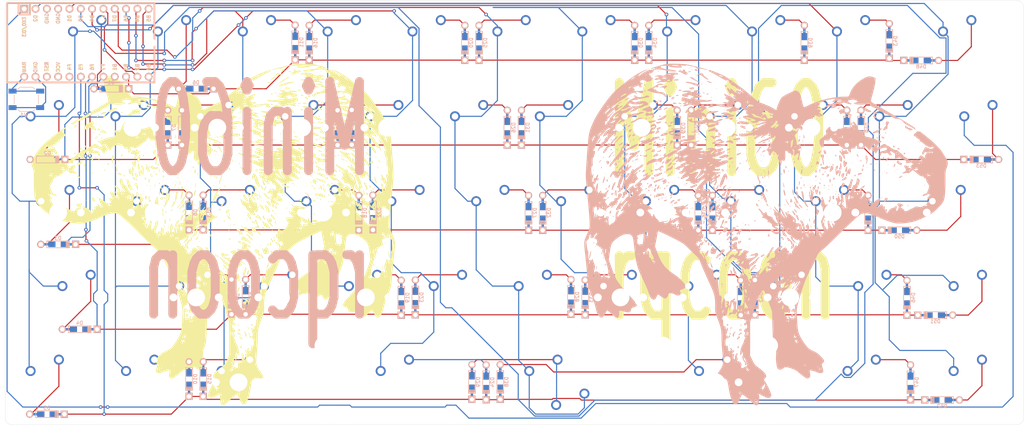
<source format=kicad_pcb>
(kicad_pcb (version 20171130) (host pcbnew 5.1.10-1.fc34)
  (layers (0 F.Cu signal) (31 B.Cu signal) (34 B.Paste user) (35 F.Paste user) (36 B.SilkS user) (37 F.SilkS user) (38 B.Mask user) (39 F.Mask user) (44 Edge.Cuts user))
  (net 0 "")
  (net 1 Row_0)
  (net 2 "Net-(D1-Pad2)")
  (net 3 Row_1)
  (net 4 "Net-(D2-Pad2)")
  (net 5 Row_2)
  (net 6 "Net-(D3-Pad2)")
  (net 7 Row_3)
  (net 8 "Net-(D4-Pad2)")
  (net 9 Row_4)
  (net 10 "Net-(D5-Pad2)")
  (net 11 "Net-(D6-Pad2)")
  (net 12 "Net-(D7-Pad2)")
  (net 13 "Net-(D8-Pad2)")
  (net 14 "Net-(D9-Pad2)")
  (net 15 "Net-(D10-Pad2)")
  (net 16 "Net-(D11-Pad2)")
  (net 17 "Net-(D12-Pad2)")
  (net 18 "Net-(D13-Pad2)")
  (net 19 "Net-(D14-Pad2)")
  (net 20 "Net-(D15-Pad2)")
  (net 21 "Net-(D16-Pad2)")
  (net 22 "Net-(D17-Pad2)")
  (net 23 "Net-(D18-Pad2)")
  (net 24 "Net-(D19-Pad2)")
  (net 25 "Net-(D20-Pad2)")
  (net 26 "Net-(D21-Pad2)")
  (net 27 "Net-(D22-Pad2)")
  (net 28 "Net-(D23-Pad2)")
  (net 29 "Net-(D24-Pad2)")
  (net 30 "Net-(D25-Pad2)")
  (net 31 "Net-(D26-Pad2)")
  (net 32 "Net-(D27-Pad2)")
  (net 33 "Net-(D28-Pad2)")
  (net 34 "Net-(D29-Pad2)")
  (net 35 "Net-(D30-Pad2)")
  (net 36 "Net-(D31-Pad2)")
  (net 37 "Net-(D32-Pad2)")
  (net 38 "Net-(D33-Pad2)")
  (net 39 "Net-(D34-Pad2)")
  (net 40 "Net-(D35-Pad2)")
  (net 41 "Net-(D36-Pad2)")
  (net 42 "Net-(D37-Pad2)")
  (net 43 "Net-(D38-Pad2)")
  (net 44 "Net-(D39-Pad2)")
  (net 45 "Net-(D40-Pad2)")
  (net 46 "Net-(D41-Pad2)")
  (net 47 "Net-(D42-Pad2)")
  (net 48 "Net-(D43-Pad2)")
  (net 49 "Net-(D44-Pad2)")
  (net 50 "Net-(D45-Pad2)")
  (net 51 "Net-(D46-Pad2)")
  (net 52 "Net-(D47-Pad2)")
  (net 53 "Net-(D48-Pad2)")
  (net 54 "Net-(D49-Pad2)")
  (net 55 "Net-(D50-Pad2)")
  (net 56 "Net-(D51-Pad2)")
  (net 57 "Net-(D52-Pad2)")
  (net 58 "Net-(D53-Pad2)")
  (net 59 Col_0)
  (net 60 Col_1)
  (net 61 Col_2)
  (net 62 Col_3)
  (net 63 Col_4)
  (net 64 Col_5)
  (net 65 Col_6)
  (net 66 Col_7)
  (net 67 Col_8)
  (net 68 Col_9)
  (net 69 Col_10)
  (net 70 Col_11)
  (net 71 "Net-(SW1-Pad2)")
  (net 72 "Net-(SW1-Pad1)")
  (net 73 "Net-(U1-Pad22)")
  (net 74 "Net-(U1-Pad21)")
  (net 75 "Net-(U1-Pad20)")
  (net 76 "Net-(U1-Pad4)")
  (net 77 "Net-(U1-Pad3)")
  (module Keebio_Components:CapybaraSilk (layer B.Cu) (at 216.69375 64.29375 180)
    (fp_text reference G*** hide)
    (fp_text value LOGO hide)
  )
  (module Keebio_Components:CapybaraSilk (layer F.Cu) (at 103.98125 64.29375)
    (fp_text reference G*** hide)
    (fp_text value LOGO hide)
  )
  (module MX_Only:MXOnly-1.25U-NoLED (layer F.Cu) (at 268.2875 83.34375)
    (fp_text reference MX52)
    (fp_text value MX-NoLED)
    (pad 2 thru_hole circle (at 2.54 -5.08) (size 2.25 2.25) (drill 1.47) (layers *.Cu B.Mask) (net 56 "Net-(D51-Pad2)"))
    (pad "" np_thru_hole circle (at 0 0) (size 3.9878 3.9878) (drill 3.9878) (layers *.Cu *.Mask))
    (pad 1 thru_hole circle (at -3.81 -2.54) (size 2.25 2.25) (drill 1.47) (layers *.Cu B.Mask) (net 69 Col_10))
    (pad "" np_thru_hole circle (at -5.08 0 48.0996) (size 1.75 1.75) (drill 1.75) (layers *.Cu *.Mask))
    (pad "" np_thru_hole circle (at 5.08 0 48.0996) (size 1.75 1.75) (drill 1.75) (layers *.Cu *.Mask))
  )
  (module MX_Only:MXOnly-1.75U-NoLED (layer F.Cu) (at 68.2625 83.34375)
    (fp_text reference MX4)
    (fp_text value MX-NoLED)
    (pad 2 thru_hole circle (at 2.54 -5.08) (size 2.25 2.25) (drill 1.47) (layers *.Cu B.Mask) (net 8 "Net-(D4-Pad2)"))
    (pad "" np_thru_hole circle (at 0 0) (size 3.9878 3.9878) (drill 3.9878) (layers *.Cu *.Mask))
    (pad 1 thru_hole circle (at -3.81 -2.54) (size 2.25 2.25) (drill 1.47) (layers *.Cu B.Mask) (net 59 Col_0))
    (pad "" np_thru_hole circle (at -5.08 0 48.0996) (size 1.75 1.75) (drill 1.75) (layers *.Cu *.Mask))
    (pad "" np_thru_hole circle (at 5.08 0 48.0996) (size 1.75 1.75) (drill 1.75) (layers *.Cu *.Mask))
  )
  (module MX_Only:MXOnly-2.25U-ReversedStabilizers-NoLED (layer F.Cu) (at 211.1375 102.39375)
    (fp_text reference MX39)
    (fp_text value MX-NoLED)
    (pad 2 thru_hole circle (at 2.54 -5.08) (size 2.25 2.25) (drill 1.47) (layers *.Cu B.Mask) (net 43 "Net-(D38-Pad2)"))
    (pad "" np_thru_hole circle (at 0 0) (size 3.9878 3.9878) (drill 3.9878) (layers *.Cu *.Mask))
    (pad 1 thru_hole circle (at -3.81 -2.54) (size 2.25 2.25) (drill 1.47) (layers *.Cu B.Mask) (net 66 Col_7))
    (pad "" np_thru_hole circle (at -5.08 0 48.0996) (size 1.75 1.75) (drill 1.75) (layers *.Cu *.Mask))
    (pad "" np_thru_hole circle (at 5.08 0 48.0996) (size 1.75 1.75) (drill 1.75) (layers *.Cu *.Mask))
    (pad "" np_thru_hole circle (at -11.90625 6.985) (size 3.048 3.048) (drill 3.048) (layers *.Cu *.Mask))
    (pad "" np_thru_hole circle (at 11.90625 6.985) (size 3.048 3.048) (drill 3.048) (layers *.Cu *.Mask))
    (pad "" np_thru_hole circle (at -11.90625 -8.255) (size 3.9878 3.9878) (drill 3.9878) (layers *.Cu *.Mask))
    (pad "" np_thru_hole circle (at 11.90625 -8.255) (size 3.9878 3.9878) (drill 3.9878) (layers *.Cu *.Mask))
  )
  (module MX_Only:MXOnly-6.25U-ReversedStabilizers-NoLED (layer F.Cu) (at 173.0375 102.39375)
    (fp_text reference MX25)
    (fp_text value MX-NoLED)
    (pad 2 thru_hole circle (at 2.54 -5.08) (size 2.25 2.25) (drill 1.47) (layers *.Cu B.Mask) (net 34 "Net-(D29-Pad2)"))
    (pad "" np_thru_hole circle (at 0 0) (size 3.9878 3.9878) (drill 3.9878) (layers *.Cu *.Mask))
    (pad 1 thru_hole circle (at -3.81 -2.54) (size 2.25 2.25) (drill 1.47) (layers *.Cu B.Mask) (net 64 Col_5))
    (pad "" np_thru_hole circle (at -5.08 0 48.0996) (size 1.75 1.75) (drill 1.75) (layers *.Cu *.Mask))
    (pad "" np_thru_hole circle (at 5.08 0 48.0996) (size 1.75 1.75) (drill 1.75) (layers *.Cu *.Mask))
    (pad "" np_thru_hole circle (at -49.9999 6.985) (size 3.048 3.048) (drill 3.048) (layers *.Cu *.Mask))
    (pad "" np_thru_hole circle (at 49.9999 6.985) (size 3.048 3.048) (drill 3.048) (layers *.Cu *.Mask))
    (pad "" np_thru_hole circle (at -49.9999 -8.255) (size 3.9878 3.9878) (drill 3.9878) (layers *.Cu *.Mask))
    (pad "" np_thru_hole circle (at 49.9999 -8.255) (size 3.9878 3.9878) (drill 3.9878) (layers *.Cu *.Mask))
  )
  (module MX_Only:MXOnly-2.75U-ReversedStabilizers-NoLED (layer F.Cu) (at 139.7 102.39375)
    (fp_text reference MX24)
    (fp_text value MX-NoLED)
    (pad 2 thru_hole circle (at 2.54 -5.08) (size 2.25 2.25) (drill 1.47) (layers *.Cu B.Mask) (net 29 "Net-(D24-Pad2)"))
    (pad "" np_thru_hole circle (at 0 0) (size 3.9878 3.9878) (drill 3.9878) (layers *.Cu *.Mask))
    (pad 1 thru_hole circle (at -3.81 -2.54) (size 2.25 2.25) (drill 1.47) (layers *.Cu B.Mask) (net 63 Col_4))
    (pad "" np_thru_hole circle (at -5.08 0 48.0996) (size 1.75 1.75) (drill 1.75) (layers *.Cu *.Mask))
    (pad "" np_thru_hole circle (at 5.08 0 48.0996) (size 1.75 1.75) (drill 1.75) (layers *.Cu *.Mask))
    (pad "" np_thru_hole circle (at -11.90625 6.985) (size 3.048 3.048) (drill 3.048) (layers *.Cu *.Mask))
    (pad "" np_thru_hole circle (at 11.90625 6.985) (size 3.048 3.048) (drill 3.048) (layers *.Cu *.Mask))
    (pad "" np_thru_hole circle (at -11.90625 -8.255) (size 3.9878 3.9878) (drill 3.9878) (layers *.Cu *.Mask))
    (pad "" np_thru_hole circle (at 11.90625 -8.255) (size 3.9878 3.9878) (drill 3.9878) (layers *.Cu *.Mask))
  )
  (module MX_Only:MXOnly-1.5U-NoLED (layer F.Cu) (at 265.90625 26.19375)
    (fp_text reference MX49)
    (fp_text value MX-NoLED)
    (pad 2 thru_hole circle (at 2.54 -5.08) (size 2.25 2.25) (drill 1.47) (layers *.Cu B.Mask) (net 53 "Net-(D48-Pad2)"))
    (pad "" np_thru_hole circle (at 0 0) (size 3.9878 3.9878) (drill 3.9878) (layers *.Cu *.Mask))
    (pad 1 thru_hole circle (at -3.81 -2.54) (size 2.25 2.25) (drill 1.47) (layers *.Cu B.Mask) (net 69 Col_10))
    (pad "" np_thru_hole circle (at -5.08 0 48.0996) (size 1.75 1.75) (drill 1.75) (layers *.Cu *.Mask))
    (pad "" np_thru_hole circle (at 5.08 0 48.0996) (size 1.75 1.75) (drill 1.75) (layers *.Cu *.Mask))
  )
  (module Keebio_Components:ArduinoProMicro (layer B.Cu) (at 69.85 26.19375)
    (fp_text reference U1 hide)
    (fp_text value ProMicro hide)
    (fp_text user ST (at -8.91 5.04 270) (layer F.SilkS) (effects (font (size 0.8 0.8))))
    (fp_text user TX0/D3 (at -13.97 -3.571872 270) (layer B.SilkS) (effects (font (size 0.8 0.8)) (justify mirror)))
    (fp_text user TX0/D3 (at -13.97 -3.571872 270) (layer F.SilkS) (effects (font (size 0.8 0.8))))
    (fp_text user D2 (at -11.43 -5.461 270) (layer B.SilkS) (effects (font (size 0.8 0.8)) (justify mirror)))
    (fp_text user D0 (at -1.27 -5.461 270) (layer B.SilkS) (effects (font (size 0.8 0.8)) (justify mirror)))
    (fp_text user D1 (at -3.81 -5.461 270) (layer B.SilkS) (effects (font (size 0.8 0.8)) (justify mirror)))
    (fp_text user GND (at -6.35 -5.461 270) (layer B.SilkS) (effects (font (size 0.8 0.8)) (justify mirror)))
    (fp_text user GND (at -8.89 -5.461 270) (layer B.SilkS) (effects (font (size 0.8 0.8)) (justify mirror)))
    (fp_text user D4 (at 1.27 -5.461 270) (layer B.SilkS) (effects (font (size 0.8 0.8)) (justify mirror)))
    (fp_text user C6 (at 3.81 -5.461 270) (layer B.SilkS) (effects (font (size 0.8 0.8)) (justify mirror)))
    (fp_text user D7 (at 6.35 -5.461 270) (layer B.SilkS) (effects (font (size 0.8 0.8)) (justify mirror)))
    (fp_text user E6 (at 8.89 -5.461 270) (layer B.SilkS) (effects (font (size 0.8 0.8)) (justify mirror)))
    (fp_text user B4 (at 11.43 -5.461 270) (layer B.SilkS) (effects (font (size 0.8 0.8)) (justify mirror)))
    (fp_text user B5 (at 13.97 -5.461 270) (layer B.SilkS) (effects (font (size 0.8 0.8)) (justify mirror)))
    (fp_text user B6 (at 13.97 5.461 270) (layer B.SilkS) (effects (font (size 0.8 0.8)) (justify mirror)))
    (fp_text user B2 (at 11.43 5.461 270) (layer F.SilkS) (effects (font (size 0.8 0.8))))
    (fp_text user B3 (at 8.89 5.461 270) (layer B.SilkS) (effects (font (size 0.8 0.8)) (justify mirror)))
    (fp_text user B1 (at 6.35 5.461 270) (layer B.SilkS) (effects (font (size 0.8 0.8)) (justify mirror)))
    (fp_text user F7 (at 3.81 5.461 270) (layer F.SilkS) (effects (font (size 0.8 0.8))))
    (fp_text user F6 (at 1.27 5.461 270) (layer F.SilkS) (effects (font (size 0.8 0.8))))
    (fp_text user F5 (at -1.27 5.461 270) (layer F.SilkS) (effects (font (size 0.8 0.8))))
    (fp_text user F4 (at -3.81 5.461 270) (layer B.SilkS) (effects (font (size 0.8 0.8)) (justify mirror)))
    (fp_text user VCC (at -6.35 5.461 270) (layer B.SilkS) (effects (font (size 0.8 0.8)) (justify mirror)))
    (fp_text user ST (at -8.92 5.73312 270) (layer B.SilkS) (effects (font (size 0.8 0.8)) (justify mirror)))
    (fp_text user GND (at -11.43 5.461 270) (layer B.SilkS) (effects (font (size 0.8 0.8)) (justify mirror)))
    (fp_text user RAW (at -13.97 5.461 270) (layer B.SilkS) (effects (font (size 0.8 0.8)) (justify mirror)))
    (fp_text user RAW (at -13.97 5.461 270) (layer F.SilkS) (effects (font (size 0.8 0.8))))
    (fp_text user GND (at -11.43 5.461 270) (layer F.SilkS) (effects (font (size 0.8 0.8))))
    (fp_text user VCC (at -6.35 5.461 270) (layer F.SilkS) (effects (font (size 0.8 0.8))))
    (fp_text user F4 (at -3.81 5.461 270) (layer F.SilkS) (effects (font (size 0.8 0.8))))
    (fp_text user F5 (at -1.27 5.461 270) (layer B.SilkS) (effects (font (size 0.8 0.8)) (justify mirror)))
    (fp_text user F6 (at 1.27 5.461 270) (layer B.SilkS) (effects (font (size 0.8 0.8)) (justify mirror)))
    (fp_text user F7 (at 3.81 5.461 270) (layer B.SilkS) (effects (font (size 0.8 0.8)) (justify mirror)))
    (fp_text user B1 (at 6.35 5.461 270) (layer F.SilkS) (effects (font (size 0.8 0.8))))
    (fp_text user B3 (at 8.89 5.461 270) (layer F.SilkS) (effects (font (size 0.8 0.8))))
    (fp_text user B2 (at 11.43 5.461 270) (layer B.SilkS) (effects (font (size 0.8 0.8)) (justify mirror)))
    (fp_text user B6 (at 13.97 5.461 270) (layer F.SilkS) (effects (font (size 0.8 0.8))))
    (fp_text user B5 (at 13.97 -5.461 270) (layer F.SilkS) (effects (font (size 0.8 0.8))))
    (fp_text user B4 (at 11.43 -5.461 270) (layer F.SilkS) (effects (font (size 0.8 0.8))))
    (fp_text user E6 (at 8.89 -5.461 270) (layer F.SilkS) (effects (font (size 0.8 0.8))))
    (fp_text user D7 (at 6.35 -5.461 270) (layer F.SilkS) (effects (font (size 0.8 0.8))))
    (fp_text user C6 (at 3.81 -5.461 270) (layer F.SilkS) (effects (font (size 0.8 0.8))))
    (fp_text user D4 (at 1.27 -5.461 270) (layer F.SilkS) (effects (font (size 0.8 0.8))))
    (fp_text user GND (at -8.89 -5.461 270) (layer F.SilkS) (effects (font (size 0.8 0.8))))
    (fp_text user GND (at -6.35 -5.461 270) (layer F.SilkS) (effects (font (size 0.8 0.8))))
    (fp_text user D1 (at -3.81 -5.461 270) (layer F.SilkS) (effects (font (size 0.8 0.8))))
    (fp_text user D0 (at -1.27 -5.461 270) (layer F.SilkS) (effects (font (size 0.8 0.8))))
    (fp_text user D2 (at -11.43 -5.461 270) (layer F.SilkS) (effects (font (size 0.8 0.8))))
    (pad 24 thru_hole circle (at -13.97 7.62) (size 1.7526 1.7526) (drill 1.0922) (layers *.Cu *.SilkS *.Mask) (net 71 "Net-(SW1-Pad2)"))
    (pad 12 thru_hole circle (at 13.97 -7.62) (size 1.7526 1.7526) (drill 1.0922) (layers *.Cu *.SilkS *.Mask) (net 61 Col_2))
    (pad 23 thru_hole circle (at -11.43 7.62) (size 1.7526 1.7526) (drill 1.0922) (layers *.Cu *.SilkS *.Mask) (net 72 "Net-(SW1-Pad1)"))
    (pad 22 thru_hole circle (at -8.89 7.62) (size 1.7526 1.7526) (drill 1.0922) (layers *.Cu *.SilkS *.Mask) (net 73 "Net-(U1-Pad22)"))
    (pad 21 thru_hole circle (at -6.35 7.62) (size 1.7526 1.7526) (drill 1.0922) (layers *.Cu *.SilkS *.Mask) (net 74 "Net-(U1-Pad21)"))
    (pad 20 thru_hole circle (at -3.81 7.62) (size 1.7526 1.7526) (drill 1.0922) (layers *.Cu *.SilkS *.Mask) (net 75 "Net-(U1-Pad20)"))
    (pad 19 thru_hole circle (at -1.27 7.62) (size 1.7526 1.7526) (drill 1.0922) (layers *.Cu *.SilkS *.Mask) (net 9 Row_4))
    (pad 18 thru_hole circle (at 1.27 7.62) (size 1.7526 1.7526) (drill 1.0922) (layers *.Cu *.SilkS *.Mask) (net 7 Row_3))
    (pad 17 thru_hole circle (at 3.81 7.62) (size 1.7526 1.7526) (drill 1.0922) (layers *.Cu *.SilkS *.Mask) (net 5 Row_2))
    (pad 16 thru_hole circle (at 6.35 7.62) (size 1.7526 1.7526) (drill 1.0922) (layers *.Cu *.SilkS *.Mask) (net 3 Row_1))
    (pad 15 thru_hole circle (at 8.89 7.62) (size 1.7526 1.7526) (drill 1.0922) (layers *.Cu *.SilkS *.Mask) (net 1 Row_0))
    (pad 14 thru_hole circle (at 11.43 7.62) (size 1.7526 1.7526) (drill 1.0922) (layers *.Cu *.SilkS *.Mask) (net 59 Col_0))
    (pad 13 thru_hole circle (at 13.97 7.62) (size 1.7526 1.7526) (drill 1.0922) (layers *.Cu *.SilkS *.Mask) (net 60 Col_1))
    (pad 11 thru_hole circle (at 11.43 -7.62) (size 1.7526 1.7526) (drill 1.0922) (layers *.Cu *.SilkS *.Mask) (net 62 Col_3))
    (pad 10 thru_hole circle (at 8.89 -7.62) (size 1.7526 1.7526) (drill 1.0922) (layers *.Cu *.SilkS *.Mask) (net 63 Col_4))
    (pad 9 thru_hole circle (at 6.35 -7.62) (size 1.7526 1.7526) (drill 1.0922) (layers *.Cu *.SilkS *.Mask) (net 64 Col_5))
    (pad 8 thru_hole circle (at 3.81 -7.62) (size 1.7526 1.7526) (drill 1.0922) (layers *.Cu *.SilkS *.Mask) (net 65 Col_6))
    (pad 7 thru_hole circle (at 1.27 -7.62) (size 1.7526 1.7526) (drill 1.0922) (layers *.Cu *.SilkS *.Mask) (net 66 Col_7))
    (pad 6 thru_hole circle (at -1.27 -7.62) (size 1.7526 1.7526) (drill 1.0922) (layers *.Cu *.SilkS *.Mask) (net 67 Col_8))
    (pad 5 thru_hole circle (at -3.81 -7.62) (size 1.7526 1.7526) (drill 1.0922) (layers *.Cu *.SilkS *.Mask) (net 68 Col_9))
    (pad 4 thru_hole circle (at -6.35 -7.62) (size 1.7526 1.7526) (drill 1.0922) (layers *.Cu *.SilkS *.Mask) (net 76 "Net-(U1-Pad4)"))
    (pad 3 thru_hole circle (at -8.89 -7.62) (size 1.7526 1.7526) (drill 1.0922) (layers *.Cu *.SilkS *.Mask) (net 77 "Net-(U1-Pad3)"))
    (pad 2 thru_hole circle (at -11.43 -7.62) (size 1.7526 1.7526) (drill 1.0922) (layers *.Cu *.SilkS *.Mask) (net 69 Col_10))
    (pad 1 thru_hole rect (at -13.97 -7.62) (size 1.7526 1.7526) (drill 1.0922) (layers *.Cu *.SilkS *.Mask) (net 70 Col_11))
  )
  (module Button_Switch_SMD:SW_SPST_SKQG_WithStem (layer B.Cu) (at 56.35625 38.89375)
    (fp_text reference SW1 (at 0 3.6) (layer B.SilkS) (effects (justify mirror)))
    (fp_text value SW_Push)
    (pad 2 smd rect (at 3.1 -1.85) (size 1.8 1.1) (layers B.Cu B.Paste B.Mask) (net 71 "Net-(SW1-Pad2)"))
    (pad 2 smd rect (at -3.1 -1.85) (size 1.8 1.1) (layers B.Cu B.Paste B.Mask) (net 71 "Net-(SW1-Pad2)"))
    (pad 1 smd rect (at 3.1 1.85) (size 1.8 1.1) (layers B.Cu B.Paste B.Mask) (net 72 "Net-(SW1-Pad1)"))
    (pad 1 smd rect (at -3.1 1.85) (size 1.8 1.1) (layers B.Cu B.Paste B.Mask) (net 72 "Net-(SW1-Pad1)"))
  )
  (module MX_Only:MXOnly-1U-NoLED (layer F.Cu) (at 270.66875 45.24375)
    (fp_text reference MX54)
    (fp_text value MX-NoLED)
    (pad 2 thru_hole circle (at 2.54 -5.08) (size 2.25 2.25) (drill 1.47) (layers *.Cu B.Mask) (net 58 "Net-(D53-Pad2)"))
    (pad "" np_thru_hole circle (at 0 0) (size 3.9878 3.9878) (drill 3.9878) (layers *.Cu *.Mask))
    (pad 1 thru_hole circle (at -3.81 -2.54) (size 2.25 2.25) (drill 1.47) (layers *.Cu B.Mask) (net 70 Col_11))
    (pad "" np_thru_hole circle (at -5.08 0 48.0996) (size 1.75 1.75) (drill 1.75) (layers *.Cu *.Mask))
    (pad "" np_thru_hole circle (at 5.08 0 48.0996) (size 1.75 1.75) (drill 1.75) (layers *.Cu *.Mask))
  )
  (module MX_Only:MXOnly-1.25U-NoLED (layer F.Cu) (at 268.2875 102.39375)
    (fp_text reference MX53)
    (fp_text value MX-NoLED)
    (pad 2 thru_hole circle (at 2.54 -5.08) (size 2.25 2.25) (drill 1.47) (layers *.Cu B.Mask) (net 57 "Net-(D52-Pad2)"))
    (pad "" np_thru_hole circle (at 0 0) (size 3.9878 3.9878) (drill 3.9878) (layers *.Cu *.Mask))
    (pad 1 thru_hole circle (at -3.81 -2.54) (size 2.25 2.25) (drill 1.47) (layers *.Cu B.Mask) (net 69 Col_10))
    (pad "" np_thru_hole circle (at -5.08 0 48.0996) (size 1.75 1.75) (drill 1.75) (layers *.Cu *.Mask))
    (pad "" np_thru_hole circle (at 5.08 0 48.0996) (size 1.75 1.75) (drill 1.75) (layers *.Cu *.Mask))
  )
  (module MX_Only:MXOnly-1.75U-NoLED (layer F.Cu) (at 263.525 64.29375)
    (fp_text reference MX51)
    (fp_text value MX-NoLED)
    (pad 2 thru_hole circle (at 2.54 -5.08) (size 2.25 2.25) (drill 1.47) (layers *.Cu B.Mask) (net 55 "Net-(D50-Pad2)"))
    (pad "" np_thru_hole circle (at 0 0) (size 3.9878 3.9878) (drill 3.9878) (layers *.Cu *.Mask))
    (pad 1 thru_hole circle (at -3.81 -2.54) (size 2.25 2.25) (drill 1.47) (layers *.Cu B.Mask) (net 69 Col_10))
    (pad "" np_thru_hole circle (at -5.08 0 48.0996) (size 1.75 1.75) (drill 1.75) (layers *.Cu *.Mask))
    (pad "" np_thru_hole circle (at 5.08 0 48.0996) (size 1.75 1.75) (drill 1.75) (layers *.Cu *.Mask))
  )
  (module MX_Only:MXOnly-1U-NoLED (layer F.Cu) (at 251.61875 45.24375)
    (fp_text reference MX50)
    (fp_text value MX-NoLED)
    (pad 2 thru_hole circle (at 2.54 -5.08) (size 2.25 2.25) (drill 1.47) (layers *.Cu B.Mask) (net 54 "Net-(D49-Pad2)"))
    (pad "" np_thru_hole circle (at 0 0) (size 3.9878 3.9878) (drill 3.9878) (layers *.Cu *.Mask))
    (pad 1 thru_hole circle (at -3.81 -2.54) (size 2.25 2.25) (drill 1.47) (layers *.Cu B.Mask) (net 69 Col_10))
    (pad "" np_thru_hole circle (at -5.08 0 48.0996) (size 1.75 1.75) (drill 1.75) (layers *.Cu *.Mask))
    (pad "" np_thru_hole circle (at 5.08 0 48.0996) (size 1.75 1.75) (drill 1.75) (layers *.Cu *.Mask))
  )
  (module MX_Only:MXOnly-1.25U-NoLED (layer F.Cu) (at 244.475 102.39375)
    (fp_text reference MX48)
    (fp_text value MX-NoLED)
    (pad 2 thru_hole circle (at 2.54 -5.08) (size 2.25 2.25) (drill 1.47) (layers *.Cu B.Mask) (net 52 "Net-(D47-Pad2)"))
    (pad "" np_thru_hole circle (at 0 0) (size 3.9878 3.9878) (drill 3.9878) (layers *.Cu *.Mask))
    (pad 1 thru_hole circle (at -3.81 -2.54) (size 2.25 2.25) (drill 1.47) (layers *.Cu B.Mask) (net 68 Col_9))
    (pad "" np_thru_hole circle (at -5.08 0 48.0996) (size 1.75 1.75) (drill 1.75) (layers *.Cu *.Mask))
    (pad "" np_thru_hole circle (at 5.08 0 48.0996) (size 1.75 1.75) (drill 1.75) (layers *.Cu *.Mask))
  )
  (module MX_Only:MXOnly-1U-NoLED (layer F.Cu) (at 246.85625 83.34375)
    (fp_text reference MX47)
    (fp_text value MX-NoLED)
    (pad 2 thru_hole circle (at 2.54 -5.08) (size 2.25 2.25) (drill 1.47) (layers *.Cu B.Mask) (net 51 "Net-(D46-Pad2)"))
    (pad "" np_thru_hole circle (at 0 0) (size 3.9878 3.9878) (drill 3.9878) (layers *.Cu *.Mask))
    (pad 1 thru_hole circle (at -3.81 -2.54) (size 2.25 2.25) (drill 1.47) (layers *.Cu B.Mask) (net 68 Col_9))
    (pad "" np_thru_hole circle (at -5.08 0 48.0996) (size 1.75 1.75) (drill 1.75) (layers *.Cu *.Mask))
    (pad "" np_thru_hole circle (at 5.08 0 48.0996) (size 1.75 1.75) (drill 1.75) (layers *.Cu *.Mask))
  )
  (module MX_Only:MXOnly-1U-NoLED (layer F.Cu) (at 237.33125 64.29375)
    (fp_text reference MX46)
    (fp_text value MX-NoLED)
    (pad 2 thru_hole circle (at 2.54 -5.08) (size 2.25 2.25) (drill 1.47) (layers *.Cu B.Mask) (net 50 "Net-(D45-Pad2)"))
    (pad "" np_thru_hole circle (at 0 0) (size 3.9878 3.9878) (drill 3.9878) (layers *.Cu *.Mask))
    (pad 1 thru_hole circle (at -3.81 -2.54) (size 2.25 2.25) (drill 1.47) (layers *.Cu B.Mask) (net 68 Col_9))
    (pad "" np_thru_hole circle (at -5.08 0 48.0996) (size 1.75 1.75) (drill 1.75) (layers *.Cu *.Mask))
    (pad "" np_thru_hole circle (at 5.08 0 48.0996) (size 1.75 1.75) (drill 1.75) (layers *.Cu *.Mask))
  )
  (module MX_Only:MXOnly-1U-NoLED (layer F.Cu) (at 232.56875 45.24375)
    (fp_text reference MX45)
    (fp_text value MX-NoLED)
    (pad 2 thru_hole circle (at 2.54 -5.08) (size 2.25 2.25) (drill 1.47) (layers *.Cu B.Mask) (net 49 "Net-(D44-Pad2)"))
    (pad "" np_thru_hole circle (at 0 0) (size 3.9878 3.9878) (drill 3.9878) (layers *.Cu *.Mask))
    (pad 1 thru_hole circle (at -3.81 -2.54) (size 2.25 2.25) (drill 1.47) (layers *.Cu B.Mask) (net 68 Col_9))
    (pad "" np_thru_hole circle (at -5.08 0 48.0996) (size 1.75 1.75) (drill 1.75) (layers *.Cu *.Mask))
    (pad "" np_thru_hole circle (at 5.08 0 48.0996) (size 1.75 1.75) (drill 1.75) (layers *.Cu *.Mask))
  )
  (module MX_Only:MXOnly-1U-NoLED (layer F.Cu) (at 242.09375 26.19375)
    (fp_text reference MX44)
    (fp_text value MX-NoLED)
    (pad 2 thru_hole circle (at 2.54 -5.08) (size 2.25 2.25) (drill 1.47) (layers *.Cu B.Mask) (net 48 "Net-(D43-Pad2)"))
    (pad "" np_thru_hole circle (at 0 0) (size 3.9878 3.9878) (drill 3.9878) (layers *.Cu *.Mask))
    (pad 1 thru_hole circle (at -3.81 -2.54) (size 2.25 2.25) (drill 1.47) (layers *.Cu B.Mask) (net 68 Col_9))
    (pad "" np_thru_hole circle (at -5.08 0 48.0996) (size 1.75 1.75) (drill 1.75) (layers *.Cu *.Mask))
    (pad "" np_thru_hole circle (at 5.08 0 48.0996) (size 1.75 1.75) (drill 1.75) (layers *.Cu *.Mask))
  )
  (module MX_Only:MXOnly-1U-NoLED (layer F.Cu) (at 227.80625 83.34375)
    (fp_text reference MX43)
    (fp_text value MX-NoLED)
    (pad 2 thru_hole circle (at 2.54 -5.08) (size 2.25 2.25) (drill 1.47) (layers *.Cu B.Mask) (net 47 "Net-(D42-Pad2)"))
    (pad "" np_thru_hole circle (at 0 0) (size 3.9878 3.9878) (drill 3.9878) (layers *.Cu *.Mask))
    (pad 1 thru_hole circle (at -3.81 -2.54) (size 2.25 2.25) (drill 1.47) (layers *.Cu B.Mask) (net 67 Col_8))
    (pad "" np_thru_hole circle (at -5.08 0 48.0996) (size 1.75 1.75) (drill 1.75) (layers *.Cu *.Mask))
    (pad "" np_thru_hole circle (at 5.08 0 48.0996) (size 1.75 1.75) (drill 1.75) (layers *.Cu *.Mask))
  )
  (module MX_Only:MXOnly-1U-NoLED (layer F.Cu) (at 218.28125 64.29375)
    (fp_text reference MX42)
    (fp_text value MX-NoLED)
    (pad 2 thru_hole circle (at 2.54 -5.08) (size 2.25 2.25) (drill 1.47) (layers *.Cu B.Mask) (net 46 "Net-(D41-Pad2)"))
    (pad "" np_thru_hole circle (at 0 0) (size 3.9878 3.9878) (drill 3.9878) (layers *.Cu *.Mask))
    (pad 1 thru_hole circle (at -3.81 -2.54) (size 2.25 2.25) (drill 1.47) (layers *.Cu B.Mask) (net 67 Col_8))
    (pad "" np_thru_hole circle (at -5.08 0 48.0996) (size 1.75 1.75) (drill 1.75) (layers *.Cu *.Mask))
    (pad "" np_thru_hole circle (at 5.08 0 48.0996) (size 1.75 1.75) (drill 1.75) (layers *.Cu *.Mask))
  )
  (module MX_Only:MXOnly-1U-NoLED (layer F.Cu) (at 213.51875 45.24375)
    (fp_text reference MX41)
    (fp_text value MX-NoLED)
    (pad 2 thru_hole circle (at 2.54 -5.08) (size 2.25 2.25) (drill 1.47) (layers *.Cu B.Mask) (net 45 "Net-(D40-Pad2)"))
    (pad "" np_thru_hole circle (at 0 0) (size 3.9878 3.9878) (drill 3.9878) (layers *.Cu *.Mask))
    (pad 1 thru_hole circle (at -3.81 -2.54) (size 2.25 2.25) (drill 1.47) (layers *.Cu B.Mask) (net 67 Col_8))
    (pad "" np_thru_hole circle (at -5.08 0 48.0996) (size 1.75 1.75) (drill 1.75) (layers *.Cu *.Mask))
    (pad "" np_thru_hole circle (at 5.08 0 48.0996) (size 1.75 1.75) (drill 1.75) (layers *.Cu *.Mask))
  )
  (module MX_Only:MXOnly-1U-NoLED (layer F.Cu) (at 223.04375 26.19375)
    (fp_text reference MX40)
    (fp_text value MX-NoLED)
    (pad 2 thru_hole circle (at 2.54 -5.08) (size 2.25 2.25) (drill 1.47) (layers *.Cu B.Mask) (net 44 "Net-(D39-Pad2)"))
    (pad "" np_thru_hole circle (at 0 0) (size 3.9878 3.9878) (drill 3.9878) (layers *.Cu *.Mask))
    (pad 1 thru_hole circle (at -3.81 -2.54) (size 2.25 2.25) (drill 1.47) (layers *.Cu B.Mask) (net 67 Col_8))
    (pad "" np_thru_hole circle (at -5.08 0 48.0996) (size 1.75 1.75) (drill 1.75) (layers *.Cu *.Mask))
    (pad "" np_thru_hole circle (at 5.08 0 48.0996) (size 1.75 1.75) (drill 1.75) (layers *.Cu *.Mask))
  )
  (module MX_Only:MXOnly-1U-NoLED (layer F.Cu) (at 208.75625 83.34375)
    (fp_text reference MX38)
    (fp_text value MX-NoLED)
    (pad 2 thru_hole circle (at 2.54 -5.08) (size 2.25 2.25) (drill 1.47) (layers *.Cu B.Mask) (net 42 "Net-(D37-Pad2)"))
    (pad "" np_thru_hole circle (at 0 0) (size 3.9878 3.9878) (drill 3.9878) (layers *.Cu *.Mask))
    (pad 1 thru_hole circle (at -3.81 -2.54) (size 2.25 2.25) (drill 1.47) (layers *.Cu B.Mask) (net 66 Col_7))
    (pad "" np_thru_hole circle (at -5.08 0 48.0996) (size 1.75 1.75) (drill 1.75) (layers *.Cu *.Mask))
    (pad "" np_thru_hole circle (at 5.08 0 48.0996) (size 1.75 1.75) (drill 1.75) (layers *.Cu *.Mask))
  )
  (module MX_Only:MXOnly-1U-NoLED (layer F.Cu) (at 199.23125 64.29375)
    (fp_text reference MX37)
    (fp_text value MX-NoLED)
    (pad 2 thru_hole circle (at 2.54 -5.08) (size 2.25 2.25) (drill 1.47) (layers *.Cu B.Mask) (net 41 "Net-(D36-Pad2)"))
    (pad "" np_thru_hole circle (at 0 0) (size 3.9878 3.9878) (drill 3.9878) (layers *.Cu *.Mask))
    (pad 1 thru_hole circle (at -3.81 -2.54) (size 2.25 2.25) (drill 1.47) (layers *.Cu B.Mask) (net 66 Col_7))
    (pad "" np_thru_hole circle (at -5.08 0 48.0996) (size 1.75 1.75) (drill 1.75) (layers *.Cu *.Mask))
    (pad "" np_thru_hole circle (at 5.08 0 48.0996) (size 1.75 1.75) (drill 1.75) (layers *.Cu *.Mask))
  )
  (module MX_Only:MXOnly-1U-NoLED (layer F.Cu) (at 194.46875 45.24375)
    (fp_text reference MX36)
    (fp_text value MX-NoLED)
    (pad 2 thru_hole circle (at 2.54 -5.08) (size 2.25 2.25) (drill 1.47) (layers *.Cu B.Mask) (net 40 "Net-(D35-Pad2)"))
    (pad "" np_thru_hole circle (at 0 0) (size 3.9878 3.9878) (drill 3.9878) (layers *.Cu *.Mask))
    (pad 1 thru_hole circle (at -3.81 -2.54) (size 2.25 2.25) (drill 1.47) (layers *.Cu B.Mask) (net 66 Col_7))
    (pad "" np_thru_hole circle (at -5.08 0 48.0996) (size 1.75 1.75) (drill 1.75) (layers *.Cu *.Mask))
    (pad "" np_thru_hole circle (at 5.08 0 48.0996) (size 1.75 1.75) (drill 1.75) (layers *.Cu *.Mask))
  )
  (module MX_Only:MXOnly-1U-NoLED (layer F.Cu) (at 203.99375 26.19375)
    (fp_text reference MX35)
    (fp_text value MX-NoLED)
    (pad 2 thru_hole circle (at 2.54 -5.08) (size 2.25 2.25) (drill 1.47) (layers *.Cu B.Mask) (net 39 "Net-(D34-Pad2)"))
    (pad "" np_thru_hole circle (at 0 0) (size 3.9878 3.9878) (drill 3.9878) (layers *.Cu *.Mask))
    (pad 1 thru_hole circle (at -3.81 -2.54) (size 2.25 2.25) (drill 1.47) (layers *.Cu B.Mask) (net 66 Col_7))
    (pad "" np_thru_hole circle (at -5.08 0 48.0996) (size 1.75 1.75) (drill 1.75) (layers *.Cu *.Mask))
    (pad "" np_thru_hole circle (at 5.08 0 48.0996) (size 1.75 1.75) (drill 1.75) (layers *.Cu *.Mask))
  )
  (module MX_Only:MXOnly-1U-NoLED (layer F.Cu) (at 189.70625 83.34375)
    (fp_text reference MX34)
    (fp_text value MX-NoLED)
    (pad 2 thru_hole circle (at 2.54 -5.08) (size 2.25 2.25) (drill 1.47) (layers *.Cu B.Mask) (net 38 "Net-(D33-Pad2)"))
    (pad "" np_thru_hole circle (at 0 0) (size 3.9878 3.9878) (drill 3.9878) (layers *.Cu *.Mask))
    (pad 1 thru_hole circle (at -3.81 -2.54) (size 2.25 2.25) (drill 1.47) (layers *.Cu B.Mask) (net 65 Col_6))
    (pad "" np_thru_hole circle (at -5.08 0 48.0996) (size 1.75 1.75) (drill 1.75) (layers *.Cu *.Mask))
    (pad "" np_thru_hole circle (at 5.08 0 48.0996) (size 1.75 1.75) (drill 1.75) (layers *.Cu *.Mask))
  )
  (module MX_Only:MXOnly-1U-NoLED (layer F.Cu) (at 180.18125 64.29375)
    (fp_text reference MX33)
    (fp_text value MX-NoLED)
    (pad 2 thru_hole circle (at 2.54 -5.08) (size 2.25 2.25) (drill 1.47) (layers *.Cu B.Mask) (net 37 "Net-(D32-Pad2)"))
    (pad "" np_thru_hole circle (at 0 0) (size 3.9878 3.9878) (drill 3.9878) (layers *.Cu *.Mask))
    (pad 1 thru_hole circle (at -3.81 -2.54) (size 2.25 2.25) (drill 1.47) (layers *.Cu B.Mask) (net 65 Col_6))
    (pad "" np_thru_hole circle (at -5.08 0 48.0996) (size 1.75 1.75) (drill 1.75) (layers *.Cu *.Mask))
    (pad "" np_thru_hole circle (at 5.08 0 48.0996) (size 1.75 1.75) (drill 1.75) (layers *.Cu *.Mask))
  )
  (module MX_Only:MXOnly-1U-NoLED (layer F.Cu) (at 175.41875 45.24375)
    (fp_text reference MX32)
    (fp_text value MX-NoLED)
    (pad 2 thru_hole circle (at 2.54 -5.08) (size 2.25 2.25) (drill 1.47) (layers *.Cu B.Mask) (net 36 "Net-(D31-Pad2)"))
    (pad "" np_thru_hole circle (at 0 0) (size 3.9878 3.9878) (drill 3.9878) (layers *.Cu *.Mask))
    (pad 1 thru_hole circle (at -3.81 -2.54) (size 2.25 2.25) (drill 1.47) (layers *.Cu B.Mask) (net 65 Col_6))
    (pad "" np_thru_hole circle (at -5.08 0 48.0996) (size 1.75 1.75) (drill 1.75) (layers *.Cu *.Mask))
    (pad "" np_thru_hole circle (at 5.08 0 48.0996) (size 1.75 1.75) (drill 1.75) (layers *.Cu *.Mask))
  )
  (module MX_Only:MXOnly-1U-NoLED (layer F.Cu) (at 184.94375 26.19375)
    (fp_text reference MX31)
    (fp_text value MX-NoLED)
    (pad 2 thru_hole circle (at 2.54 -5.08) (size 2.25 2.25) (drill 1.47) (layers *.Cu B.Mask) (net 35 "Net-(D30-Pad2)"))
    (pad "" np_thru_hole circle (at 0 0) (size 3.9878 3.9878) (drill 3.9878) (layers *.Cu *.Mask))
    (pad 1 thru_hole circle (at -3.81 -2.54) (size 2.25 2.25) (drill 1.47) (layers *.Cu B.Mask) (net 65 Col_6))
    (pad "" np_thru_hole circle (at -5.08 0 48.0996) (size 1.75 1.75) (drill 1.75) (layers *.Cu *.Mask))
    (pad "" np_thru_hole circle (at 5.08 0 48.0996) (size 1.75 1.75) (drill 1.75) (layers *.Cu *.Mask))
  )
  (module MX_Only:MXOnly-1.25U-NoLED (layer F.Cu) (at 177.8 102.39375 180)
    (fp_text reference MX30)
    (fp_text value MX-NoLED)
    (pad 2 thru_hole circle (at 2.54 -5.08 180) (size 2.25 2.25) (drill 1.47) (layers *.Cu B.Mask) (net 34 "Net-(D29-Pad2)"))
    (pad "" np_thru_hole circle (at 0 0 180) (size 3.9878 3.9878) (drill 3.9878) (layers *.Cu *.Mask))
    (pad 1 thru_hole circle (at -3.81 -2.54 180) (size 2.25 2.25) (drill 1.47) (layers *.Cu B.Mask) (net 64 Col_5))
    (pad "" np_thru_hole circle (at -5.08 0 228.0996) (size 1.75 1.75) (drill 1.75) (layers *.Cu *.Mask))
    (pad "" np_thru_hole circle (at 5.08 0 228.0996) (size 1.75 1.75) (drill 1.75) (layers *.Cu *.Mask))
  )
  (module MX_Only:MXOnly-1U-NoLED (layer F.Cu) (at 170.65625 83.34375)
    (fp_text reference MX29)
    (fp_text value MX-NoLED)
    (pad 2 thru_hole circle (at 2.54 -5.08) (size 2.25 2.25) (drill 1.47) (layers *.Cu B.Mask) (net 33 "Net-(D28-Pad2)"))
    (pad "" np_thru_hole circle (at 0 0) (size 3.9878 3.9878) (drill 3.9878) (layers *.Cu *.Mask))
    (pad 1 thru_hole circle (at -3.81 -2.54) (size 2.25 2.25) (drill 1.47) (layers *.Cu B.Mask) (net 64 Col_5))
    (pad "" np_thru_hole circle (at -5.08 0 48.0996) (size 1.75 1.75) (drill 1.75) (layers *.Cu *.Mask))
    (pad "" np_thru_hole circle (at 5.08 0 48.0996) (size 1.75 1.75) (drill 1.75) (layers *.Cu *.Mask))
  )
  (module MX_Only:MXOnly-1U-NoLED (layer F.Cu) (at 161.13125 64.29375)
    (fp_text reference MX28)
    (fp_text value MX-NoLED)
    (pad 2 thru_hole circle (at 2.54 -5.08) (size 2.25 2.25) (drill 1.47) (layers *.Cu B.Mask) (net 32 "Net-(D27-Pad2)"))
    (pad "" np_thru_hole circle (at 0 0) (size 3.9878 3.9878) (drill 3.9878) (layers *.Cu *.Mask))
    (pad 1 thru_hole circle (at -3.81 -2.54) (size 2.25 2.25) (drill 1.47) (layers *.Cu B.Mask) (net 64 Col_5))
    (pad "" np_thru_hole circle (at -5.08 0 48.0996) (size 1.75 1.75) (drill 1.75) (layers *.Cu *.Mask))
    (pad "" np_thru_hole circle (at 5.08 0 48.0996) (size 1.75 1.75) (drill 1.75) (layers *.Cu *.Mask))
  )
  (module MX_Only:MXOnly-1U-NoLED (layer F.Cu) (at 156.36875 45.24375)
    (fp_text reference MX27)
    (fp_text value MX-NoLED)
    (pad 2 thru_hole circle (at 2.54 -5.08) (size 2.25 2.25) (drill 1.47) (layers *.Cu B.Mask) (net 31 "Net-(D26-Pad2)"))
    (pad "" np_thru_hole circle (at 0 0) (size 3.9878 3.9878) (drill 3.9878) (layers *.Cu *.Mask))
    (pad 1 thru_hole circle (at -3.81 -2.54) (size 2.25 2.25) (drill 1.47) (layers *.Cu B.Mask) (net 64 Col_5))
    (pad "" np_thru_hole circle (at -5.08 0 48.0996) (size 1.75 1.75) (drill 1.75) (layers *.Cu *.Mask))
    (pad "" np_thru_hole circle (at 5.08 0 48.0996) (size 1.75 1.75) (drill 1.75) (layers *.Cu *.Mask))
  )
  (module MX_Only:MXOnly-1U-NoLED (layer F.Cu) (at 165.89375 26.19375)
    (fp_text reference MX26)
    (fp_text value MX-NoLED)
    (pad 2 thru_hole circle (at 2.54 -5.08) (size 2.25 2.25) (drill 1.47) (layers *.Cu B.Mask) (net 30 "Net-(D25-Pad2)"))
    (pad "" np_thru_hole circle (at 0 0) (size 3.9878 3.9878) (drill 3.9878) (layers *.Cu *.Mask))
    (pad 1 thru_hole circle (at -3.81 -2.54) (size 2.25 2.25) (drill 1.47) (layers *.Cu B.Mask) (net 64 Col_5))
    (pad "" np_thru_hole circle (at -5.08 0 48.0996) (size 1.75 1.75) (drill 1.75) (layers *.Cu *.Mask))
    (pad "" np_thru_hole circle (at 5.08 0 48.0996) (size 1.75 1.75) (drill 1.75) (layers *.Cu *.Mask))
  )
  (module MX_Only:MXOnly-1U-NoLED (layer F.Cu) (at 151.60625 83.34375)
    (fp_text reference MX23)
    (fp_text value MX-NoLED)
    (pad 2 thru_hole circle (at 2.54 -5.08) (size 2.25 2.25) (drill 1.47) (layers *.Cu B.Mask) (net 28 "Net-(D23-Pad2)"))
    (pad "" np_thru_hole circle (at 0 0) (size 3.9878 3.9878) (drill 3.9878) (layers *.Cu *.Mask))
    (pad 1 thru_hole circle (at -3.81 -2.54) (size 2.25 2.25) (drill 1.47) (layers *.Cu B.Mask) (net 63 Col_4))
    (pad "" np_thru_hole circle (at -5.08 0 48.0996) (size 1.75 1.75) (drill 1.75) (layers *.Cu *.Mask))
    (pad "" np_thru_hole circle (at 5.08 0 48.0996) (size 1.75 1.75) (drill 1.75) (layers *.Cu *.Mask))
  )
  (module MX_Only:MXOnly-1U-NoLED (layer F.Cu) (at 142.08125 64.29375)
    (fp_text reference MX22)
    (fp_text value MX-NoLED)
    (pad 2 thru_hole circle (at 2.54 -5.08) (size 2.25 2.25) (drill 1.47) (layers *.Cu B.Mask) (net 27 "Net-(D22-Pad2)"))
    (pad "" np_thru_hole circle (at 0 0) (size 3.9878 3.9878) (drill 3.9878) (layers *.Cu *.Mask))
    (pad 1 thru_hole circle (at -3.81 -2.54) (size 2.25 2.25) (drill 1.47) (layers *.Cu B.Mask) (net 63 Col_4))
    (pad "" np_thru_hole circle (at -5.08 0 48.0996) (size 1.75 1.75) (drill 1.75) (layers *.Cu *.Mask))
    (pad "" np_thru_hole circle (at 5.08 0 48.0996) (size 1.75 1.75) (drill 1.75) (layers *.Cu *.Mask))
  )
  (module MX_Only:MXOnly-1U-NoLED (layer F.Cu) (at 137.31875 45.24375)
    (fp_text reference MX21)
    (fp_text value MX-NoLED)
    (pad 2 thru_hole circle (at 2.54 -5.08) (size 2.25 2.25) (drill 1.47) (layers *.Cu B.Mask) (net 26 "Net-(D21-Pad2)"))
    (pad "" np_thru_hole circle (at 0 0) (size 3.9878 3.9878) (drill 3.9878) (layers *.Cu *.Mask))
    (pad 1 thru_hole circle (at -3.81 -2.54) (size 2.25 2.25) (drill 1.47) (layers *.Cu B.Mask) (net 63 Col_4))
    (pad "" np_thru_hole circle (at -5.08 0 48.0996) (size 1.75 1.75) (drill 1.75) (layers *.Cu *.Mask))
    (pad "" np_thru_hole circle (at 5.08 0 48.0996) (size 1.75 1.75) (drill 1.75) (layers *.Cu *.Mask))
  )
  (module MX_Only:MXOnly-1U-NoLED (layer F.Cu) (at 146.84375 26.19375)
    (fp_text reference MX20)
    (fp_text value MX-NoLED)
    (pad 2 thru_hole circle (at 2.54 -5.08) (size 2.25 2.25) (drill 1.47) (layers *.Cu B.Mask) (net 25 "Net-(D20-Pad2)"))
    (pad "" np_thru_hole circle (at 0 0) (size 3.9878 3.9878) (drill 3.9878) (layers *.Cu *.Mask))
    (pad 1 thru_hole circle (at -3.81 -2.54) (size 2.25 2.25) (drill 1.47) (layers *.Cu B.Mask) (net 63 Col_4))
    (pad "" np_thru_hole circle (at -5.08 0 48.0996) (size 1.75 1.75) (drill 1.75) (layers *.Cu *.Mask))
    (pad "" np_thru_hole circle (at 5.08 0 48.0996) (size 1.75 1.75) (drill 1.75) (layers *.Cu *.Mask))
  )
  (module MX_Only:MXOnly-1U-NoLED (layer F.Cu) (at 132.55625 83.34375)
    (fp_text reference MX19)
    (fp_text value MX-NoLED)
    (pad 2 thru_hole circle (at 2.54 -5.08) (size 2.25 2.25) (drill 1.47) (layers *.Cu B.Mask) (net 24 "Net-(D19-Pad2)"))
    (pad "" np_thru_hole circle (at 0 0) (size 3.9878 3.9878) (drill 3.9878) (layers *.Cu *.Mask))
    (pad 1 thru_hole circle (at -3.81 -2.54) (size 2.25 2.25) (drill 1.47) (layers *.Cu B.Mask) (net 62 Col_3))
    (pad "" np_thru_hole circle (at -5.08 0 48.0996) (size 1.75 1.75) (drill 1.75) (layers *.Cu *.Mask))
    (pad "" np_thru_hole circle (at 5.08 0 48.0996) (size 1.75 1.75) (drill 1.75) (layers *.Cu *.Mask))
  )
  (module MX_Only:MXOnly-1U-NoLED (layer F.Cu) (at 123.03125 64.29375)
    (fp_text reference MX18)
    (fp_text value MX-NoLED)
    (pad 2 thru_hole circle (at 2.54 -5.08) (size 2.25 2.25) (drill 1.47) (layers *.Cu B.Mask) (net 23 "Net-(D18-Pad2)"))
    (pad "" np_thru_hole circle (at 0 0) (size 3.9878 3.9878) (drill 3.9878) (layers *.Cu *.Mask))
    (pad 1 thru_hole circle (at -3.81 -2.54) (size 2.25 2.25) (drill 1.47) (layers *.Cu B.Mask) (net 62 Col_3))
    (pad "" np_thru_hole circle (at -5.08 0 48.0996) (size 1.75 1.75) (drill 1.75) (layers *.Cu *.Mask))
    (pad "" np_thru_hole circle (at 5.08 0 48.0996) (size 1.75 1.75) (drill 1.75) (layers *.Cu *.Mask))
  )
  (module MX_Only:MXOnly-1U-NoLED (layer F.Cu) (at 118.26875 45.24375)
    (fp_text reference MX17)
    (fp_text value MX-NoLED)
    (pad 2 thru_hole circle (at 2.54 -5.08) (size 2.25 2.25) (drill 1.47) (layers *.Cu B.Mask) (net 22 "Net-(D17-Pad2)"))
    (pad "" np_thru_hole circle (at 0 0) (size 3.9878 3.9878) (drill 3.9878) (layers *.Cu *.Mask))
    (pad 1 thru_hole circle (at -3.81 -2.54) (size 2.25 2.25) (drill 1.47) (layers *.Cu B.Mask) (net 62 Col_3))
    (pad "" np_thru_hole circle (at -5.08 0 48.0996) (size 1.75 1.75) (drill 1.75) (layers *.Cu *.Mask))
    (pad "" np_thru_hole circle (at 5.08 0 48.0996) (size 1.75 1.75) (drill 1.75) (layers *.Cu *.Mask))
  )
  (module MX_Only:MXOnly-1U-NoLED (layer F.Cu) (at 127.79375 26.19375)
    (fp_text reference MX16)
    (fp_text value MX-NoLED)
    (pad 2 thru_hole circle (at 2.54 -5.08) (size 2.25 2.25) (drill 1.47) (layers *.Cu B.Mask) (net 21 "Net-(D16-Pad2)"))
    (pad "" np_thru_hole circle (at 0 0) (size 3.9878 3.9878) (drill 3.9878) (layers *.Cu *.Mask))
    (pad 1 thru_hole circle (at -3.81 -2.54) (size 2.25 2.25) (drill 1.47) (layers *.Cu B.Mask) (net 62 Col_3))
    (pad "" np_thru_hole circle (at -5.08 0 48.0996) (size 1.75 1.75) (drill 1.75) (layers *.Cu *.Mask))
    (pad "" np_thru_hole circle (at 5.08 0 48.0996) (size 1.75 1.75) (drill 1.75) (layers *.Cu *.Mask))
  )
  (module MX_Only:MXOnly-1U-NoLED (layer F.Cu) (at 103.98125 102.39375)
    (fp_text reference MX15)
    (fp_text value MX-NoLED)
    (pad 2 thru_hole circle (at 2.54 -5.08) (size 2.25 2.25) (drill 1.47) (layers *.Cu B.Mask) (net 20 "Net-(D15-Pad2)"))
    (pad "" np_thru_hole circle (at 0 0) (size 3.9878 3.9878) (drill 3.9878) (layers *.Cu *.Mask))
    (pad 1 thru_hole circle (at -3.81 -2.54) (size 2.25 2.25) (drill 1.47) (layers *.Cu B.Mask) (net 61 Col_2))
    (pad "" np_thru_hole circle (at -5.08 0 48.0996) (size 1.75 1.75) (drill 1.75) (layers *.Cu *.Mask))
    (pad "" np_thru_hole circle (at 5.08 0 48.0996) (size 1.75 1.75) (drill 1.75) (layers *.Cu *.Mask))
  )
  (module MX_Only:MXOnly-1U-NoLED (layer F.Cu) (at 113.50625 83.34375)
    (fp_text reference MX14)
    (fp_text value MX-NoLED)
    (pad 2 thru_hole circle (at 2.54 -5.08) (size 2.25 2.25) (drill 1.47) (layers *.Cu B.Mask) (net 19 "Net-(D14-Pad2)"))
    (pad "" np_thru_hole circle (at 0 0) (size 3.9878 3.9878) (drill 3.9878) (layers *.Cu *.Mask))
    (pad 1 thru_hole circle (at -3.81 -2.54) (size 2.25 2.25) (drill 1.47) (layers *.Cu B.Mask) (net 61 Col_2))
    (pad "" np_thru_hole circle (at -5.08 0 48.0996) (size 1.75 1.75) (drill 1.75) (layers *.Cu *.Mask))
    (pad "" np_thru_hole circle (at 5.08 0 48.0996) (size 1.75 1.75) (drill 1.75) (layers *.Cu *.Mask))
  )
  (module MX_Only:MXOnly-1U-NoLED (layer F.Cu) (at 103.98125 64.29375)
    (fp_text reference MX13)
    (fp_text value MX-NoLED)
    (pad 2 thru_hole circle (at 2.54 -5.08) (size 2.25 2.25) (drill 1.47) (layers *.Cu B.Mask) (net 18 "Net-(D13-Pad2)"))
    (pad "" np_thru_hole circle (at 0 0) (size 3.9878 3.9878) (drill 3.9878) (layers *.Cu *.Mask))
    (pad 1 thru_hole circle (at -3.81 -2.54) (size 2.25 2.25) (drill 1.47) (layers *.Cu B.Mask) (net 61 Col_2))
    (pad "" np_thru_hole circle (at -5.08 0 48.0996) (size 1.75 1.75) (drill 1.75) (layers *.Cu *.Mask))
    (pad "" np_thru_hole circle (at 5.08 0 48.0996) (size 1.75 1.75) (drill 1.75) (layers *.Cu *.Mask))
  )
  (module MX_Only:MXOnly-1U-NoLED (layer F.Cu) (at 99.21875 45.24375)
    (fp_text reference MX12)
    (fp_text value MX-NoLED)
    (pad 2 thru_hole circle (at 2.54 -5.08) (size 2.25 2.25) (drill 1.47) (layers *.Cu B.Mask) (net 17 "Net-(D12-Pad2)"))
    (pad "" np_thru_hole circle (at 0 0) (size 3.9878 3.9878) (drill 3.9878) (layers *.Cu *.Mask))
    (pad 1 thru_hole circle (at -3.81 -2.54) (size 2.25 2.25) (drill 1.47) (layers *.Cu B.Mask) (net 61 Col_2))
    (pad "" np_thru_hole circle (at -5.08 0 48.0996) (size 1.75 1.75) (drill 1.75) (layers *.Cu *.Mask))
    (pad "" np_thru_hole circle (at 5.08 0 48.0996) (size 1.75 1.75) (drill 1.75) (layers *.Cu *.Mask))
  )
  (module MX_Only:MXOnly-1U-NoLED (layer F.Cu) (at 108.74375 26.19375)
    (fp_text reference MX11)
    (fp_text value MX-NoLED)
    (pad 2 thru_hole circle (at 2.54 -5.08) (size 2.25 2.25) (drill 1.47) (layers *.Cu B.Mask) (net 16 "Net-(D11-Pad2)"))
    (pad "" np_thru_hole circle (at 0 0) (size 3.9878 3.9878) (drill 3.9878) (layers *.Cu *.Mask))
    (pad 1 thru_hole circle (at -3.81 -2.54) (size 2.25 2.25) (drill 1.47) (layers *.Cu B.Mask) (net 61 Col_2))
    (pad "" np_thru_hole circle (at -5.08 0 48.0996) (size 1.75 1.75) (drill 1.75) (layers *.Cu *.Mask))
    (pad "" np_thru_hole circle (at 5.08 0 48.0996) (size 1.75 1.75) (drill 1.75) (layers *.Cu *.Mask))
  )
  (module MX_Only:MXOnly-1.25U-NoLED (layer F.Cu) (at 82.55 102.39375)
    (fp_text reference MX10)
    (fp_text value MX-NoLED)
    (pad 2 thru_hole circle (at 2.54 -5.08) (size 2.25 2.25) (drill 1.47) (layers *.Cu B.Mask) (net 15 "Net-(D10-Pad2)"))
    (pad "" np_thru_hole circle (at 0 0) (size 3.9878 3.9878) (drill 3.9878) (layers *.Cu *.Mask))
    (pad 1 thru_hole circle (at -3.81 -2.54) (size 2.25 2.25) (drill 1.47) (layers *.Cu B.Mask) (net 60 Col_1))
    (pad "" np_thru_hole circle (at -5.08 0 48.0996) (size 1.75 1.75) (drill 1.75) (layers *.Cu *.Mask))
    (pad "" np_thru_hole circle (at 5.08 0 48.0996) (size 1.75 1.75) (drill 1.75) (layers *.Cu *.Mask))
  )
  (module MX_Only:MXOnly-1U-NoLED (layer F.Cu) (at 94.45625 83.34375)
    (fp_text reference MX9)
    (fp_text value MX-NoLED)
    (pad 2 thru_hole circle (at 2.54 -5.08) (size 2.25 2.25) (drill 1.47) (layers *.Cu B.Mask) (net 14 "Net-(D9-Pad2)"))
    (pad "" np_thru_hole circle (at 0 0) (size 3.9878 3.9878) (drill 3.9878) (layers *.Cu *.Mask))
    (pad 1 thru_hole circle (at -3.81 -2.54) (size 2.25 2.25) (drill 1.47) (layers *.Cu B.Mask) (net 60 Col_1))
    (pad "" np_thru_hole circle (at -5.08 0 48.0996) (size 1.75 1.75) (drill 1.75) (layers *.Cu *.Mask))
    (pad "" np_thru_hole circle (at 5.08 0 48.0996) (size 1.75 1.75) (drill 1.75) (layers *.Cu *.Mask))
  )
  (module MX_Only:MXOnly-1U-NoLED (layer F.Cu) (at 84.93125 64.29375)
    (fp_text reference MX8)
    (fp_text value MX-NoLED)
    (pad 2 thru_hole circle (at 2.54 -5.08) (size 2.25 2.25) (drill 1.47) (layers *.Cu B.Mask) (net 13 "Net-(D8-Pad2)"))
    (pad "" np_thru_hole circle (at 0 0) (size 3.9878 3.9878) (drill 3.9878) (layers *.Cu *.Mask))
    (pad 1 thru_hole circle (at -3.81 -2.54) (size 2.25 2.25) (drill 1.47) (layers *.Cu B.Mask) (net 60 Col_1))
    (pad "" np_thru_hole circle (at -5.08 0 48.0996) (size 1.75 1.75) (drill 1.75) (layers *.Cu *.Mask))
    (pad "" np_thru_hole circle (at 5.08 0 48.0996) (size 1.75 1.75) (drill 1.75) (layers *.Cu *.Mask))
  )
  (module MX_Only:MXOnly-1U-NoLED (layer F.Cu) (at 80.16875 45.24375)
    (fp_text reference MX7)
    (fp_text value MX-NoLED)
    (pad 2 thru_hole circle (at 2.54 -5.08) (size 2.25 2.25) (drill 1.47) (layers *.Cu B.Mask) (net 12 "Net-(D7-Pad2)"))
    (pad "" np_thru_hole circle (at 0 0) (size 3.9878 3.9878) (drill 3.9878) (layers *.Cu *.Mask))
    (pad 1 thru_hole circle (at -3.81 -2.54) (size 2.25 2.25) (drill 1.47) (layers *.Cu B.Mask) (net 60 Col_1))
    (pad "" np_thru_hole circle (at -5.08 0 48.0996) (size 1.75 1.75) (drill 1.75) (layers *.Cu *.Mask))
    (pad "" np_thru_hole circle (at 5.08 0 48.0996) (size 1.75 1.75) (drill 1.75) (layers *.Cu *.Mask))
  )
  (module MX_Only:MXOnly-1U-NoLED (layer F.Cu) (at 89.69375 26.19375)
    (fp_text reference MX6)
    (fp_text value MX-NoLED)
    (pad 2 thru_hole circle (at 2.54 -5.08) (size 2.25 2.25) (drill 1.47) (layers *.Cu B.Mask) (net 11 "Net-(D6-Pad2)"))
    (pad "" np_thru_hole circle (at 0 0) (size 3.9878 3.9878) (drill 3.9878) (layers *.Cu *.Mask))
    (pad 1 thru_hole circle (at -3.81 -2.54) (size 2.25 2.25) (drill 1.47) (layers *.Cu B.Mask) (net 60 Col_1))
    (pad "" np_thru_hole circle (at -5.08 0 48.0996) (size 1.75 1.75) (drill 1.75) (layers *.Cu *.Mask))
    (pad "" np_thru_hole circle (at 5.08 0 48.0996) (size 1.75 1.75) (drill 1.75) (layers *.Cu *.Mask))
  )
  (module MX_Only:MXOnly-1U-NoLED (layer F.Cu) (at 61.11875 102.39375)
    (fp_text reference MX5)
    (fp_text value MX-NoLED)
    (pad 2 thru_hole circle (at 2.54 -5.08) (size 2.25 2.25) (drill 1.47) (layers *.Cu B.Mask) (net 10 "Net-(D5-Pad2)"))
    (pad "" np_thru_hole circle (at 0 0) (size 3.9878 3.9878) (drill 3.9878) (layers *.Cu *.Mask))
    (pad 1 thru_hole circle (at -3.81 -2.54) (size 2.25 2.25) (drill 1.47) (layers *.Cu B.Mask) (net 59 Col_0))
    (pad "" np_thru_hole circle (at -5.08 0 48.0996) (size 1.75 1.75) (drill 1.75) (layers *.Cu *.Mask))
    (pad "" np_thru_hole circle (at 5.08 0 48.0996) (size 1.75 1.75) (drill 1.75) (layers *.Cu *.Mask))
  )
  (module MX_Only:MXOnly-1.25U-NoLED (layer F.Cu) (at 63.5 64.29375)
    (fp_text reference MX3)
    (fp_text value MX-NoLED)
    (pad 2 thru_hole circle (at 2.54 -5.08) (size 2.25 2.25) (drill 1.47) (layers *.Cu B.Mask) (net 6 "Net-(D3-Pad2)"))
    (pad "" np_thru_hole circle (at 0 0) (size 3.9878 3.9878) (drill 3.9878) (layers *.Cu *.Mask))
    (pad 1 thru_hole circle (at -3.81 -2.54) (size 2.25 2.25) (drill 1.47) (layers *.Cu B.Mask) (net 59 Col_0))
    (pad "" np_thru_hole circle (at -5.08 0 48.0996) (size 1.75 1.75) (drill 1.75) (layers *.Cu *.Mask))
    (pad "" np_thru_hole circle (at 5.08 0 48.0996) (size 1.75 1.75) (drill 1.75) (layers *.Cu *.Mask))
  )
  (module MX_Only:MXOnly-1U-NoLED (layer F.Cu) (at 61.11875 45.24375)
    (fp_text reference MX2)
    (fp_text value MX-NoLED)
    (pad 2 thru_hole circle (at 2.54 -5.08) (size 2.25 2.25) (drill 1.47) (layers *.Cu B.Mask) (net 4 "Net-(D2-Pad2)"))
    (pad "" np_thru_hole circle (at 0 0) (size 3.9878 3.9878) (drill 3.9878) (layers *.Cu *.Mask))
    (pad 1 thru_hole circle (at -3.81 -2.54) (size 2.25 2.25) (drill 1.47) (layers *.Cu B.Mask) (net 59 Col_0))
    (pad "" np_thru_hole circle (at -5.08 0 48.0996) (size 1.75 1.75) (drill 1.75) (layers *.Cu *.Mask))
    (pad "" np_thru_hole circle (at 5.08 0 48.0996) (size 1.75 1.75) (drill 1.75) (layers *.Cu *.Mask))
  )
  (module MX_Only:MXOnly-1U-NoLED (layer F.Cu) (at 70.64375 26.19375)
    (fp_text reference MX1)
    (fp_text value MX-NoLED)
    (pad 2 thru_hole circle (at 2.54 -5.08) (size 2.25 2.25) (drill 1.47) (layers *.Cu B.Mask) (net 2 "Net-(D1-Pad2)"))
    (pad "" np_thru_hole circle (at 0 0) (size 3.9878 3.9878) (drill 3.9878) (layers *.Cu *.Mask))
    (pad 1 thru_hole circle (at -3.81 -2.54) (size 2.25 2.25) (drill 1.47) (layers *.Cu B.Mask) (net 59 Col_0))
    (pad "" np_thru_hole circle (at -5.08 0 48.0996) (size 1.75 1.75) (drill 1.75) (layers *.Cu *.Mask))
    (pad "" np_thru_hole circle (at 5.08 0 48.0996) (size 1.75 1.75) (drill 1.75) (layers *.Cu *.Mask))
  )
  (module Keebio_Components:Diode-dual (layer B.Cu) (at 270.66875 52.3875 180)
    (fp_text reference D53 (at -0.0254 -1.4) (layer B.SilkS) (effects (font (size 0.8 0.8)) (justify mirror)))
    (fp_text value D_Small hide)
    (pad 1 smd rect (at 2.5 0 180) (size 2.9 0.5) (layers B.Cu) (net 3 Row_1))
    (pad 2 smd rect (at -2.5 0 180) (size 2.9 0.5) (layers B.Cu) (net 58 "Net-(D53-Pad2)"))
    (pad 1 thru_hole rect (at 3.9 0 180) (size 1.6 1.6) (drill 1) (layers *.Cu *.Mask B.SilkS) (net 3 Row_1))
    (pad 2 thru_hole circle (at -3.9 0 180) (size 1.6 1.6) (drill 1) (layers *.Cu *.Mask B.SilkS) (net 58 "Net-(D53-Pad2)"))
    (pad 2 smd rect (at -1.4 0 180) (size 1.6 1.2) (layers B.Cu B.Paste B.Mask) (net 58 "Net-(D53-Pad2)"))
    (pad 1 smd rect (at 1.4 0 180) (size 1.6 1.2) (layers B.Cu B.Paste B.Mask) (net 3 Row_1))
    (pad 1 smd rect (at 2.5 0 180) (size 2.9 0.5) (layers F.Cu) (net 3 Row_1))
    (pad 1 smd rect (at 1.4 0 180) (size 1.6 1.2) (layers F.Cu F.Paste F.Mask) (net 3 Row_1))
    (pad 2 smd rect (at -1.4 0 180) (size 1.6 1.2) (layers F.Cu F.Paste F.Mask) (net 58 "Net-(D53-Pad2)"))
    (pad 2 smd rect (at -2.5 0 180) (size 2.9 0.5) (layers F.Cu) (net 58 "Net-(D53-Pad2)"))
  )
  (module Keebio_Components:Diode-dual (layer B.Cu) (at 261.86875 106.3625 180)
    (fp_text reference D52 (at -0.0254 -1.4) (layer B.SilkS) (effects (font (size 0.8 0.8)) (justify mirror)))
    (fp_text value D_Small hide)
    (pad 1 smd rect (at 2.5 0 180) (size 2.9 0.5) (layers B.Cu) (net 9 Row_4))
    (pad 2 smd rect (at -2.5 0 180) (size 2.9 0.5) (layers B.Cu) (net 57 "Net-(D52-Pad2)"))
    (pad 1 thru_hole rect (at 3.9 0 180) (size 1.6 1.6) (drill 1) (layers *.Cu *.Mask B.SilkS) (net 9 Row_4))
    (pad 2 thru_hole circle (at -3.9 0 180) (size 1.6 1.6) (drill 1) (layers *.Cu *.Mask B.SilkS) (net 57 "Net-(D52-Pad2)"))
    (pad 2 smd rect (at -1.4 0 180) (size 1.6 1.2) (layers B.Cu B.Paste B.Mask) (net 57 "Net-(D52-Pad2)"))
    (pad 1 smd rect (at 1.4 0 180) (size 1.6 1.2) (layers B.Cu B.Paste B.Mask) (net 9 Row_4))
    (pad 1 smd rect (at 2.5 0 180) (size 2.9 0.5) (layers F.Cu) (net 9 Row_4))
    (pad 1 smd rect (at 1.4 0 180) (size 1.6 1.2) (layers F.Cu F.Paste F.Mask) (net 9 Row_4))
    (pad 2 smd rect (at -1.4 0 180) (size 1.6 1.2) (layers F.Cu F.Paste F.Mask) (net 57 "Net-(D52-Pad2)"))
    (pad 2 smd rect (at -2.5 0 180) (size 2.9 0.5) (layers F.Cu) (net 57 "Net-(D52-Pad2)"))
  )
  (module Keebio_Components:Diode-dual (layer B.Cu) (at 260.35 87.3125 180)
    (fp_text reference D51 (at -0.0254 -1.4) (layer B.SilkS) (effects (font (size 0.8 0.8)) (justify mirror)))
    (fp_text value D_Small hide)
    (pad 1 smd rect (at 2.5 0 180) (size 2.9 0.5) (layers B.Cu) (net 7 Row_3))
    (pad 2 smd rect (at -2.5 0 180) (size 2.9 0.5) (layers B.Cu) (net 56 "Net-(D51-Pad2)"))
    (pad 1 thru_hole rect (at 3.9 0 180) (size 1.6 1.6) (drill 1) (layers *.Cu *.Mask B.SilkS) (net 7 Row_3))
    (pad 2 thru_hole circle (at -3.9 0 180) (size 1.6 1.6) (drill 1) (layers *.Cu *.Mask B.SilkS) (net 56 "Net-(D51-Pad2)"))
    (pad 2 smd rect (at -1.4 0 180) (size 1.6 1.2) (layers B.Cu B.Paste B.Mask) (net 56 "Net-(D51-Pad2)"))
    (pad 1 smd rect (at 1.4 0 180) (size 1.6 1.2) (layers B.Cu B.Paste B.Mask) (net 7 Row_3))
    (pad 1 smd rect (at 2.5 0 180) (size 2.9 0.5) (layers F.Cu) (net 7 Row_3))
    (pad 1 smd rect (at 1.4 0 180) (size 1.6 1.2) (layers F.Cu F.Paste F.Mask) (net 7 Row_3))
    (pad 2 smd rect (at -1.4 0 180) (size 1.6 1.2) (layers F.Cu F.Paste F.Mask) (net 56 "Net-(D51-Pad2)"))
    (pad 2 smd rect (at -2.5 0 180) (size 2.9 0.5) (layers F.Cu) (net 56 "Net-(D51-Pad2)"))
  )
  (module Keebio_Components:Diode-dual (layer B.Cu) (at 252.29375 68.2625 180)
    (fp_text reference D50 (at -0.0254 -1.4) (layer B.SilkS) (effects (font (size 0.8 0.8)) (justify mirror)))
    (fp_text value D_Small hide)
    (pad 1 smd rect (at 2.5 0 180) (size 2.9 0.5) (layers B.Cu) (net 5 Row_2))
    (pad 2 smd rect (at -2.5 0 180) (size 2.9 0.5) (layers B.Cu) (net 55 "Net-(D50-Pad2)"))
    (pad 1 thru_hole rect (at 3.9 0 180) (size 1.6 1.6) (drill 1) (layers *.Cu *.Mask B.SilkS) (net 5 Row_2))
    (pad 2 thru_hole circle (at -3.9 0 180) (size 1.6 1.6) (drill 1) (layers *.Cu *.Mask B.SilkS) (net 55 "Net-(D50-Pad2)"))
    (pad 2 smd rect (at -1.4 0 180) (size 1.6 1.2) (layers B.Cu B.Paste B.Mask) (net 55 "Net-(D50-Pad2)"))
    (pad 1 smd rect (at 1.4 0 180) (size 1.6 1.2) (layers B.Cu B.Paste B.Mask) (net 5 Row_2))
    (pad 1 smd rect (at 2.5 0 180) (size 2.9 0.5) (layers F.Cu) (net 5 Row_2))
    (pad 1 smd rect (at 1.4 0 180) (size 1.6 1.2) (layers F.Cu F.Paste F.Mask) (net 5 Row_2))
    (pad 2 smd rect (at -1.4 0 180) (size 1.6 1.2) (layers F.Cu F.Paste F.Mask) (net 55 "Net-(D50-Pad2)"))
    (pad 2 smd rect (at -2.5 0 180) (size 2.9 0.5) (layers F.Cu) (net 55 "Net-(D50-Pad2)"))
  )
  (module Keebio_Components:Diode-dual (layer B.Cu) (at 243.68125 45.24375 270)
    (fp_text reference D49 (at -0.0254 -1.4 90) (layer B.SilkS) (effects (font (size 0.8 0.8)) (justify mirror)))
    (fp_text value D_Small hide)
    (pad 1 smd rect (at 2.5 0 270) (size 2.9 0.5) (layers B.Cu) (net 3 Row_1))
    (pad 2 smd rect (at -2.5 0 270) (size 2.9 0.5) (layers B.Cu) (net 54 "Net-(D49-Pad2)"))
    (pad 1 thru_hole rect (at 3.9 0 270) (size 1.6 1.6) (drill 1) (layers *.Cu *.Mask B.SilkS) (net 3 Row_1))
    (pad 2 thru_hole circle (at -3.9 0 270) (size 1.6 1.6) (drill 1) (layers *.Cu *.Mask B.SilkS) (net 54 "Net-(D49-Pad2)"))
    (pad 2 smd rect (at -1.4 0 270) (size 1.6 1.2) (layers B.Cu B.Paste B.Mask) (net 54 "Net-(D49-Pad2)"))
    (pad 1 smd rect (at 1.4 0 270) (size 1.6 1.2) (layers B.Cu B.Paste B.Mask) (net 3 Row_1))
    (pad 1 smd rect (at 2.5 0 270) (size 2.9 0.5) (layers F.Cu) (net 3 Row_1))
    (pad 1 smd rect (at 1.4 0 270) (size 1.6 1.2) (layers F.Cu F.Paste F.Mask) (net 3 Row_1))
    (pad 2 smd rect (at -1.4 0 270) (size 1.6 1.2) (layers F.Cu F.Paste F.Mask) (net 54 "Net-(D49-Pad2)"))
    (pad 2 smd rect (at -2.5 0 270) (size 2.9 0.5) (layers F.Cu) (net 54 "Net-(D49-Pad2)"))
  )
  (module Keebio_Components:Diode-dual (layer B.Cu) (at 257.175 30.1625 180)
    (fp_text reference D48 (at -0.0254 -1.4) (layer B.SilkS) (effects (font (size 0.8 0.8)) (justify mirror)))
    (fp_text value D_Small hide)
    (pad 1 smd rect (at 2.5 0 180) (size 2.9 0.5) (layers B.Cu) (net 1 Row_0))
    (pad 2 smd rect (at -2.5 0 180) (size 2.9 0.5) (layers B.Cu) (net 53 "Net-(D48-Pad2)"))
    (pad 1 thru_hole rect (at 3.9 0 180) (size 1.6 1.6) (drill 1) (layers *.Cu *.Mask B.SilkS) (net 1 Row_0))
    (pad 2 thru_hole circle (at -3.9 0 180) (size 1.6 1.6) (drill 1) (layers *.Cu *.Mask B.SilkS) (net 53 "Net-(D48-Pad2)"))
    (pad 2 smd rect (at -1.4 0 180) (size 1.6 1.2) (layers B.Cu B.Paste B.Mask) (net 53 "Net-(D48-Pad2)"))
    (pad 1 smd rect (at 1.4 0 180) (size 1.6 1.2) (layers B.Cu B.Paste B.Mask) (net 1 Row_0))
    (pad 1 smd rect (at 2.5 0 180) (size 2.9 0.5) (layers F.Cu) (net 1 Row_0))
    (pad 1 smd rect (at 1.4 0 180) (size 1.6 1.2) (layers F.Cu F.Paste F.Mask) (net 1 Row_0))
    (pad 2 smd rect (at -1.4 0 180) (size 1.6 1.2) (layers F.Cu F.Paste F.Mask) (net 53 "Net-(D48-Pad2)"))
    (pad 2 smd rect (at -2.5 0 180) (size 2.9 0.5) (layers F.Cu) (net 53 "Net-(D48-Pad2)"))
  )
  (module Keebio_Components:Diode-dual (layer B.Cu) (at 254.79375 102.39375 270)
    (fp_text reference D47 (at -0.0254 -1.4 90) (layer B.SilkS) (effects (font (size 0.8 0.8)) (justify mirror)))
    (fp_text value D_Small hide)
    (pad 1 smd rect (at 2.5 0 270) (size 2.9 0.5) (layers B.Cu) (net 9 Row_4))
    (pad 2 smd rect (at -2.5 0 270) (size 2.9 0.5) (layers B.Cu) (net 52 "Net-(D47-Pad2)"))
    (pad 1 thru_hole rect (at 3.9 0 270) (size 1.6 1.6) (drill 1) (layers *.Cu *.Mask B.SilkS) (net 9 Row_4))
    (pad 2 thru_hole circle (at -3.9 0 270) (size 1.6 1.6) (drill 1) (layers *.Cu *.Mask B.SilkS) (net 52 "Net-(D47-Pad2)"))
    (pad 2 smd rect (at -1.4 0 270) (size 1.6 1.2) (layers B.Cu B.Paste B.Mask) (net 52 "Net-(D47-Pad2)"))
    (pad 1 smd rect (at 1.4 0 270) (size 1.6 1.2) (layers B.Cu B.Paste B.Mask) (net 9 Row_4))
    (pad 1 smd rect (at 2.5 0 270) (size 2.9 0.5) (layers F.Cu) (net 9 Row_4))
    (pad 1 smd rect (at 1.4 0 270) (size 1.6 1.2) (layers F.Cu F.Paste F.Mask) (net 9 Row_4))
    (pad 2 smd rect (at -1.4 0 270) (size 1.6 1.2) (layers F.Cu F.Paste F.Mask) (net 52 "Net-(D47-Pad2)"))
    (pad 2 smd rect (at -2.5 0 270) (size 2.9 0.5) (layers F.Cu) (net 52 "Net-(D47-Pad2)"))
  )
  (module Keebio_Components:Diode-dual (layer B.Cu) (at 254 83.4125 270)
    (fp_text reference D46 (at -0.0254 -1.4 90) (layer B.SilkS) (effects (font (size 0.8 0.8)) (justify mirror)))
    (fp_text value D_Small hide)
    (pad 1 smd rect (at 2.5 0 270) (size 2.9 0.5) (layers B.Cu) (net 7 Row_3))
    (pad 2 smd rect (at -2.5 0 270) (size 2.9 0.5) (layers B.Cu) (net 51 "Net-(D46-Pad2)"))
    (pad 1 thru_hole rect (at 3.9 0 270) (size 1.6 1.6) (drill 1) (layers *.Cu *.Mask B.SilkS) (net 7 Row_3))
    (pad 2 thru_hole circle (at -3.9 0 270) (size 1.6 1.6) (drill 1) (layers *.Cu *.Mask B.SilkS) (net 51 "Net-(D46-Pad2)"))
    (pad 2 smd rect (at -1.4 0 270) (size 1.6 1.2) (layers B.Cu B.Paste B.Mask) (net 51 "Net-(D46-Pad2)"))
    (pad 1 smd rect (at 1.4 0 270) (size 1.6 1.2) (layers B.Cu B.Paste B.Mask) (net 7 Row_3))
    (pad 1 smd rect (at 2.5 0 270) (size 2.9 0.5) (layers F.Cu) (net 7 Row_3))
    (pad 1 smd rect (at 1.4 0 270) (size 1.6 1.2) (layers F.Cu F.Paste F.Mask) (net 7 Row_3))
    (pad 2 smd rect (at -1.4 0 270) (size 1.6 1.2) (layers F.Cu F.Paste F.Mask) (net 51 "Net-(D46-Pad2)"))
    (pad 2 smd rect (at -2.5 0 270) (size 2.9 0.5) (layers F.Cu) (net 51 "Net-(D46-Pad2)"))
  )
  (module Keebio_Components:Diode-dual (layer B.Cu) (at 245.26875 64.3625 270)
    (fp_text reference D45 (at -0.0254 -1.4 90) (layer B.SilkS) (effects (font (size 0.8 0.8)) (justify mirror)))
    (fp_text value D_Small hide)
    (pad 1 smd rect (at 2.5 0 270) (size 2.9 0.5) (layers B.Cu) (net 5 Row_2))
    (pad 2 smd rect (at -2.5 0 270) (size 2.9 0.5) (layers B.Cu) (net 50 "Net-(D45-Pad2)"))
    (pad 1 thru_hole rect (at 3.9 0 270) (size 1.6 1.6) (drill 1) (layers *.Cu *.Mask B.SilkS) (net 5 Row_2))
    (pad 2 thru_hole circle (at -3.9 0 270) (size 1.6 1.6) (drill 1) (layers *.Cu *.Mask B.SilkS) (net 50 "Net-(D45-Pad2)"))
    (pad 2 smd rect (at -1.4 0 270) (size 1.6 1.2) (layers B.Cu B.Paste B.Mask) (net 50 "Net-(D45-Pad2)"))
    (pad 1 smd rect (at 1.4 0 270) (size 1.6 1.2) (layers B.Cu B.Paste B.Mask) (net 5 Row_2))
    (pad 1 smd rect (at 2.5 0 270) (size 2.9 0.5) (layers F.Cu) (net 5 Row_2))
    (pad 1 smd rect (at 1.4 0 270) (size 1.6 1.2) (layers F.Cu F.Paste F.Mask) (net 5 Row_2))
    (pad 2 smd rect (at -1.4 0 270) (size 1.6 1.2) (layers F.Cu F.Paste F.Mask) (net 50 "Net-(D45-Pad2)"))
    (pad 2 smd rect (at -2.5 0 270) (size 2.9 0.5) (layers F.Cu) (net 50 "Net-(D45-Pad2)"))
  )
  (module Keebio_Components:Diode-dual (layer B.Cu) (at 240.50625 45.24375 270)
    (fp_text reference D44 (at -0.0254 -1.4 90) (layer B.SilkS) (effects (font (size 0.8 0.8)) (justify mirror)))
    (fp_text value D_Small hide)
    (pad 1 smd rect (at 2.5 0 270) (size 2.9 0.5) (layers B.Cu) (net 3 Row_1))
    (pad 2 smd rect (at -2.5 0 270) (size 2.9 0.5) (layers B.Cu) (net 49 "Net-(D44-Pad2)"))
    (pad 1 thru_hole rect (at 3.9 0 270) (size 1.6 1.6) (drill 1) (layers *.Cu *.Mask B.SilkS) (net 3 Row_1))
    (pad 2 thru_hole circle (at -3.9 0 270) (size 1.6 1.6) (drill 1) (layers *.Cu *.Mask B.SilkS) (net 49 "Net-(D44-Pad2)"))
    (pad 2 smd rect (at -1.4 0 270) (size 1.6 1.2) (layers B.Cu B.Paste B.Mask) (net 49 "Net-(D44-Pad2)"))
    (pad 1 smd rect (at 1.4 0 270) (size 1.6 1.2) (layers B.Cu B.Paste B.Mask) (net 3 Row_1))
    (pad 1 smd rect (at 2.5 0 270) (size 2.9 0.5) (layers F.Cu) (net 3 Row_1))
    (pad 1 smd rect (at 1.4 0 270) (size 1.6 1.2) (layers F.Cu F.Paste F.Mask) (net 3 Row_1))
    (pad 2 smd rect (at -1.4 0 270) (size 1.6 1.2) (layers F.Cu F.Paste F.Mask) (net 49 "Net-(D44-Pad2)"))
    (pad 2 smd rect (at -2.5 0 270) (size 2.9 0.5) (layers F.Cu) (net 49 "Net-(D44-Pad2)"))
  )
  (module Keebio_Components:Diode-dual (layer B.Cu) (at 250.03125 25.79 270)
    (fp_text reference D43 (at -0.0254 -1.4 90) (layer B.SilkS) (effects (font (size 0.8 0.8)) (justify mirror)))
    (fp_text value D_Small hide)
    (pad 1 smd rect (at 2.5 0 270) (size 2.9 0.5) (layers B.Cu) (net 1 Row_0))
    (pad 2 smd rect (at -2.5 0 270) (size 2.9 0.5) (layers B.Cu) (net 48 "Net-(D43-Pad2)"))
    (pad 1 thru_hole rect (at 3.9 0 270) (size 1.6 1.6) (drill 1) (layers *.Cu *.Mask B.SilkS) (net 1 Row_0))
    (pad 2 thru_hole circle (at -3.9 0 270) (size 1.6 1.6) (drill 1) (layers *.Cu *.Mask B.SilkS) (net 48 "Net-(D43-Pad2)"))
    (pad 2 smd rect (at -1.4 0 270) (size 1.6 1.2) (layers B.Cu B.Paste B.Mask) (net 48 "Net-(D43-Pad2)"))
    (pad 1 smd rect (at 1.4 0 270) (size 1.6 1.2) (layers B.Cu B.Paste B.Mask) (net 1 Row_0))
    (pad 1 smd rect (at 2.5 0 270) (size 2.9 0.5) (layers F.Cu) (net 1 Row_0))
    (pad 1 smd rect (at 1.4 0 270) (size 1.6 1.2) (layers F.Cu F.Paste F.Mask) (net 1 Row_0))
    (pad 2 smd rect (at -1.4 0 270) (size 1.6 1.2) (layers F.Cu F.Paste F.Mask) (net 48 "Net-(D43-Pad2)"))
    (pad 2 smd rect (at -2.5 0 270) (size 2.9 0.5) (layers F.Cu) (net 48 "Net-(D43-Pad2)"))
  )
  (module Keebio_Components:Diode-dual (layer B.Cu) (at 219.86875 83.34375 270)
    (fp_text reference D42 (at -0.0254 -1.4 90) (layer B.SilkS) (effects (font (size 0.8 0.8)) (justify mirror)))
    (fp_text value D_Small hide)
    (pad 1 smd rect (at 2.5 0 270) (size 2.9 0.5) (layers B.Cu) (net 7 Row_3))
    (pad 2 smd rect (at -2.5 0 270) (size 2.9 0.5) (layers B.Cu) (net 47 "Net-(D42-Pad2)"))
    (pad 1 thru_hole rect (at 3.9 0 270) (size 1.6 1.6) (drill 1) (layers *.Cu *.Mask B.SilkS) (net 7 Row_3))
    (pad 2 thru_hole circle (at -3.9 0 270) (size 1.6 1.6) (drill 1) (layers *.Cu *.Mask B.SilkS) (net 47 "Net-(D42-Pad2)"))
    (pad 2 smd rect (at -1.4 0 270) (size 1.6 1.2) (layers B.Cu B.Paste B.Mask) (net 47 "Net-(D42-Pad2)"))
    (pad 1 smd rect (at 1.4 0 270) (size 1.6 1.2) (layers B.Cu B.Paste B.Mask) (net 7 Row_3))
    (pad 1 smd rect (at 2.5 0 270) (size 2.9 0.5) (layers F.Cu) (net 7 Row_3))
    (pad 1 smd rect (at 1.4 0 270) (size 1.6 1.2) (layers F.Cu F.Paste F.Mask) (net 7 Row_3))
    (pad 2 smd rect (at -1.4 0 270) (size 1.6 1.2) (layers F.Cu F.Paste F.Mask) (net 47 "Net-(D42-Pad2)"))
    (pad 2 smd rect (at -2.5 0 270) (size 2.9 0.5) (layers F.Cu) (net 47 "Net-(D42-Pad2)"))
  )
  (module Keebio_Components:Diode-dual (layer B.Cu) (at 210.34375 64.3625 270)
    (fp_text reference D41 (at -0.0254 -1.4 90) (layer B.SilkS) (effects (font (size 0.8 0.8)) (justify mirror)))
    (fp_text value D_Small hide)
    (pad 1 smd rect (at 2.5 0 270) (size 2.9 0.5) (layers B.Cu) (net 5 Row_2))
    (pad 2 smd rect (at -2.5 0 270) (size 2.9 0.5) (layers B.Cu) (net 46 "Net-(D41-Pad2)"))
    (pad 1 thru_hole rect (at 3.9 0 270) (size 1.6 1.6) (drill 1) (layers *.Cu *.Mask B.SilkS) (net 5 Row_2))
    (pad 2 thru_hole circle (at -3.9 0 270) (size 1.6 1.6) (drill 1) (layers *.Cu *.Mask B.SilkS) (net 46 "Net-(D41-Pad2)"))
    (pad 2 smd rect (at -1.4 0 270) (size 1.6 1.2) (layers B.Cu B.Paste B.Mask) (net 46 "Net-(D41-Pad2)"))
    (pad 1 smd rect (at 1.4 0 270) (size 1.6 1.2) (layers B.Cu B.Paste B.Mask) (net 5 Row_2))
    (pad 1 smd rect (at 2.5 0 270) (size 2.9 0.5) (layers F.Cu) (net 5 Row_2))
    (pad 1 smd rect (at 1.4 0 270) (size 1.6 1.2) (layers F.Cu F.Paste F.Mask) (net 5 Row_2))
    (pad 2 smd rect (at -1.4 0 270) (size 1.6 1.2) (layers F.Cu F.Paste F.Mask) (net 46 "Net-(D41-Pad2)"))
    (pad 2 smd rect (at -2.5 0 270) (size 2.9 0.5) (layers F.Cu) (net 46 "Net-(D41-Pad2)"))
  )
  (module Keebio_Components:Diode-dual (layer B.Cu) (at 205.58125 45.24375 270)
    (fp_text reference D40 (at -0.0254 -1.4 90) (layer B.SilkS) (effects (font (size 0.8 0.8)) (justify mirror)))
    (fp_text value D_Small hide)
    (pad 1 smd rect (at 2.5 0 270) (size 2.9 0.5) (layers B.Cu) (net 3 Row_1))
    (pad 2 smd rect (at -2.5 0 270) (size 2.9 0.5) (layers B.Cu) (net 45 "Net-(D40-Pad2)"))
    (pad 1 thru_hole rect (at 3.9 0 270) (size 1.6 1.6) (drill 1) (layers *.Cu *.Mask B.SilkS) (net 3 Row_1))
    (pad 2 thru_hole circle (at -3.9 0 270) (size 1.6 1.6) (drill 1) (layers *.Cu *.Mask B.SilkS) (net 45 "Net-(D40-Pad2)"))
    (pad 2 smd rect (at -1.4 0 270) (size 1.6 1.2) (layers B.Cu B.Paste B.Mask) (net 45 "Net-(D40-Pad2)"))
    (pad 1 smd rect (at 1.4 0 270) (size 1.6 1.2) (layers B.Cu B.Paste B.Mask) (net 3 Row_1))
    (pad 1 smd rect (at 2.5 0 270) (size 2.9 0.5) (layers F.Cu) (net 3 Row_1))
    (pad 1 smd rect (at 1.4 0 270) (size 1.6 1.2) (layers F.Cu F.Paste F.Mask) (net 3 Row_1))
    (pad 2 smd rect (at -1.4 0 270) (size 1.6 1.2) (layers F.Cu F.Paste F.Mask) (net 45 "Net-(D40-Pad2)"))
    (pad 2 smd rect (at -2.5 0 270) (size 2.9 0.5) (layers F.Cu) (net 45 "Net-(D40-Pad2)"))
  )
  (module Keebio_Components:Diode-dual (layer B.Cu) (at 230.98125 26.19375 270)
    (fp_text reference D39 (at -0.0254 -1.4 90) (layer B.SilkS) (effects (font (size 0.8 0.8)) (justify mirror)))
    (fp_text value D_Small hide)
    (pad 1 smd rect (at 2.5 0 270) (size 2.9 0.5) (layers B.Cu) (net 1 Row_0))
    (pad 2 smd rect (at -2.5 0 270) (size 2.9 0.5) (layers B.Cu) (net 44 "Net-(D39-Pad2)"))
    (pad 1 thru_hole rect (at 3.9 0 270) (size 1.6 1.6) (drill 1) (layers *.Cu *.Mask B.SilkS) (net 1 Row_0))
    (pad 2 thru_hole circle (at -3.9 0 270) (size 1.6 1.6) (drill 1) (layers *.Cu *.Mask B.SilkS) (net 44 "Net-(D39-Pad2)"))
    (pad 2 smd rect (at -1.4 0 270) (size 1.6 1.2) (layers B.Cu B.Paste B.Mask) (net 44 "Net-(D39-Pad2)"))
    (pad 1 smd rect (at 1.4 0 270) (size 1.6 1.2) (layers B.Cu B.Paste B.Mask) (net 1 Row_0))
    (pad 1 smd rect (at 2.5 0 270) (size 2.9 0.5) (layers F.Cu) (net 1 Row_0))
    (pad 1 smd rect (at 1.4 0 270) (size 1.6 1.2) (layers F.Cu F.Paste F.Mask) (net 1 Row_0))
    (pad 2 smd rect (at -1.4 0 270) (size 1.6 1.2) (layers F.Cu F.Paste F.Mask) (net 44 "Net-(D39-Pad2)"))
    (pad 2 smd rect (at -2.5 0 270) (size 2.9 0.5) (layers F.Cu) (net 44 "Net-(D39-Pad2)"))
  )
  (module Keebio_Components:Diode-dual (layer B.Cu) (at 162.71875 102.325 270)
    (fp_text reference D38 (at -0.0254 -1.4 90) (layer B.SilkS) (effects (font (size 0.8 0.8)) (justify mirror)))
    (fp_text value D_Small hide)
    (pad 1 smd rect (at 2.5 0 270) (size 2.9 0.5) (layers B.Cu) (net 9 Row_4))
    (pad 2 smd rect (at -2.5 0 270) (size 2.9 0.5) (layers B.Cu) (net 43 "Net-(D38-Pad2)"))
    (pad 1 thru_hole rect (at 3.9 0 270) (size 1.6 1.6) (drill 1) (layers *.Cu *.Mask B.SilkS) (net 9 Row_4))
    (pad 2 thru_hole circle (at -3.9 0 270) (size 1.6 1.6) (drill 1) (layers *.Cu *.Mask B.SilkS) (net 43 "Net-(D38-Pad2)"))
    (pad 2 smd rect (at -1.4 0 270) (size 1.6 1.2) (layers B.Cu B.Paste B.Mask) (net 43 "Net-(D38-Pad2)"))
    (pad 1 smd rect (at 1.4 0 270) (size 1.6 1.2) (layers B.Cu B.Paste B.Mask) (net 9 Row_4))
    (pad 1 smd rect (at 2.5 0 270) (size 2.9 0.5) (layers F.Cu) (net 9 Row_4))
    (pad 1 smd rect (at 1.4 0 270) (size 1.6 1.2) (layers F.Cu F.Paste F.Mask) (net 9 Row_4))
    (pad 2 smd rect (at -1.4 0 270) (size 1.6 1.2) (layers F.Cu F.Paste F.Mask) (net 43 "Net-(D38-Pad2)"))
    (pad 2 smd rect (at -2.5 0 270) (size 2.9 0.5) (layers F.Cu) (net 43 "Net-(D38-Pad2)"))
  )
  (module Keebio_Components:Diode-dual (layer B.Cu) (at 216.69375 83.4125 270)
    (fp_text reference D37 (at -0.0254 -1.4 90) (layer B.SilkS) (effects (font (size 0.8 0.8)) (justify mirror)))
    (fp_text value D_Small hide)
    (pad 1 smd rect (at 2.5 0 270) (size 2.9 0.5) (layers B.Cu) (net 7 Row_3))
    (pad 2 smd rect (at -2.5 0 270) (size 2.9 0.5) (layers B.Cu) (net 42 "Net-(D37-Pad2)"))
    (pad 1 thru_hole rect (at 3.9 0 270) (size 1.6 1.6) (drill 1) (layers *.Cu *.Mask B.SilkS) (net 7 Row_3))
    (pad 2 thru_hole circle (at -3.9 0 270) (size 1.6 1.6) (drill 1) (layers *.Cu *.Mask B.SilkS) (net 42 "Net-(D37-Pad2)"))
    (pad 2 smd rect (at -1.4 0 270) (size 1.6 1.2) (layers B.Cu B.Paste B.Mask) (net 42 "Net-(D37-Pad2)"))
    (pad 1 smd rect (at 1.4 0 270) (size 1.6 1.2) (layers B.Cu B.Paste B.Mask) (net 7 Row_3))
    (pad 1 smd rect (at 2.5 0 270) (size 2.9 0.5) (layers F.Cu) (net 7 Row_3))
    (pad 1 smd rect (at 1.4 0 270) (size 1.6 1.2) (layers F.Cu F.Paste F.Mask) (net 7 Row_3))
    (pad 2 smd rect (at -1.4 0 270) (size 1.6 1.2) (layers F.Cu F.Paste F.Mask) (net 42 "Net-(D37-Pad2)"))
    (pad 2 smd rect (at -2.5 0 270) (size 2.9 0.5) (layers F.Cu) (net 42 "Net-(D37-Pad2)"))
  )
  (module Keebio_Components:Diode-dual (layer B.Cu) (at 207.16875 64.3625 270)
    (fp_text reference D36 (at -0.0254 -1.4 90) (layer B.SilkS) (effects (font (size 0.8 0.8)) (justify mirror)))
    (fp_text value D_Small hide)
    (pad 1 smd rect (at 2.5 0 270) (size 2.9 0.5) (layers B.Cu) (net 5 Row_2))
    (pad 2 smd rect (at -2.5 0 270) (size 2.9 0.5) (layers B.Cu) (net 41 "Net-(D36-Pad2)"))
    (pad 1 thru_hole rect (at 3.9 0 270) (size 1.6 1.6) (drill 1) (layers *.Cu *.Mask B.SilkS) (net 5 Row_2))
    (pad 2 thru_hole circle (at -3.9 0 270) (size 1.6 1.6) (drill 1) (layers *.Cu *.Mask B.SilkS) (net 41 "Net-(D36-Pad2)"))
    (pad 2 smd rect (at -1.4 0 270) (size 1.6 1.2) (layers B.Cu B.Paste B.Mask) (net 41 "Net-(D36-Pad2)"))
    (pad 1 smd rect (at 1.4 0 270) (size 1.6 1.2) (layers B.Cu B.Paste B.Mask) (net 5 Row_2))
    (pad 1 smd rect (at 2.5 0 270) (size 2.9 0.5) (layers F.Cu) (net 5 Row_2))
    (pad 1 smd rect (at 1.4 0 270) (size 1.6 1.2) (layers F.Cu F.Paste F.Mask) (net 5 Row_2))
    (pad 2 smd rect (at -1.4 0 270) (size 1.6 1.2) (layers F.Cu F.Paste F.Mask) (net 41 "Net-(D36-Pad2)"))
    (pad 2 smd rect (at -2.5 0 270) (size 2.9 0.5) (layers F.Cu) (net 41 "Net-(D36-Pad2)"))
  )
  (module Keebio_Components:Diode-dual (layer B.Cu) (at 202.40625 45.24375 270)
    (fp_text reference D35 (at -0.0254 -1.4 90) (layer B.SilkS) (effects (font (size 0.8 0.8)) (justify mirror)))
    (fp_text value D_Small hide)
    (pad 1 smd rect (at 2.5 0 270) (size 2.9 0.5) (layers B.Cu) (net 3 Row_1))
    (pad 2 smd rect (at -2.5 0 270) (size 2.9 0.5) (layers B.Cu) (net 40 "Net-(D35-Pad2)"))
    (pad 1 thru_hole rect (at 3.9 0 270) (size 1.6 1.6) (drill 1) (layers *.Cu *.Mask B.SilkS) (net 3 Row_1))
    (pad 2 thru_hole circle (at -3.9 0 270) (size 1.6 1.6) (drill 1) (layers *.Cu *.Mask B.SilkS) (net 40 "Net-(D35-Pad2)"))
    (pad 2 smd rect (at -1.4 0 270) (size 1.6 1.2) (layers B.Cu B.Paste B.Mask) (net 40 "Net-(D35-Pad2)"))
    (pad 1 smd rect (at 1.4 0 270) (size 1.6 1.2) (layers B.Cu B.Paste B.Mask) (net 3 Row_1))
    (pad 1 smd rect (at 2.5 0 270) (size 2.9 0.5) (layers F.Cu) (net 3 Row_1))
    (pad 1 smd rect (at 1.4 0 270) (size 1.6 1.2) (layers F.Cu F.Paste F.Mask) (net 3 Row_1))
    (pad 2 smd rect (at -1.4 0 270) (size 1.6 1.2) (layers F.Cu F.Paste F.Mask) (net 40 "Net-(D35-Pad2)"))
    (pad 2 smd rect (at -2.5 0 270) (size 2.9 0.5) (layers F.Cu) (net 40 "Net-(D35-Pad2)"))
  )
  (module Keebio_Components:Diode-dual (layer B.Cu) (at 196.05625 26.19375 270)
    (fp_text reference D34 (at -0.0254 -1.4 90) (layer B.SilkS) (effects (font (size 0.8 0.8)) (justify mirror)))
    (fp_text value D_Small hide)
    (pad 1 smd rect (at 2.5 0 270) (size 2.9 0.5) (layers B.Cu) (net 1 Row_0))
    (pad 2 smd rect (at -2.5 0 270) (size 2.9 0.5) (layers B.Cu) (net 39 "Net-(D34-Pad2)"))
    (pad 1 thru_hole rect (at 3.9 0 270) (size 1.6 1.6) (drill 1) (layers *.Cu *.Mask B.SilkS) (net 1 Row_0))
    (pad 2 thru_hole circle (at -3.9 0 270) (size 1.6 1.6) (drill 1) (layers *.Cu *.Mask B.SilkS) (net 39 "Net-(D34-Pad2)"))
    (pad 2 smd rect (at -1.4 0 270) (size 1.6 1.2) (layers B.Cu B.Paste B.Mask) (net 39 "Net-(D34-Pad2)"))
    (pad 1 smd rect (at 1.4 0 270) (size 1.6 1.2) (layers B.Cu B.Paste B.Mask) (net 1 Row_0))
    (pad 1 smd rect (at 2.5 0 270) (size 2.9 0.5) (layers F.Cu) (net 1 Row_0))
    (pad 1 smd rect (at 1.4 0 270) (size 1.6 1.2) (layers F.Cu F.Paste F.Mask) (net 1 Row_0))
    (pad 2 smd rect (at -1.4 0 270) (size 1.6 1.2) (layers F.Cu F.Paste F.Mask) (net 39 "Net-(D34-Pad2)"))
    (pad 2 smd rect (at -2.5 0 270) (size 2.9 0.5) (layers F.Cu) (net 39 "Net-(D34-Pad2)"))
  )
  (module Keebio_Components:Diode-dual (layer B.Cu) (at 181.76875 83.34375 270)
    (fp_text reference D33 (at -0.0254 -1.4 90) (layer B.SilkS) (effects (font (size 0.8 0.8)) (justify mirror)))
    (fp_text value D_Small hide)
    (pad 1 smd rect (at 2.5 0 270) (size 2.9 0.5) (layers B.Cu) (net 7 Row_3))
    (pad 2 smd rect (at -2.5 0 270) (size 2.9 0.5) (layers B.Cu) (net 38 "Net-(D33-Pad2)"))
    (pad 1 thru_hole rect (at 3.9 0 270) (size 1.6 1.6) (drill 1) (layers *.Cu *.Mask B.SilkS) (net 7 Row_3))
    (pad 2 thru_hole circle (at -3.9 0 270) (size 1.6 1.6) (drill 1) (layers *.Cu *.Mask B.SilkS) (net 38 "Net-(D33-Pad2)"))
    (pad 2 smd rect (at -1.4 0 270) (size 1.6 1.2) (layers B.Cu B.Paste B.Mask) (net 38 "Net-(D33-Pad2)"))
    (pad 1 smd rect (at 1.4 0 270) (size 1.6 1.2) (layers B.Cu B.Paste B.Mask) (net 7 Row_3))
    (pad 1 smd rect (at 2.5 0 270) (size 2.9 0.5) (layers F.Cu) (net 7 Row_3))
    (pad 1 smd rect (at 1.4 0 270) (size 1.6 1.2) (layers F.Cu F.Paste F.Mask) (net 7 Row_3))
    (pad 2 smd rect (at -1.4 0 270) (size 1.6 1.2) (layers F.Cu F.Paste F.Mask) (net 38 "Net-(D33-Pad2)"))
    (pad 2 smd rect (at -2.5 0 270) (size 2.9 0.5) (layers F.Cu) (net 38 "Net-(D33-Pad2)"))
  )
  (module Keebio_Components:Diode-dual (layer B.Cu) (at 172.24375 64.3625 270)
    (fp_text reference D32 (at -0.0254 -1.4 90) (layer B.SilkS) (effects (font (size 0.8 0.8)) (justify mirror)))
    (fp_text value D_Small hide)
    (pad 1 smd rect (at 2.5 0 270) (size 2.9 0.5) (layers B.Cu) (net 5 Row_2))
    (pad 2 smd rect (at -2.5 0 270) (size 2.9 0.5) (layers B.Cu) (net 37 "Net-(D32-Pad2)"))
    (pad 1 thru_hole rect (at 3.9 0 270) (size 1.6 1.6) (drill 1) (layers *.Cu *.Mask B.SilkS) (net 5 Row_2))
    (pad 2 thru_hole circle (at -3.9 0 270) (size 1.6 1.6) (drill 1) (layers *.Cu *.Mask B.SilkS) (net 37 "Net-(D32-Pad2)"))
    (pad 2 smd rect (at -1.4 0 270) (size 1.6 1.2) (layers B.Cu B.Paste B.Mask) (net 37 "Net-(D32-Pad2)"))
    (pad 1 smd rect (at 1.4 0 270) (size 1.6 1.2) (layers B.Cu B.Paste B.Mask) (net 5 Row_2))
    (pad 1 smd rect (at 2.5 0 270) (size 2.9 0.5) (layers F.Cu) (net 5 Row_2))
    (pad 1 smd rect (at 1.4 0 270) (size 1.6 1.2) (layers F.Cu F.Paste F.Mask) (net 5 Row_2))
    (pad 2 smd rect (at -1.4 0 270) (size 1.6 1.2) (layers F.Cu F.Paste F.Mask) (net 37 "Net-(D32-Pad2)"))
    (pad 2 smd rect (at -2.5 0 270) (size 2.9 0.5) (layers F.Cu) (net 37 "Net-(D32-Pad2)"))
  )
  (module Keebio_Components:Diode-dual (layer B.Cu) (at 167.48125 45.24375 270)
    (fp_text reference D31 (at -0.0254 -1.4 90) (layer B.SilkS) (effects (font (size 0.8 0.8)) (justify mirror)))
    (fp_text value D_Small hide)
    (pad 1 smd rect (at 2.5 0 270) (size 2.9 0.5) (layers B.Cu) (net 3 Row_1))
    (pad 2 smd rect (at -2.5 0 270) (size 2.9 0.5) (layers B.Cu) (net 36 "Net-(D31-Pad2)"))
    (pad 1 thru_hole rect (at 3.9 0 270) (size 1.6 1.6) (drill 1) (layers *.Cu *.Mask B.SilkS) (net 3 Row_1))
    (pad 2 thru_hole circle (at -3.9 0 270) (size 1.6 1.6) (drill 1) (layers *.Cu *.Mask B.SilkS) (net 36 "Net-(D31-Pad2)"))
    (pad 2 smd rect (at -1.4 0 270) (size 1.6 1.2) (layers B.Cu B.Paste B.Mask) (net 36 "Net-(D31-Pad2)"))
    (pad 1 smd rect (at 1.4 0 270) (size 1.6 1.2) (layers B.Cu B.Paste B.Mask) (net 3 Row_1))
    (pad 1 smd rect (at 2.5 0 270) (size 2.9 0.5) (layers F.Cu) (net 3 Row_1))
    (pad 1 smd rect (at 1.4 0 270) (size 1.6 1.2) (layers F.Cu F.Paste F.Mask) (net 3 Row_1))
    (pad 2 smd rect (at -1.4 0 270) (size 1.6 1.2) (layers F.Cu F.Paste F.Mask) (net 36 "Net-(D31-Pad2)"))
    (pad 2 smd rect (at -2.5 0 270) (size 2.9 0.5) (layers F.Cu) (net 36 "Net-(D31-Pad2)"))
  )
  (module Keebio_Components:Diode-dual (layer B.Cu) (at 192.88125 26.19375 270)
    (fp_text reference D30 (at -0.0254 -1.4 90) (layer B.SilkS) (effects (font (size 0.8 0.8)) (justify mirror)))
    (fp_text value D_Small hide)
    (pad 1 smd rect (at 2.5 0 270) (size 2.9 0.5) (layers B.Cu) (net 1 Row_0))
    (pad 2 smd rect (at -2.5 0 270) (size 2.9 0.5) (layers B.Cu) (net 35 "Net-(D30-Pad2)"))
    (pad 1 thru_hole rect (at 3.9 0 270) (size 1.6 1.6) (drill 1) (layers *.Cu *.Mask B.SilkS) (net 1 Row_0))
    (pad 2 thru_hole circle (at -3.9 0 270) (size 1.6 1.6) (drill 1) (layers *.Cu *.Mask B.SilkS) (net 35 "Net-(D30-Pad2)"))
    (pad 2 smd rect (at -1.4 0 270) (size 1.6 1.2) (layers B.Cu B.Paste B.Mask) (net 35 "Net-(D30-Pad2)"))
    (pad 1 smd rect (at 1.4 0 270) (size 1.6 1.2) (layers B.Cu B.Paste B.Mask) (net 1 Row_0))
    (pad 1 smd rect (at 2.5 0 270) (size 2.9 0.5) (layers F.Cu) (net 1 Row_0))
    (pad 1 smd rect (at 1.4 0 270) (size 1.6 1.2) (layers F.Cu F.Paste F.Mask) (net 1 Row_0))
    (pad 2 smd rect (at -1.4 0 270) (size 1.6 1.2) (layers F.Cu F.Paste F.Mask) (net 35 "Net-(D30-Pad2)"))
    (pad 2 smd rect (at -2.5 0 270) (size 2.9 0.5) (layers F.Cu) (net 35 "Net-(D30-Pad2)"))
  )
  (module Keebio_Components:Diode-dual (layer B.Cu) (at 156.36875 102.325 270)
    (fp_text reference D29 (at -0.0254 -1.4 90) (layer B.SilkS) (effects (font (size 0.8 0.8)) (justify mirror)))
    (fp_text value D_Small hide)
    (pad 1 smd rect (at 2.5 0 270) (size 2.9 0.5) (layers B.Cu) (net 9 Row_4))
    (pad 2 smd rect (at -2.5 0 270) (size 2.9 0.5) (layers B.Cu) (net 34 "Net-(D29-Pad2)"))
    (pad 1 thru_hole rect (at 3.9 0 270) (size 1.6 1.6) (drill 1) (layers *.Cu *.Mask B.SilkS) (net 9 Row_4))
    (pad 2 thru_hole circle (at -3.9 0 270) (size 1.6 1.6) (drill 1) (layers *.Cu *.Mask B.SilkS) (net 34 "Net-(D29-Pad2)"))
    (pad 2 smd rect (at -1.4 0 270) (size 1.6 1.2) (layers B.Cu B.Paste B.Mask) (net 34 "Net-(D29-Pad2)"))
    (pad 1 smd rect (at 1.4 0 270) (size 1.6 1.2) (layers B.Cu B.Paste B.Mask) (net 9 Row_4))
    (pad 1 smd rect (at 2.5 0 270) (size 2.9 0.5) (layers F.Cu) (net 9 Row_4))
    (pad 1 smd rect (at 1.4 0 270) (size 1.6 1.2) (layers F.Cu F.Paste F.Mask) (net 9 Row_4))
    (pad 2 smd rect (at -1.4 0 270) (size 1.6 1.2) (layers F.Cu F.Paste F.Mask) (net 34 "Net-(D29-Pad2)"))
    (pad 2 smd rect (at -2.5 0 270) (size 2.9 0.5) (layers F.Cu) (net 34 "Net-(D29-Pad2)"))
  )
  (module Keebio_Components:Diode-dual (layer B.Cu) (at 178.59375 83.225 270)
    (fp_text reference D28 (at -0.0254 -1.4 90) (layer B.SilkS) (effects (font (size 0.8 0.8)) (justify mirror)))
    (fp_text value D_Small hide)
    (pad 1 smd rect (at 2.5 0 270) (size 2.9 0.5) (layers B.Cu) (net 7 Row_3))
    (pad 2 smd rect (at -2.5 0 270) (size 2.9 0.5) (layers B.Cu) (net 33 "Net-(D28-Pad2)"))
    (pad 1 thru_hole rect (at 3.9 0 270) (size 1.6 1.6) (drill 1) (layers *.Cu *.Mask B.SilkS) (net 7 Row_3))
    (pad 2 thru_hole circle (at -3.9 0 270) (size 1.6 1.6) (drill 1) (layers *.Cu *.Mask B.SilkS) (net 33 "Net-(D28-Pad2)"))
    (pad 2 smd rect (at -1.4 0 270) (size 1.6 1.2) (layers B.Cu B.Paste B.Mask) (net 33 "Net-(D28-Pad2)"))
    (pad 1 smd rect (at 1.4 0 270) (size 1.6 1.2) (layers B.Cu B.Paste B.Mask) (net 7 Row_3))
    (pad 1 smd rect (at 2.5 0 270) (size 2.9 0.5) (layers F.Cu) (net 7 Row_3))
    (pad 1 smd rect (at 1.4 0 270) (size 1.6 1.2) (layers F.Cu F.Paste F.Mask) (net 7 Row_3))
    (pad 2 smd rect (at -1.4 0 270) (size 1.6 1.2) (layers F.Cu F.Paste F.Mask) (net 33 "Net-(D28-Pad2)"))
    (pad 2 smd rect (at -2.5 0 270) (size 2.9 0.5) (layers F.Cu) (net 33 "Net-(D28-Pad2)"))
  )
  (module Keebio_Components:Diode-dual (layer B.Cu) (at 169.06875 64.3625 270)
    (fp_text reference D27 (at -0.0254 -1.4 90) (layer B.SilkS) (effects (font (size 0.8 0.8)) (justify mirror)))
    (fp_text value D_Small hide)
    (pad 1 smd rect (at 2.5 0 270) (size 2.9 0.5) (layers B.Cu) (net 5 Row_2))
    (pad 2 smd rect (at -2.5 0 270) (size 2.9 0.5) (layers B.Cu) (net 32 "Net-(D27-Pad2)"))
    (pad 1 thru_hole rect (at 3.9 0 270) (size 1.6 1.6) (drill 1) (layers *.Cu *.Mask B.SilkS) (net 5 Row_2))
    (pad 2 thru_hole circle (at -3.9 0 270) (size 1.6 1.6) (drill 1) (layers *.Cu *.Mask B.SilkS) (net 32 "Net-(D27-Pad2)"))
    (pad 2 smd rect (at -1.4 0 270) (size 1.6 1.2) (layers B.Cu B.Paste B.Mask) (net 32 "Net-(D27-Pad2)"))
    (pad 1 smd rect (at 1.4 0 270) (size 1.6 1.2) (layers B.Cu B.Paste B.Mask) (net 5 Row_2))
    (pad 1 smd rect (at 2.5 0 270) (size 2.9 0.5) (layers F.Cu) (net 5 Row_2))
    (pad 1 smd rect (at 1.4 0 270) (size 1.6 1.2) (layers F.Cu F.Paste F.Mask) (net 5 Row_2))
    (pad 2 smd rect (at -1.4 0 270) (size 1.6 1.2) (layers F.Cu F.Paste F.Mask) (net 32 "Net-(D27-Pad2)"))
    (pad 2 smd rect (at -2.5 0 270) (size 2.9 0.5) (layers F.Cu) (net 32 "Net-(D27-Pad2)"))
  )
  (module Keebio_Components:Diode-dual (layer B.Cu) (at 164.30625 45.24375 270)
    (fp_text reference D26 (at -0.0254 -1.4 90) (layer B.SilkS) (effects (font (size 0.8 0.8)) (justify mirror)))
    (fp_text value D_Small hide)
    (pad 1 smd rect (at 2.5 0 270) (size 2.9 0.5) (layers B.Cu) (net 3 Row_1))
    (pad 2 smd rect (at -2.5 0 270) (size 2.9 0.5) (layers B.Cu) (net 31 "Net-(D26-Pad2)"))
    (pad 1 thru_hole rect (at 3.9 0 270) (size 1.6 1.6) (drill 1) (layers *.Cu *.Mask B.SilkS) (net 3 Row_1))
    (pad 2 thru_hole circle (at -3.9 0 270) (size 1.6 1.6) (drill 1) (layers *.Cu *.Mask B.SilkS) (net 31 "Net-(D26-Pad2)"))
    (pad 2 smd rect (at -1.4 0 270) (size 1.6 1.2) (layers B.Cu B.Paste B.Mask) (net 31 "Net-(D26-Pad2)"))
    (pad 1 smd rect (at 1.4 0 270) (size 1.6 1.2) (layers B.Cu B.Paste B.Mask) (net 3 Row_1))
    (pad 1 smd rect (at 2.5 0 270) (size 2.9 0.5) (layers F.Cu) (net 3 Row_1))
    (pad 1 smd rect (at 1.4 0 270) (size 1.6 1.2) (layers F.Cu F.Paste F.Mask) (net 3 Row_1))
    (pad 2 smd rect (at -1.4 0 270) (size 1.6 1.2) (layers F.Cu F.Paste F.Mask) (net 31 "Net-(D26-Pad2)"))
    (pad 2 smd rect (at -2.5 0 270) (size 2.9 0.5) (layers F.Cu) (net 31 "Net-(D26-Pad2)"))
  )
  (module Keebio_Components:Diode-dual (layer B.Cu) (at 157.95625 26.19375 270)
    (fp_text reference D25 (at -0.0254 -1.4 90) (layer B.SilkS) (effects (font (size 0.8 0.8)) (justify mirror)))
    (fp_text value D_Small hide)
    (pad 1 smd rect (at 2.5 0 270) (size 2.9 0.5) (layers B.Cu) (net 1 Row_0))
    (pad 2 smd rect (at -2.5 0 270) (size 2.9 0.5) (layers B.Cu) (net 30 "Net-(D25-Pad2)"))
    (pad 1 thru_hole rect (at 3.9 0 270) (size 1.6 1.6) (drill 1) (layers *.Cu *.Mask B.SilkS) (net 1 Row_0))
    (pad 2 thru_hole circle (at -3.9 0 270) (size 1.6 1.6) (drill 1) (layers *.Cu *.Mask B.SilkS) (net 30 "Net-(D25-Pad2)"))
    (pad 2 smd rect (at -1.4 0 270) (size 1.6 1.2) (layers B.Cu B.Paste B.Mask) (net 30 "Net-(D25-Pad2)"))
    (pad 1 smd rect (at 1.4 0 270) (size 1.6 1.2) (layers B.Cu B.Paste B.Mask) (net 1 Row_0))
    (pad 1 smd rect (at 2.5 0 270) (size 2.9 0.5) (layers F.Cu) (net 1 Row_0))
    (pad 1 smd rect (at 1.4 0 270) (size 1.6 1.2) (layers F.Cu F.Paste F.Mask) (net 1 Row_0))
    (pad 2 smd rect (at -1.4 0 270) (size 1.6 1.2) (layers F.Cu F.Paste F.Mask) (net 30 "Net-(D25-Pad2)"))
    (pad 2 smd rect (at -2.5 0 270) (size 2.9 0.5) (layers F.Cu) (net 30 "Net-(D25-Pad2)"))
  )
  (module Keebio_Components:Diode-dual (layer B.Cu) (at 159.54375 102.39375 270)
    (fp_text reference D24 (at -0.0254 -1.4 90) (layer B.SilkS) (effects (font (size 0.8 0.8)) (justify mirror)))
    (fp_text value D_Small hide)
    (pad 1 smd rect (at 2.5 0 270) (size 2.9 0.5) (layers B.Cu) (net 9 Row_4))
    (pad 2 smd rect (at -2.5 0 270) (size 2.9 0.5) (layers B.Cu) (net 29 "Net-(D24-Pad2)"))
    (pad 1 thru_hole rect (at 3.9 0 270) (size 1.6 1.6) (drill 1) (layers *.Cu *.Mask B.SilkS) (net 9 Row_4))
    (pad 2 thru_hole circle (at -3.9 0 270) (size 1.6 1.6) (drill 1) (layers *.Cu *.Mask B.SilkS) (net 29 "Net-(D24-Pad2)"))
    (pad 2 smd rect (at -1.4 0 270) (size 1.6 1.2) (layers B.Cu B.Paste B.Mask) (net 29 "Net-(D24-Pad2)"))
    (pad 1 smd rect (at 1.4 0 270) (size 1.6 1.2) (layers B.Cu B.Paste B.Mask) (net 9 Row_4))
    (pad 1 smd rect (at 2.5 0 270) (size 2.9 0.5) (layers F.Cu) (net 9 Row_4))
    (pad 1 smd rect (at 1.4 0 270) (size 1.6 1.2) (layers F.Cu F.Paste F.Mask) (net 9 Row_4))
    (pad 2 smd rect (at -1.4 0 270) (size 1.6 1.2) (layers F.Cu F.Paste F.Mask) (net 29 "Net-(D24-Pad2)"))
    (pad 2 smd rect (at -2.5 0 270) (size 2.9 0.5) (layers F.Cu) (net 29 "Net-(D24-Pad2)"))
  )
  (module Keebio_Components:Diode-dual (layer B.Cu) (at 143.66875 83.34375 270)
    (fp_text reference D23 (at -0.0254 -1.4 90) (layer B.SilkS) (effects (font (size 0.8 0.8)) (justify mirror)))
    (fp_text value D_Small hide)
    (pad 1 smd rect (at 2.5 0 270) (size 2.9 0.5) (layers B.Cu) (net 7 Row_3))
    (pad 2 smd rect (at -2.5 0 270) (size 2.9 0.5) (layers B.Cu) (net 28 "Net-(D23-Pad2)"))
    (pad 1 thru_hole rect (at 3.9 0 270) (size 1.6 1.6) (drill 1) (layers *.Cu *.Mask B.SilkS) (net 7 Row_3))
    (pad 2 thru_hole circle (at -3.9 0 270) (size 1.6 1.6) (drill 1) (layers *.Cu *.Mask B.SilkS) (net 28 "Net-(D23-Pad2)"))
    (pad 2 smd rect (at -1.4 0 270) (size 1.6 1.2) (layers B.Cu B.Paste B.Mask) (net 28 "Net-(D23-Pad2)"))
    (pad 1 smd rect (at 1.4 0 270) (size 1.6 1.2) (layers B.Cu B.Paste B.Mask) (net 7 Row_3))
    (pad 1 smd rect (at 2.5 0 270) (size 2.9 0.5) (layers F.Cu) (net 7 Row_3))
    (pad 1 smd rect (at 1.4 0 270) (size 1.6 1.2) (layers F.Cu F.Paste F.Mask) (net 7 Row_3))
    (pad 2 smd rect (at -1.4 0 270) (size 1.6 1.2) (layers F.Cu F.Paste F.Mask) (net 28 "Net-(D23-Pad2)"))
    (pad 2 smd rect (at -2.5 0 270) (size 2.9 0.5) (layers F.Cu) (net 28 "Net-(D23-Pad2)"))
  )
  (module Keebio_Components:Diode-dual (layer B.Cu) (at 134.14375 64.29375 270)
    (fp_text reference D22 (at -0.0254 -1.4 90) (layer B.SilkS) (effects (font (size 0.8 0.8)) (justify mirror)))
    (fp_text value D_Small hide)
    (pad 1 smd rect (at 2.5 0 270) (size 2.9 0.5) (layers B.Cu) (net 5 Row_2))
    (pad 2 smd rect (at -2.5 0 270) (size 2.9 0.5) (layers B.Cu) (net 27 "Net-(D22-Pad2)"))
    (pad 1 thru_hole rect (at 3.9 0 270) (size 1.6 1.6) (drill 1) (layers *.Cu *.Mask B.SilkS) (net 5 Row_2))
    (pad 2 thru_hole circle (at -3.9 0 270) (size 1.6 1.6) (drill 1) (layers *.Cu *.Mask B.SilkS) (net 27 "Net-(D22-Pad2)"))
    (pad 2 smd rect (at -1.4 0 270) (size 1.6 1.2) (layers B.Cu B.Paste B.Mask) (net 27 "Net-(D22-Pad2)"))
    (pad 1 smd rect (at 1.4 0 270) (size 1.6 1.2) (layers B.Cu B.Paste B.Mask) (net 5 Row_2))
    (pad 1 smd rect (at 2.5 0 270) (size 2.9 0.5) (layers F.Cu) (net 5 Row_2))
    (pad 1 smd rect (at 1.4 0 270) (size 1.6 1.2) (layers F.Cu F.Paste F.Mask) (net 5 Row_2))
    (pad 2 smd rect (at -1.4 0 270) (size 1.6 1.2) (layers F.Cu F.Paste F.Mask) (net 27 "Net-(D22-Pad2)"))
    (pad 2 smd rect (at -2.5 0 270) (size 2.9 0.5) (layers F.Cu) (net 27 "Net-(D22-Pad2)"))
  )
  (module Keebio_Components:Diode-dual (layer B.Cu) (at 129.38125 45.175 270)
    (fp_text reference D21 (at -0.0254 -1.4 90) (layer B.SilkS) (effects (font (size 0.8 0.8)) (justify mirror)))
    (fp_text value D_Small hide)
    (pad 1 smd rect (at 2.5 0 270) (size 2.9 0.5) (layers B.Cu) (net 3 Row_1))
    (pad 2 smd rect (at -2.5 0 270) (size 2.9 0.5) (layers B.Cu) (net 26 "Net-(D21-Pad2)"))
    (pad 1 thru_hole rect (at 3.9 0 270) (size 1.6 1.6) (drill 1) (layers *.Cu *.Mask B.SilkS) (net 3 Row_1))
    (pad 2 thru_hole circle (at -3.9 0 270) (size 1.6 1.6) (drill 1) (layers *.Cu *.Mask B.SilkS) (net 26 "Net-(D21-Pad2)"))
    (pad 2 smd rect (at -1.4 0 270) (size 1.6 1.2) (layers B.Cu B.Paste B.Mask) (net 26 "Net-(D21-Pad2)"))
    (pad 1 smd rect (at 1.4 0 270) (size 1.6 1.2) (layers B.Cu B.Paste B.Mask) (net 3 Row_1))
    (pad 1 smd rect (at 2.5 0 270) (size 2.9 0.5) (layers F.Cu) (net 3 Row_1))
    (pad 1 smd rect (at 1.4 0 270) (size 1.6 1.2) (layers F.Cu F.Paste F.Mask) (net 3 Row_1))
    (pad 2 smd rect (at -1.4 0 270) (size 1.6 1.2) (layers F.Cu F.Paste F.Mask) (net 26 "Net-(D21-Pad2)"))
    (pad 2 smd rect (at -2.5 0 270) (size 2.9 0.5) (layers F.Cu) (net 26 "Net-(D21-Pad2)"))
  )
  (module Keebio_Components:Diode-dual (layer B.Cu) (at 154.78125 26.19375 270)
    (fp_text reference D20 (at -0.0254 -1.4 90) (layer B.SilkS) (effects (font (size 0.8 0.8)) (justify mirror)))
    (fp_text value D_Small hide)
    (pad 1 smd rect (at 2.5 0 270) (size 2.9 0.5) (layers B.Cu) (net 1 Row_0))
    (pad 2 smd rect (at -2.5 0 270) (size 2.9 0.5) (layers B.Cu) (net 25 "Net-(D20-Pad2)"))
    (pad 1 thru_hole rect (at 3.9 0 270) (size 1.6 1.6) (drill 1) (layers *.Cu *.Mask B.SilkS) (net 1 Row_0))
    (pad 2 thru_hole circle (at -3.9 0 270) (size 1.6 1.6) (drill 1) (layers *.Cu *.Mask B.SilkS) (net 25 "Net-(D20-Pad2)"))
    (pad 2 smd rect (at -1.4 0 270) (size 1.6 1.2) (layers B.Cu B.Paste B.Mask) (net 25 "Net-(D20-Pad2)"))
    (pad 1 smd rect (at 1.4 0 270) (size 1.6 1.2) (layers B.Cu B.Paste B.Mask) (net 1 Row_0))
    (pad 1 smd rect (at 2.5 0 270) (size 2.9 0.5) (layers F.Cu) (net 1 Row_0))
    (pad 1 smd rect (at 1.4 0 270) (size 1.6 1.2) (layers F.Cu F.Paste F.Mask) (net 1 Row_0))
    (pad 2 smd rect (at -1.4 0 270) (size 1.6 1.2) (layers F.Cu F.Paste F.Mask) (net 25 "Net-(D20-Pad2)"))
    (pad 2 smd rect (at -2.5 0 270) (size 2.9 0.5) (layers F.Cu) (net 25 "Net-(D20-Pad2)"))
  )
  (module Keebio_Components:Diode-dual (layer B.Cu) (at 140.49375 83.4125 270)
    (fp_text reference D19 (at -0.0254 -1.4 90) (layer B.SilkS) (effects (font (size 0.8 0.8)) (justify mirror)))
    (fp_text value D_Small hide)
    (pad 1 smd rect (at 2.5 0 270) (size 2.9 0.5) (layers B.Cu) (net 7 Row_3))
    (pad 2 smd rect (at -2.5 0 270) (size 2.9 0.5) (layers B.Cu) (net 24 "Net-(D19-Pad2)"))
    (pad 1 thru_hole rect (at 3.9 0 270) (size 1.6 1.6) (drill 1) (layers *.Cu *.Mask B.SilkS) (net 7 Row_3))
    (pad 2 thru_hole circle (at -3.9 0 270) (size 1.6 1.6) (drill 1) (layers *.Cu *.Mask B.SilkS) (net 24 "Net-(D19-Pad2)"))
    (pad 2 smd rect (at -1.4 0 270) (size 1.6 1.2) (layers B.Cu B.Paste B.Mask) (net 24 "Net-(D19-Pad2)"))
    (pad 1 smd rect (at 1.4 0 270) (size 1.6 1.2) (layers B.Cu B.Paste B.Mask) (net 7 Row_3))
    (pad 1 smd rect (at 2.5 0 270) (size 2.9 0.5) (layers F.Cu) (net 7 Row_3))
    (pad 1 smd rect (at 1.4 0 270) (size 1.6 1.2) (layers F.Cu F.Paste F.Mask) (net 7 Row_3))
    (pad 2 smd rect (at -1.4 0 270) (size 1.6 1.2) (layers F.Cu F.Paste F.Mask) (net 24 "Net-(D19-Pad2)"))
    (pad 2 smd rect (at -2.5 0 270) (size 2.9 0.5) (layers F.Cu) (net 24 "Net-(D19-Pad2)"))
  )
  (module Keebio_Components:Diode-dual (layer B.Cu) (at 130.96875 64.3625 270)
    (fp_text reference D18 (at -0.0254 -1.4 90) (layer B.SilkS) (effects (font (size 0.8 0.8)) (justify mirror)))
    (fp_text value D_Small hide)
    (pad 1 smd rect (at 2.5 0 270) (size 2.9 0.5) (layers B.Cu) (net 5 Row_2))
    (pad 2 smd rect (at -2.5 0 270) (size 2.9 0.5) (layers B.Cu) (net 23 "Net-(D18-Pad2)"))
    (pad 1 thru_hole rect (at 3.9 0 270) (size 1.6 1.6) (drill 1) (layers *.Cu *.Mask B.SilkS) (net 5 Row_2))
    (pad 2 thru_hole circle (at -3.9 0 270) (size 1.6 1.6) (drill 1) (layers *.Cu *.Mask B.SilkS) (net 23 "Net-(D18-Pad2)"))
    (pad 2 smd rect (at -1.4 0 270) (size 1.6 1.2) (layers B.Cu B.Paste B.Mask) (net 23 "Net-(D18-Pad2)"))
    (pad 1 smd rect (at 1.4 0 270) (size 1.6 1.2) (layers B.Cu B.Paste B.Mask) (net 5 Row_2))
    (pad 1 smd rect (at 2.5 0 270) (size 2.9 0.5) (layers F.Cu) (net 5 Row_2))
    (pad 1 smd rect (at 1.4 0 270) (size 1.6 1.2) (layers F.Cu F.Paste F.Mask) (net 5 Row_2))
    (pad 2 smd rect (at -1.4 0 270) (size 1.6 1.2) (layers F.Cu F.Paste F.Mask) (net 23 "Net-(D18-Pad2)"))
    (pad 2 smd rect (at -2.5 0 270) (size 2.9 0.5) (layers F.Cu) (net 23 "Net-(D18-Pad2)"))
  )
  (module Keebio_Components:Diode-dual (layer B.Cu) (at 126.20625 45.24375 270)
    (fp_text reference D17 (at -0.0254 -1.4 90) (layer B.SilkS) (effects (font (size 0.8 0.8)) (justify mirror)))
    (fp_text value D_Small hide)
    (pad 1 smd rect (at 2.5 0 270) (size 2.9 0.5) (layers B.Cu) (net 3 Row_1))
    (pad 2 smd rect (at -2.5 0 270) (size 2.9 0.5) (layers B.Cu) (net 22 "Net-(D17-Pad2)"))
    (pad 1 thru_hole rect (at 3.9 0 270) (size 1.6 1.6) (drill 1) (layers *.Cu *.Mask B.SilkS) (net 3 Row_1))
    (pad 2 thru_hole circle (at -3.9 0 270) (size 1.6 1.6) (drill 1) (layers *.Cu *.Mask B.SilkS) (net 22 "Net-(D17-Pad2)"))
    (pad 2 smd rect (at -1.4 0 270) (size 1.6 1.2) (layers B.Cu B.Paste B.Mask) (net 22 "Net-(D17-Pad2)"))
    (pad 1 smd rect (at 1.4 0 270) (size 1.6 1.2) (layers B.Cu B.Paste B.Mask) (net 3 Row_1))
    (pad 1 smd rect (at 2.5 0 270) (size 2.9 0.5) (layers F.Cu) (net 3 Row_1))
    (pad 1 smd rect (at 1.4 0 270) (size 1.6 1.2) (layers F.Cu F.Paste F.Mask) (net 3 Row_1))
    (pad 2 smd rect (at -1.4 0 270) (size 1.6 1.2) (layers F.Cu F.Paste F.Mask) (net 22 "Net-(D17-Pad2)"))
    (pad 2 smd rect (at -2.5 0 270) (size 2.9 0.5) (layers F.Cu) (net 22 "Net-(D17-Pad2)"))
  )
  (module Keebio_Components:Diode-dual (layer B.Cu) (at 119.85625 26.19375 270)
    (fp_text reference D16 (at -0.0254 -1.4 90) (layer B.SilkS) (effects (font (size 0.8 0.8)) (justify mirror)))
    (fp_text value D_Small hide)
    (pad 1 smd rect (at 2.5 0 270) (size 2.9 0.5) (layers B.Cu) (net 1 Row_0))
    (pad 2 smd rect (at -2.5 0 270) (size 2.9 0.5) (layers B.Cu) (net 21 "Net-(D16-Pad2)"))
    (pad 1 thru_hole rect (at 3.9 0 270) (size 1.6 1.6) (drill 1) (layers *.Cu *.Mask B.SilkS) (net 1 Row_0))
    (pad 2 thru_hole circle (at -3.9 0 270) (size 1.6 1.6) (drill 1) (layers *.Cu *.Mask B.SilkS) (net 21 "Net-(D16-Pad2)"))
    (pad 2 smd rect (at -1.4 0 270) (size 1.6 1.2) (layers B.Cu B.Paste B.Mask) (net 21 "Net-(D16-Pad2)"))
    (pad 1 smd rect (at 1.4 0 270) (size 1.6 1.2) (layers B.Cu B.Paste B.Mask) (net 1 Row_0))
    (pad 1 smd rect (at 2.5 0 270) (size 2.9 0.5) (layers F.Cu) (net 1 Row_0))
    (pad 1 smd rect (at 1.4 0 270) (size 1.6 1.2) (layers F.Cu F.Paste F.Mask) (net 1 Row_0))
    (pad 2 smd rect (at -1.4 0 270) (size 1.6 1.2) (layers F.Cu F.Paste F.Mask) (net 21 "Net-(D16-Pad2)"))
    (pad 2 smd rect (at -2.5 0 270) (size 2.9 0.5) (layers F.Cu) (net 21 "Net-(D16-Pad2)"))
  )
  (module Keebio_Components:Diode-dual (layer B.Cu) (at 96.04375 101.66875 270)
    (fp_text reference D15 (at -0.0254 -1.4 90) (layer B.SilkS) (effects (font (size 0.8 0.8)) (justify mirror)))
    (fp_text value D_Small hide)
    (pad 1 smd rect (at 2.5 0 270) (size 2.9 0.5) (layers B.Cu) (net 9 Row_4))
    (pad 2 smd rect (at -2.5 0 270) (size 2.9 0.5) (layers B.Cu) (net 20 "Net-(D15-Pad2)"))
    (pad 1 thru_hole rect (at 3.9 0 270) (size 1.6 1.6) (drill 1) (layers *.Cu *.Mask B.SilkS) (net 9 Row_4))
    (pad 2 thru_hole circle (at -3.9 0 270) (size 1.6 1.6) (drill 1) (layers *.Cu *.Mask B.SilkS) (net 20 "Net-(D15-Pad2)"))
    (pad 2 smd rect (at -1.4 0 270) (size 1.6 1.2) (layers B.Cu B.Paste B.Mask) (net 20 "Net-(D15-Pad2)"))
    (pad 1 smd rect (at 1.4 0 270) (size 1.6 1.2) (layers B.Cu B.Paste B.Mask) (net 9 Row_4))
    (pad 1 smd rect (at 2.5 0 270) (size 2.9 0.5) (layers F.Cu) (net 9 Row_4))
    (pad 1 smd rect (at 1.4 0 270) (size 1.6 1.2) (layers F.Cu F.Paste F.Mask) (net 9 Row_4))
    (pad 2 smd rect (at -1.4 0 270) (size 1.6 1.2) (layers F.Cu F.Paste F.Mask) (net 20 "Net-(D15-Pad2)"))
    (pad 2 smd rect (at -2.5 0 270) (size 2.9 0.5) (layers F.Cu) (net 20 "Net-(D15-Pad2)"))
  )
  (module Keebio_Components:Diode-dual (layer B.Cu) (at 105.56875 83.225 270)
    (fp_text reference D14 (at -0.0254 -1.4 90) (layer B.SilkS) (effects (font (size 0.8 0.8)) (justify mirror)))
    (fp_text value D_Small hide)
    (pad 1 smd rect (at 2.5 0 270) (size 2.9 0.5) (layers B.Cu) (net 7 Row_3))
    (pad 2 smd rect (at -2.5 0 270) (size 2.9 0.5) (layers B.Cu) (net 19 "Net-(D14-Pad2)"))
    (pad 1 thru_hole rect (at 3.9 0 270) (size 1.6 1.6) (drill 1) (layers *.Cu *.Mask B.SilkS) (net 7 Row_3))
    (pad 2 thru_hole circle (at -3.9 0 270) (size 1.6 1.6) (drill 1) (layers *.Cu *.Mask B.SilkS) (net 19 "Net-(D14-Pad2)"))
    (pad 2 smd rect (at -1.4 0 270) (size 1.6 1.2) (layers B.Cu B.Paste B.Mask) (net 19 "Net-(D14-Pad2)"))
    (pad 1 smd rect (at 1.4 0 270) (size 1.6 1.2) (layers B.Cu B.Paste B.Mask) (net 7 Row_3))
    (pad 1 smd rect (at 2.5 0 270) (size 2.9 0.5) (layers F.Cu) (net 7 Row_3))
    (pad 1 smd rect (at 1.4 0 270) (size 1.6 1.2) (layers F.Cu F.Paste F.Mask) (net 7 Row_3))
    (pad 2 smd rect (at -1.4 0 270) (size 1.6 1.2) (layers F.Cu F.Paste F.Mask) (net 19 "Net-(D14-Pad2)"))
    (pad 2 smd rect (at -2.5 0 270) (size 2.9 0.5) (layers F.Cu) (net 19 "Net-(D14-Pad2)"))
  )
  (module Keebio_Components:Diode-dual (layer B.Cu) (at 96.04375 64.29375 270)
    (fp_text reference D13 (at -0.0254 -1.4 90) (layer B.SilkS) (effects (font (size 0.8 0.8)) (justify mirror)))
    (fp_text value D_Small hide)
    (pad 1 smd rect (at 2.5 0 270) (size 2.9 0.5) (layers B.Cu) (net 5 Row_2))
    (pad 2 smd rect (at -2.5 0 270) (size 2.9 0.5) (layers B.Cu) (net 18 "Net-(D13-Pad2)"))
    (pad 1 thru_hole rect (at 3.9 0 270) (size 1.6 1.6) (drill 1) (layers *.Cu *.Mask B.SilkS) (net 5 Row_2))
    (pad 2 thru_hole circle (at -3.9 0 270) (size 1.6 1.6) (drill 1) (layers *.Cu *.Mask B.SilkS) (net 18 "Net-(D13-Pad2)"))
    (pad 2 smd rect (at -1.4 0 270) (size 1.6 1.2) (layers B.Cu B.Paste B.Mask) (net 18 "Net-(D13-Pad2)"))
    (pad 1 smd rect (at 1.4 0 270) (size 1.6 1.2) (layers B.Cu B.Paste B.Mask) (net 5 Row_2))
    (pad 1 smd rect (at 2.5 0 270) (size 2.9 0.5) (layers F.Cu) (net 5 Row_2))
    (pad 1 smd rect (at 1.4 0 270) (size 1.6 1.2) (layers F.Cu F.Paste F.Mask) (net 5 Row_2))
    (pad 2 smd rect (at -1.4 0 270) (size 1.6 1.2) (layers F.Cu F.Paste F.Mask) (net 18 "Net-(D13-Pad2)"))
    (pad 2 smd rect (at -2.5 0 270) (size 2.9 0.5) (layers F.Cu) (net 18 "Net-(D13-Pad2)"))
  )
  (module Keebio_Components:Diode-dual (layer B.Cu) (at 91.28125 45.24375 270)
    (fp_text reference D12 (at -0.0254 -1.4 90) (layer B.SilkS) (effects (font (size 0.8 0.8)) (justify mirror)))
    (fp_text value D_Small hide)
    (pad 1 smd rect (at 2.5 0 270) (size 2.9 0.5) (layers B.Cu) (net 3 Row_1))
    (pad 2 smd rect (at -2.5 0 270) (size 2.9 0.5) (layers B.Cu) (net 17 "Net-(D12-Pad2)"))
    (pad 1 thru_hole rect (at 3.9 0 270) (size 1.6 1.6) (drill 1) (layers *.Cu *.Mask B.SilkS) (net 3 Row_1))
    (pad 2 thru_hole circle (at -3.9 0 270) (size 1.6 1.6) (drill 1) (layers *.Cu *.Mask B.SilkS) (net 17 "Net-(D12-Pad2)"))
    (pad 2 smd rect (at -1.4 0 270) (size 1.6 1.2) (layers B.Cu B.Paste B.Mask) (net 17 "Net-(D12-Pad2)"))
    (pad 1 smd rect (at 1.4 0 270) (size 1.6 1.2) (layers B.Cu B.Paste B.Mask) (net 3 Row_1))
    (pad 1 smd rect (at 2.5 0 270) (size 2.9 0.5) (layers F.Cu) (net 3 Row_1))
    (pad 1 smd rect (at 1.4 0 270) (size 1.6 1.2) (layers F.Cu F.Paste F.Mask) (net 3 Row_1))
    (pad 2 smd rect (at -1.4 0 270) (size 1.6 1.2) (layers F.Cu F.Paste F.Mask) (net 17 "Net-(D12-Pad2)"))
    (pad 2 smd rect (at -2.5 0 270) (size 2.9 0.5) (layers F.Cu) (net 17 "Net-(D12-Pad2)"))
  )
  (module Keebio_Components:Diode-dual (layer B.Cu) (at 116.68125 26.125 270)
    (fp_text reference D11 (at -0.0254 -1.4 90) (layer B.SilkS) (effects (font (size 0.8 0.8)) (justify mirror)))
    (fp_text value D_Small hide)
    (pad 1 smd rect (at 2.5 0 270) (size 2.9 0.5) (layers B.Cu) (net 1 Row_0))
    (pad 2 smd rect (at -2.5 0 270) (size 2.9 0.5) (layers B.Cu) (net 16 "Net-(D11-Pad2)"))
    (pad 1 thru_hole rect (at 3.9 0 270) (size 1.6 1.6) (drill 1) (layers *.Cu *.Mask B.SilkS) (net 1 Row_0))
    (pad 2 thru_hole circle (at -3.9 0 270) (size 1.6 1.6) (drill 1) (layers *.Cu *.Mask B.SilkS) (net 16 "Net-(D11-Pad2)"))
    (pad 2 smd rect (at -1.4 0 270) (size 1.6 1.2) (layers B.Cu B.Paste B.Mask) (net 16 "Net-(D11-Pad2)"))
    (pad 1 smd rect (at 1.4 0 270) (size 1.6 1.2) (layers B.Cu B.Paste B.Mask) (net 1 Row_0))
    (pad 1 smd rect (at 2.5 0 270) (size 2.9 0.5) (layers F.Cu) (net 1 Row_0))
    (pad 1 smd rect (at 1.4 0 270) (size 1.6 1.2) (layers F.Cu F.Paste F.Mask) (net 1 Row_0))
    (pad 2 smd rect (at -1.4 0 270) (size 1.6 1.2) (layers F.Cu F.Paste F.Mask) (net 16 "Net-(D11-Pad2)"))
    (pad 2 smd rect (at -2.5 0 270) (size 2.9 0.5) (layers F.Cu) (net 16 "Net-(D11-Pad2)"))
  )
  (module Keebio_Components:Diode-dual (layer B.Cu) (at 92.86875 101.66875 270)
    (fp_text reference D10 (at -0.0254 -1.4 90) (layer B.SilkS) (effects (font (size 0.8 0.8)) (justify mirror)))
    (fp_text value D_Small hide)
    (pad 1 smd rect (at 2.5 0 270) (size 2.9 0.5) (layers B.Cu) (net 9 Row_4))
    (pad 2 smd rect (at -2.5 0 270) (size 2.9 0.5) (layers B.Cu) (net 15 "Net-(D10-Pad2)"))
    (pad 1 thru_hole rect (at 3.9 0 270) (size 1.6 1.6) (drill 1) (layers *.Cu *.Mask B.SilkS) (net 9 Row_4))
    (pad 2 thru_hole circle (at -3.9 0 270) (size 1.6 1.6) (drill 1) (layers *.Cu *.Mask B.SilkS) (net 15 "Net-(D10-Pad2)"))
    (pad 2 smd rect (at -1.4 0 270) (size 1.6 1.2) (layers B.Cu B.Paste B.Mask) (net 15 "Net-(D10-Pad2)"))
    (pad 1 smd rect (at 1.4 0 270) (size 1.6 1.2) (layers B.Cu B.Paste B.Mask) (net 9 Row_4))
    (pad 1 smd rect (at 2.5 0 270) (size 2.9 0.5) (layers F.Cu) (net 9 Row_4))
    (pad 1 smd rect (at 1.4 0 270) (size 1.6 1.2) (layers F.Cu F.Paste F.Mask) (net 9 Row_4))
    (pad 2 smd rect (at -1.4 0 270) (size 1.6 1.2) (layers F.Cu F.Paste F.Mask) (net 15 "Net-(D10-Pad2)"))
    (pad 2 smd rect (at -2.5 0 270) (size 2.9 0.5) (layers F.Cu) (net 15 "Net-(D10-Pad2)"))
  )
  (module Keebio_Components:Diode-dual (layer B.Cu) (at 102.39375 83.225 270)
    (fp_text reference D9 (at -0.0254 -1.4 90) (layer B.SilkS) (effects (font (size 0.8 0.8)) (justify mirror)))
    (fp_text value D_Small hide)
    (pad 1 smd rect (at 2.5 0 270) (size 2.9 0.5) (layers B.Cu) (net 7 Row_3))
    (pad 2 smd rect (at -2.5 0 270) (size 2.9 0.5) (layers B.Cu) (net 14 "Net-(D9-Pad2)"))
    (pad 1 thru_hole rect (at 3.9 0 270) (size 1.6 1.6) (drill 1) (layers *.Cu *.Mask B.SilkS) (net 7 Row_3))
    (pad 2 thru_hole circle (at -3.9 0 270) (size 1.6 1.6) (drill 1) (layers *.Cu *.Mask B.SilkS) (net 14 "Net-(D9-Pad2)"))
    (pad 2 smd rect (at -1.4 0 270) (size 1.6 1.2) (layers B.Cu B.Paste B.Mask) (net 14 "Net-(D9-Pad2)"))
    (pad 1 smd rect (at 1.4 0 270) (size 1.6 1.2) (layers B.Cu B.Paste B.Mask) (net 7 Row_3))
    (pad 1 smd rect (at 2.5 0 270) (size 2.9 0.5) (layers F.Cu) (net 7 Row_3))
    (pad 1 smd rect (at 1.4 0 270) (size 1.6 1.2) (layers F.Cu F.Paste F.Mask) (net 7 Row_3))
    (pad 2 smd rect (at -1.4 0 270) (size 1.6 1.2) (layers F.Cu F.Paste F.Mask) (net 14 "Net-(D9-Pad2)"))
    (pad 2 smd rect (at -2.5 0 270) (size 2.9 0.5) (layers F.Cu) (net 14 "Net-(D9-Pad2)"))
  )
  (module Keebio_Components:Diode-dual (layer B.Cu) (at 92.86875 64.29375 270)
    (fp_text reference D8 (at -0.0254 -1.4 90) (layer B.SilkS) (effects (font (size 0.8 0.8)) (justify mirror)))
    (fp_text value D_Small hide)
    (pad 1 smd rect (at 2.5 0 270) (size 2.9 0.5) (layers B.Cu) (net 5 Row_2))
    (pad 2 smd rect (at -2.5 0 270) (size 2.9 0.5) (layers B.Cu) (net 13 "Net-(D8-Pad2)"))
    (pad 1 thru_hole rect (at 3.9 0 270) (size 1.6 1.6) (drill 1) (layers *.Cu *.Mask B.SilkS) (net 5 Row_2))
    (pad 2 thru_hole circle (at -3.9 0 270) (size 1.6 1.6) (drill 1) (layers *.Cu *.Mask B.SilkS) (net 13 "Net-(D8-Pad2)"))
    (pad 2 smd rect (at -1.4 0 270) (size 1.6 1.2) (layers B.Cu B.Paste B.Mask) (net 13 "Net-(D8-Pad2)"))
    (pad 1 smd rect (at 1.4 0 270) (size 1.6 1.2) (layers B.Cu B.Paste B.Mask) (net 5 Row_2))
    (pad 1 smd rect (at 2.5 0 270) (size 2.9 0.5) (layers F.Cu) (net 5 Row_2))
    (pad 1 smd rect (at 1.4 0 270) (size 1.6 1.2) (layers F.Cu F.Paste F.Mask) (net 5 Row_2))
    (pad 2 smd rect (at -1.4 0 270) (size 1.6 1.2) (layers F.Cu F.Paste F.Mask) (net 13 "Net-(D8-Pad2)"))
    (pad 2 smd rect (at -2.5 0 270) (size 2.9 0.5) (layers F.Cu) (net 13 "Net-(D8-Pad2)"))
  )
  (module Keebio_Components:Diode-dual (layer B.Cu) (at 88.10625 45.24375 270)
    (fp_text reference D7 (at -0.0254 -1.4 90) (layer B.SilkS) (effects (font (size 0.8 0.8)) (justify mirror)))
    (fp_text value D_Small hide)
    (pad 1 smd rect (at 2.5 0 270) (size 2.9 0.5) (layers B.Cu) (net 3 Row_1))
    (pad 2 smd rect (at -2.5 0 270) (size 2.9 0.5) (layers B.Cu) (net 12 "Net-(D7-Pad2)"))
    (pad 1 thru_hole rect (at 3.9 0 270) (size 1.6 1.6) (drill 1) (layers *.Cu *.Mask B.SilkS) (net 3 Row_1))
    (pad 2 thru_hole circle (at -3.9 0 270) (size 1.6 1.6) (drill 1) (layers *.Cu *.Mask B.SilkS) (net 12 "Net-(D7-Pad2)"))
    (pad 2 smd rect (at -1.4 0 270) (size 1.6 1.2) (layers B.Cu B.Paste B.Mask) (net 12 "Net-(D7-Pad2)"))
    (pad 1 smd rect (at 1.4 0 270) (size 1.6 1.2) (layers B.Cu B.Paste B.Mask) (net 3 Row_1))
    (pad 1 smd rect (at 2.5 0 270) (size 2.9 0.5) (layers F.Cu) (net 3 Row_1))
    (pad 1 smd rect (at 1.4 0 270) (size 1.6 1.2) (layers F.Cu F.Paste F.Mask) (net 3 Row_1))
    (pad 2 smd rect (at -1.4 0 270) (size 1.6 1.2) (layers F.Cu F.Paste F.Mask) (net 12 "Net-(D7-Pad2)"))
    (pad 2 smd rect (at -2.5 0 270) (size 2.9 0.5) (layers F.Cu) (net 12 "Net-(D7-Pad2)"))
  )
  (module Keebio_Components:Diode-dual (layer B.Cu) (at 94.45625 36.5125)
    (fp_text reference D6 (at -0.0254 -1.4) (layer B.SilkS) (effects (font (size 0.8 0.8)) (justify mirror)))
    (fp_text value D_Small hide)
    (pad 1 smd rect (at 2.5 0) (size 2.9 0.5) (layers B.Cu) (net 1 Row_0))
    (pad 2 smd rect (at -2.5 0) (size 2.9 0.5) (layers B.Cu) (net 11 "Net-(D6-Pad2)"))
    (pad 1 thru_hole rect (at 3.9 0) (size 1.6 1.6) (drill 1) (layers *.Cu *.Mask B.SilkS) (net 1 Row_0))
    (pad 2 thru_hole circle (at -3.9 0) (size 1.6 1.6) (drill 1) (layers *.Cu *.Mask B.SilkS) (net 11 "Net-(D6-Pad2)"))
    (pad 2 smd rect (at -1.4 0) (size 1.6 1.2) (layers B.Cu B.Paste B.Mask) (net 11 "Net-(D6-Pad2)"))
    (pad 1 smd rect (at 1.4 0) (size 1.6 1.2) (layers B.Cu B.Paste B.Mask) (net 1 Row_0))
    (pad 1 smd rect (at 2.5 0) (size 2.9 0.5) (layers F.Cu) (net 1 Row_0))
    (pad 1 smd rect (at 1.4 0) (size 1.6 1.2) (layers F.Cu F.Paste F.Mask) (net 1 Row_0))
    (pad 2 smd rect (at -1.4 0) (size 1.6 1.2) (layers F.Cu F.Paste F.Mask) (net 11 "Net-(D6-Pad2)"))
    (pad 2 smd rect (at -2.5 0) (size 2.9 0.5) (layers F.Cu) (net 11 "Net-(D6-Pad2)"))
  )
  (module Keebio_Components:Diode-dual (layer B.Cu) (at 61 109.5375)
    (fp_text reference D5 (at -0.0254 -1.4) (layer B.SilkS) (effects (font (size 0.8 0.8)) (justify mirror)))
    (fp_text value D_Small hide)
    (pad 1 smd rect (at 2.5 0) (size 2.9 0.5) (layers B.Cu) (net 9 Row_4))
    (pad 2 smd rect (at -2.5 0) (size 2.9 0.5) (layers B.Cu) (net 10 "Net-(D5-Pad2)"))
    (pad 1 thru_hole rect (at 3.9 0) (size 1.6 1.6) (drill 1) (layers *.Cu *.Mask B.SilkS) (net 9 Row_4))
    (pad 2 thru_hole circle (at -3.9 0) (size 1.6 1.6) (drill 1) (layers *.Cu *.Mask B.SilkS) (net 10 "Net-(D5-Pad2)"))
    (pad 2 smd rect (at -1.4 0) (size 1.6 1.2) (layers B.Cu B.Paste B.Mask) (net 10 "Net-(D5-Pad2)"))
    (pad 1 smd rect (at 1.4 0) (size 1.6 1.2) (layers B.Cu B.Paste B.Mask) (net 9 Row_4))
    (pad 1 smd rect (at 2.5 0) (size 2.9 0.5) (layers F.Cu) (net 9 Row_4))
    (pad 1 smd rect (at 1.4 0) (size 1.6 1.2) (layers F.Cu F.Paste F.Mask) (net 9 Row_4))
    (pad 2 smd rect (at -1.4 0) (size 1.6 1.2) (layers F.Cu F.Paste F.Mask) (net 10 "Net-(D5-Pad2)"))
    (pad 2 smd rect (at -2.5 0) (size 2.9 0.5) (layers F.Cu) (net 10 "Net-(D5-Pad2)"))
  )
  (module Keebio_Components:Diode-dual (layer B.Cu) (at 68.33125 90.4875)
    (fp_text reference D4 (at -0.0254 -1.4) (layer B.SilkS) (effects (font (size 0.8 0.8)) (justify mirror)))
    (fp_text value D_Small hide)
    (pad 1 smd rect (at 2.5 0) (size 2.9 0.5) (layers B.Cu) (net 7 Row_3))
    (pad 2 smd rect (at -2.5 0) (size 2.9 0.5) (layers B.Cu) (net 8 "Net-(D4-Pad2)"))
    (pad 1 thru_hole rect (at 3.9 0) (size 1.6 1.6) (drill 1) (layers *.Cu *.Mask B.SilkS) (net 7 Row_3))
    (pad 2 thru_hole circle (at -3.9 0) (size 1.6 1.6) (drill 1) (layers *.Cu *.Mask B.SilkS) (net 8 "Net-(D4-Pad2)"))
    (pad 2 smd rect (at -1.4 0) (size 1.6 1.2) (layers B.Cu B.Paste B.Mask) (net 8 "Net-(D4-Pad2)"))
    (pad 1 smd rect (at 1.4 0) (size 1.6 1.2) (layers B.Cu B.Paste B.Mask) (net 7 Row_3))
    (pad 1 smd rect (at 2.5 0) (size 2.9 0.5) (layers F.Cu) (net 7 Row_3))
    (pad 1 smd rect (at 1.4 0) (size 1.6 1.2) (layers F.Cu F.Paste F.Mask) (net 7 Row_3))
    (pad 2 smd rect (at -1.4 0) (size 1.6 1.2) (layers F.Cu F.Paste F.Mask) (net 8 "Net-(D4-Pad2)"))
    (pad 2 smd rect (at -2.5 0) (size 2.9 0.5) (layers F.Cu) (net 8 "Net-(D4-Pad2)"))
  )
  (module Keebio_Components:Diode-dual (layer B.Cu) (at 63.5 71.4375)
    (fp_text reference D3 (at -0.0254 -1.4) (layer B.SilkS) (effects (font (size 0.8 0.8)) (justify mirror)))
    (fp_text value D_Small hide)
    (pad 1 smd rect (at 2.5 0) (size 2.9 0.5) (layers B.Cu) (net 5 Row_2))
    (pad 2 smd rect (at -2.5 0) (size 2.9 0.5) (layers B.Cu) (net 6 "Net-(D3-Pad2)"))
    (pad 1 thru_hole rect (at 3.9 0) (size 1.6 1.6) (drill 1) (layers *.Cu *.Mask B.SilkS) (net 5 Row_2))
    (pad 2 thru_hole circle (at -3.9 0) (size 1.6 1.6) (drill 1) (layers *.Cu *.Mask B.SilkS) (net 6 "Net-(D3-Pad2)"))
    (pad 2 smd rect (at -1.4 0) (size 1.6 1.2) (layers B.Cu B.Paste B.Mask) (net 6 "Net-(D3-Pad2)"))
    (pad 1 smd rect (at 1.4 0) (size 1.6 1.2) (layers B.Cu B.Paste B.Mask) (net 5 Row_2))
    (pad 1 smd rect (at 2.5 0) (size 2.9 0.5) (layers F.Cu) (net 5 Row_2))
    (pad 1 smd rect (at 1.4 0) (size 1.6 1.2) (layers F.Cu F.Paste F.Mask) (net 5 Row_2))
    (pad 2 smd rect (at -1.4 0) (size 1.6 1.2) (layers F.Cu F.Paste F.Mask) (net 6 "Net-(D3-Pad2)"))
    (pad 2 smd rect (at -2.5 0) (size 2.9 0.5) (layers F.Cu) (net 6 "Net-(D3-Pad2)"))
  )
  (module Keebio_Components:Diode-dual (layer B.Cu) (at 61.11875 52.3875)
    (fp_text reference D2 (at -0.0254 -1.4) (layer B.SilkS) (effects (font (size 0.8 0.8)) (justify mirror)))
    (fp_text value D_Small hide)
    (pad 1 smd rect (at 2.5 0) (size 2.9 0.5) (layers B.Cu) (net 3 Row_1))
    (pad 2 smd rect (at -2.5 0) (size 2.9 0.5) (layers B.Cu) (net 4 "Net-(D2-Pad2)"))
    (pad 1 thru_hole rect (at 3.9 0) (size 1.6 1.6) (drill 1) (layers *.Cu *.Mask B.SilkS) (net 3 Row_1))
    (pad 2 thru_hole circle (at -3.9 0) (size 1.6 1.6) (drill 1) (layers *.Cu *.Mask B.SilkS) (net 4 "Net-(D2-Pad2)"))
    (pad 2 smd rect (at -1.4 0) (size 1.6 1.2) (layers B.Cu B.Paste B.Mask) (net 4 "Net-(D2-Pad2)"))
    (pad 1 smd rect (at 1.4 0) (size 1.6 1.2) (layers B.Cu B.Paste B.Mask) (net 3 Row_1))
    (pad 1 smd rect (at 2.5 0) (size 2.9 0.5) (layers F.Cu) (net 3 Row_1))
    (pad 1 smd rect (at 1.4 0) (size 1.6 1.2) (layers F.Cu F.Paste F.Mask) (net 3 Row_1))
    (pad 2 smd rect (at -1.4 0) (size 1.6 1.2) (layers F.Cu F.Paste F.Mask) (net 4 "Net-(D2-Pad2)"))
    (pad 2 smd rect (at -2.5 0) (size 2.9 0.5) (layers F.Cu) (net 4 "Net-(D2-Pad2)"))
  )
  (module Keebio_Components:Diode-dual (layer B.Cu) (at 75.40625 36.5125)
    (fp_text reference D1 (at -0.0254 -1.4 180) (layer B.SilkS) (effects (font (size 0.8 0.8)) (justify mirror)))
    (fp_text value D_Small hide)
    (pad 1 smd rect (at 2.5 0) (size 2.9 0.5) (layers B.Cu) (net 1 Row_0))
    (pad 2 smd rect (at -2.5 0) (size 2.9 0.5) (layers B.Cu) (net 2 "Net-(D1-Pad2)"))
    (pad 1 thru_hole rect (at 3.9 0) (size 1.6 1.6) (drill 1) (layers *.Cu *.Mask B.SilkS) (net 1 Row_0))
    (pad 2 thru_hole circle (at -3.9 0) (size 1.6 1.6) (drill 1) (layers *.Cu *.Mask B.SilkS) (net 2 "Net-(D1-Pad2)"))
    (pad 2 smd rect (at -1.4 0) (size 1.6 1.2) (layers B.Cu B.Paste B.Mask) (net 2 "Net-(D1-Pad2)"))
    (pad 1 smd rect (at 1.4 0) (size 1.6 1.2) (layers B.Cu B.Paste B.Mask) (net 1 Row_0))
    (pad 1 smd rect (at 2.5 0) (size 2.9 0.5) (layers F.Cu) (net 1 Row_0))
    (pad 1 smd rect (at 1.4 0) (size 1.6 1.2) (layers F.Cu F.Paste F.Mask) (net 1 Row_0))
    (pad 2 smd rect (at -1.4 0) (size 1.6 1.2) (layers F.Cu F.Paste F.Mask) (net 2 "Net-(D1-Pad2)"))
    (pad 2 smd rect (at -2.5 0) (size 2.9 0.5) (layers F.Cu) (net 2 "Net-(D1-Pad2)"))
  )
  (gr_text "Mini60\nrqcoon" (at 134.82 61.85) (layer B.SilkS) (effects (font (size 20 10) (thickness 2)) (justify left mirror)))
  (gr_text "Mini60\nrqcoon" (at 185.74 62.07) (layer F.SilkS) (effects (font (size 20 10) (thickness 2)) (justify left)))
  (gr_arc (start 53.18125 18.25625) (end 53.18125 16.66875) (angle -90) (layer Edge.Cuts) (width 0.05))
  (gr_arc (start 278.60625 18.25625) (end 280.19375 18.25625) (angle -90) (layer Edge.Cuts) (width 0.05))
  (gr_arc (start 278.60625 110.33125) (end 278.60625 111.91875) (angle -90) (layer Edge.Cuts) (width 0.05))
  (gr_arc (start 53.18125 110.33125) (end 51.59375 110.33125) (angle -90) (layer Edge.Cuts) (width 0.05))
  (gr_line (start 51.59375 110.33125) (end 51.59375 18.25625) (layer Edge.Cuts) (width 0.05))
  (gr_line (start 278.60625 111.91875) (end 53.18125 111.91875) (layer Edge.Cuts) (width 0.05))
  (gr_line (start 280.19375 18.25625) (end 280.19375 110.33125) (layer Edge.Cuts) (width 0.05))
  (gr_line (start 53.18125 16.66875) (end 278.60625 16.66875) (layer Edge.Cuts) (width 0.05))
  (segment (start 79.30625 34.38) (end 78.74 33.81375) (width 0.25) (layer F.Cu) (net 1))
  (segment (start 79.30625 36.5125) (end 79.30625 34.38) (width 0.25) (layer F.Cu) (net 1))
  (segment (start 79.30625 36.5125) (end 79.375 36.5125) (width 0.25) (layer F.Cu) (net 1))
  (segment (start 97.231249 37.637501) (end 98.35625 36.5125) (width 0.25) (layer F.Cu) (net 1))
  (segment (start 80.500001 37.637501) (end 97.231249 37.637501) (width 0.25) (layer F.Cu) (net 1))
  (segment (start 79.375 36.5125) (end 80.500001 37.637501) (width 0.25) (layer F.Cu) (net 1))
  (segment (start 110.19375 36.5125) (end 116.68125 30.025) (width 0.25) (layer F.Cu) (net 1))
  (segment (start 98.35625 36.5125) (end 110.19375 36.5125) (width 0.25) (layer F.Cu) (net 1))
  (segment (start 119.7875 30.025) (end 119.85625 30.09375) (width 0.25) (layer F.Cu) (net 1))
  (segment (start 116.68125 30.025) (end 119.7875 30.025) (width 0.25) (layer F.Cu) (net 1))
  (segment (start 119.85625 30.09375) (end 154.78125 30.09375) (width 0.25) (layer F.Cu) (net 1))
  (segment (start 154.78125 30.09375) (end 157.95625 30.09375) (width 0.25) (layer F.Cu) (net 1))
  (segment (start 157.95625 30.09375) (end 192.88125 30.09375) (width 0.25) (layer F.Cu) (net 1))
  (segment (start 192.88125 30.09375) (end 196.05625 30.09375) (width 0.25) (layer F.Cu) (net 1))
  (segment (start 196.05625 30.09375) (end 230.98125 30.09375) (width 0.25) (layer F.Cu) (net 1))
  (segment (start 249.6275 30.09375) (end 250.03125 29.69) (width 0.25) (layer F.Cu) (net 1))
  (segment (start 230.98125 30.09375) (end 249.6275 30.09375) (width 0.25) (layer F.Cu) (net 1))
  (segment (start 250.50375 30.1625) (end 250.03125 29.69) (width 0.25) (layer F.Cu) (net 1))
  (segment (start 254.675 30.1625) (end 250.50375 30.1625) (width 0.25) (layer F.Cu) (net 1))
  (segment (start 72.321301 35.927551) (end 72.90625 36.5125) (width 0.25) (layer F.Cu) (net 2))
  (segment (start 72.321301 33.374523) (end 72.321301 35.927551) (width 0.25) (layer F.Cu) (net 2))
  (segment (start 73.18375 32.512074) (end 72.321301 33.374523) (width 0.25) (layer F.Cu) (net 2))
  (segment (start 73.18375 21.11375) (end 73.18375 32.512074) (width 0.25) (layer F.Cu) (net 2))
  (segment (start 246.925 52.3875) (end 243.68125 49.14375) (width 0.25) (layer F.Cu) (net 3))
  (segment (start 266.76875 52.3875) (end 246.925 52.3875) (width 0.25) (layer F.Cu) (net 3))
  (segment (start 243.68125 49.14375) (end 240.50625 49.14375) (width 0.25) (layer F.Cu) (net 3))
  (segment (start 205.58125 49.14375) (end 240.50625 49.14375) (width 0.25) (layer F.Cu) (net 3))
  (segment (start 205.58125 49.14375) (end 202.40625 49.14375) (width 0.25) (layer F.Cu) (net 3))
  (segment (start 202.40625 49.14375) (end 167.48125 49.14375) (width 0.25) (layer F.Cu) (net 3))
  (segment (start 167.48125 49.14375) (end 164.30625 49.14375) (width 0.25) (layer F.Cu) (net 3))
  (segment (start 129.45 49.14375) (end 129.38125 49.075) (width 0.25) (layer F.Cu) (net 3))
  (segment (start 164.30625 49.14375) (end 129.45 49.14375) (width 0.25) (layer F.Cu) (net 3))
  (segment (start 129.3125 49.14375) (end 129.38125 49.075) (width 0.25) (layer F.Cu) (net 3))
  (segment (start 126.20625 49.14375) (end 129.3125 49.14375) (width 0.25) (layer F.Cu) (net 3))
  (segment (start 126.20625 49.14375) (end 91.28125 49.14375) (width 0.25) (layer F.Cu) (net 3))
  (segment (start 91.28125 49.14375) (end 88.10625 49.14375) (width 0.25) (layer F.Cu) (net 3))
  (segment (start 84.8625 52.3875) (end 88.10625 49.14375) (width 0.25) (layer F.Cu) (net 3))
  (segment (start 65.01875 52.3875) (end 84.8625 52.3875) (width 0.25) (layer F.Cu) (net 3))
  (segment (start 75.323701 34.690049) (end 75.323701 41.357549) (width 0.25) (layer B.Cu) (net 3))
  (segment (start 76.2 33.81375) (end 75.323701 34.690049) (width 0.25) (layer B.Cu) (net 3))
  (segment (start 75.323701 41.357549) (end 73.81875 42.8625) (width 0.25) (layer B.Cu) (net 3))
  (segment (start 64.998749 52.367499) (end 64.998749 44.538751) (width 0.25) (layer B.Cu) (net 3))
  (segment (start 65.01875 52.3875) (end 64.998749 52.367499) (width 0.25) (layer B.Cu) (net 3))
  (segment (start 66.675 42.8625) (end 73.81875 42.8625) (width 0.25) (layer B.Cu) (net 3))
  (segment (start 64.998749 44.538751) (end 66.675 42.8625) (width 0.25) (layer B.Cu) (net 3))
  (segment (start 63.65875 47.07887) (end 63.65875 40.16375) (width 0.25) (layer F.Cu) (net 4))
  (segment (start 58.35012 52.3875) (end 63.65875 47.07887) (width 0.25) (layer F.Cu) (net 4))
  (segment (start 57.21875 52.3875) (end 58.35012 52.3875) (width 0.25) (layer F.Cu) (net 4))
  (segment (start 89.625 71.4375) (end 92.86875 68.19375) (width 0.25) (layer F.Cu) (net 5))
  (segment (start 67.4 71.4375) (end 89.625 71.4375) (width 0.25) (layer F.Cu) (net 5))
  (segment (start 92.86875 68.19375) (end 96.04375 68.19375) (width 0.25) (layer F.Cu) (net 5))
  (segment (start 130.9 68.19375) (end 130.96875 68.2625) (width 0.25) (layer F.Cu) (net 5))
  (segment (start 96.04375 68.19375) (end 130.9 68.19375) (width 0.25) (layer F.Cu) (net 5))
  (segment (start 131.0375 68.19375) (end 130.96875 68.2625) (width 0.25) (layer F.Cu) (net 5))
  (segment (start 134.14375 68.19375) (end 131.0375 68.19375) (width 0.25) (layer F.Cu) (net 5))
  (segment (start 169 68.19375) (end 169.06875 68.2625) (width 0.25) (layer F.Cu) (net 5))
  (segment (start 134.14375 68.19375) (end 169 68.19375) (width 0.25) (layer F.Cu) (net 5))
  (segment (start 169.06875 68.2625) (end 172.24375 68.2625) (width 0.25) (layer F.Cu) (net 5))
  (segment (start 172.24375 68.2625) (end 207.16875 68.2625) (width 0.25) (layer F.Cu) (net 5))
  (segment (start 207.16875 68.2625) (end 210.34375 68.2625) (width 0.25) (layer F.Cu) (net 5))
  (segment (start 210.34375 68.2625) (end 245.26875 68.2625) (width 0.25) (layer F.Cu) (net 5))
  (segment (start 245.26875 68.2625) (end 248.39375 68.2625) (width 0.25) (layer F.Cu) (net 5))
  (segment (start 70.381249 41.806249) (end 70.64375 42.06875) (width 0.25) (layer B.Cu) (net 5))
  (segment (start 70.381249 35.972499) (end 70.381249 41.806249) (width 0.25) (layer B.Cu) (net 5))
  (segment (start 70.966249 35.387499) (end 70.381249 35.972499) (width 0.25) (layer B.Cu) (net 5))
  (via (at 70.64375 42.06875) (size 0.8) (drill 0.4) (layers F.Cu B.Cu) (net 5))
  (segment (start 72.086251 35.387499) (end 70.966249 35.387499) (width 0.25) (layer B.Cu) (net 5))
  (segment (start 73.66 33.81375) (end 72.086251 35.387499) (width 0.25) (layer B.Cu) (net 5))
  (via (at 70.64375 51.59375) (size 0.8) (drill 0.4) (layers F.Cu B.Cu) (net 5))
  (segment (start 70.64375 42.06875) (end 70.64375 51.59375) (width 0.25) (layer F.Cu) (net 5))
  (segment (start 70.64375 51.59375) (end 70.64375 68.2625) (width 0.25) (layer B.Cu) (net 5))
  (segment (start 70.64375 68.2625) (end 69.05625 69.85) (width 0.25) (layer B.Cu) (net 5))
  (segment (start 66.4875 69.85) (end 64.9 71.4375) (width 0.25) (layer B.Cu) (net 5))
  (segment (start 69.05625 69.85) (end 66.4875 69.85) (width 0.25) (layer B.Cu) (net 5))
  (segment (start 61 71.4375) (end 61.11875 71.4375) (width 0.25) (layer F.Cu) (net 6))
  (segment (start 66.04 66.51625) (end 66.04 59.21375) (width 0.25) (layer F.Cu) (net 6))
  (segment (start 61.11875 71.4375) (end 66.04 66.51625) (width 0.25) (layer F.Cu) (net 6))
  (segment (start 99.03125 90.4875) (end 102.39375 87.125) (width 0.25) (layer F.Cu) (net 7))
  (segment (start 72.23125 90.4875) (end 99.03125 90.4875) (width 0.25) (layer F.Cu) (net 7))
  (segment (start 102.39375 87.125) (end 105.56875 87.125) (width 0.25) (layer F.Cu) (net 7))
  (segment (start 140.30625 87.125) (end 140.49375 87.3125) (width 0.25) (layer F.Cu) (net 7))
  (segment (start 105.56875 87.125) (end 140.30625 87.125) (width 0.25) (layer F.Cu) (net 7))
  (segment (start 140.5625 87.24375) (end 140.49375 87.3125) (width 0.25) (layer F.Cu) (net 7))
  (segment (start 143.66875 87.24375) (end 140.5625 87.24375) (width 0.25) (layer F.Cu) (net 7))
  (segment (start 178.475 87.24375) (end 178.59375 87.125) (width 0.25) (layer F.Cu) (net 7))
  (segment (start 143.66875 87.24375) (end 178.475 87.24375) (width 0.25) (layer F.Cu) (net 7))
  (segment (start 181.65 87.125) (end 181.76875 87.24375) (width 0.25) (layer F.Cu) (net 7))
  (segment (start 178.59375 87.125) (end 181.65 87.125) (width 0.25) (layer F.Cu) (net 7))
  (segment (start 216.625 87.24375) (end 216.69375 87.3125) (width 0.25) (layer F.Cu) (net 7))
  (segment (start 181.76875 87.24375) (end 216.625 87.24375) (width 0.25) (layer F.Cu) (net 7))
  (segment (start 219.8 87.3125) (end 219.86875 87.24375) (width 0.25) (layer F.Cu) (net 7))
  (segment (start 216.69375 87.3125) (end 219.8 87.3125) (width 0.25) (layer F.Cu) (net 7))
  (segment (start 253.93125 87.24375) (end 254 87.3125) (width 0.25) (layer F.Cu) (net 7))
  (segment (start 219.86875 87.24375) (end 253.93125 87.24375) (width 0.25) (layer F.Cu) (net 7))
  (segment (start 254 87.3125) (end 256.45 87.3125) (width 0.25) (layer F.Cu) (net 7))
  (via (at 69.643747 42.06875) (size 0.8) (drill 0.4) (layers F.Cu B.Cu) (net 7))
  (segment (start 69.643747 35.290003) (end 69.643747 42.06875) (width 0.25) (layer B.Cu) (net 7))
  (segment (start 71.12 33.81375) (end 69.643747 35.290003) (width 0.25) (layer B.Cu) (net 7))
  (via (at 69.643747 51.59375) (size 0.8) (drill 0.4) (layers F.Cu B.Cu) (net 7))
  (segment (start 69.643747 42.06875) (end 69.643747 51.59375) (width 0.25) (layer F.Cu) (net 7))
  (via (at 69.734222 68.146722) (size 0.8) (drill 0.4) (layers F.Cu B.Cu) (net 7))
  (segment (start 69.780001 68.100943) (end 69.734222 68.146722) (width 0.25) (layer B.Cu) (net 7))
  (segment (start 69.780001 51.730004) (end 69.780001 68.100943) (width 0.25) (layer B.Cu) (net 7))
  (segment (start 69.643747 51.59375) (end 69.780001 51.730004) (width 0.25) (layer B.Cu) (net 7))
  (via (at 69.85 70.64375) (size 0.8) (drill 0.4) (layers F.Cu B.Cu) (net 7))
  (segment (start 69.734222 70.527972) (end 69.85 70.64375) (width 0.25) (layer F.Cu) (net 7))
  (segment (start 69.734222 68.146722) (end 69.734222 70.527972) (width 0.25) (layer F.Cu) (net 7))
  (segment (start 72.23125 86.51875) (end 72.23125 90.4875) (width 0.25) (layer B.Cu) (net 7))
  (segment (start 72.252501 81.734999) (end 71.4375 82.55) (width 0.25) (layer B.Cu) (net 7))
  (segment (start 72.252501 73.046251) (end 72.252501 81.734999) (width 0.25) (layer B.Cu) (net 7))
  (segment (start 69.85 70.64375) (end 72.252501 73.046251) (width 0.25) (layer B.Cu) (net 7))
  (segment (start 71.4375 82.55) (end 71.4375 84.1375) (width 0.25) (layer B.Cu) (net 7))
  (segment (start 71.4375 84.1375) (end 72.23125 84.93125) (width 0.25) (layer B.Cu) (net 7))
  (segment (start 72.23125 84.93125) (end 72.23125 86.51875) (width 0.25) (layer B.Cu) (net 7))
  (segment (start 64.550724 90.4875) (end 64.43125 90.4875) (width 0.25) (layer F.Cu) (net 8))
  (segment (start 70.8025 84.235724) (end 64.550724 90.4875) (width 0.25) (layer F.Cu) (net 8))
  (segment (start 70.8025 78.26375) (end 70.8025 84.235724) (width 0.25) (layer F.Cu) (net 8))
  (segment (start 88.9 109.5375) (end 92.86875 105.56875) (width 0.25) (layer F.Cu) (net 9))
  (segment (start 92.86875 105.56875) (end 96.04375 105.56875) (width 0.25) (layer F.Cu) (net 9))
  (segment (start 159.475 106.225) (end 159.54375 106.29375) (width 0.25) (layer F.Cu) (net 9))
  (segment (start 156.36875 106.225) (end 159.475 106.225) (width 0.25) (layer F.Cu) (net 9))
  (segment (start 162.65 106.29375) (end 162.71875 106.225) (width 0.25) (layer F.Cu) (net 9))
  (segment (start 159.54375 106.29375) (end 162.65 106.29375) (width 0.25) (layer F.Cu) (net 9))
  (segment (start 96.7 106.225) (end 96.04375 105.56875) (width 0.25) (layer F.Cu) (net 9))
  (segment (start 156.36875 106.225) (end 96.7 106.225) (width 0.25) (layer F.Cu) (net 9))
  (segment (start 254.703749 106.383751) (end 254.79375 106.29375) (width 0.25) (layer F.Cu) (net 9))
  (segment (start 180.553997 106.023749) (end 180.913999 106.383751) (width 0.25) (layer F.Cu) (net 9))
  (segment (start 180.913999 106.383751) (end 254.703749 106.383751) (width 0.25) (layer F.Cu) (net 9))
  (segment (start 174.563999 106.023749) (end 180.553997 106.023749) (width 0.25) (layer F.Cu) (net 9))
  (segment (start 174.362748 106.225) (end 174.563999 106.023749) (width 0.25) (layer F.Cu) (net 9))
  (segment (start 162.71875 106.225) (end 174.362748 106.225) (width 0.25) (layer F.Cu) (net 9))
  (segment (start 257.9 106.29375) (end 257.96875 106.3625) (width 0.25) (layer F.Cu) (net 9))
  (segment (start 254.79375 106.29375) (end 257.9 106.29375) (width 0.25) (layer F.Cu) (net 9))
  (via (at 68.2625 42.06875) (size 0.8) (drill 0.4) (layers F.Cu B.Cu) (net 9))
  (segment (start 68.58 41.75125) (end 68.2625 42.06875) (width 0.25) (layer B.Cu) (net 9))
  (segment (start 68.58 33.81375) (end 68.58 41.75125) (width 0.25) (layer B.Cu) (net 9))
  (via (at 68.2625 51.59375) (size 0.8) (drill 0.4) (layers F.Cu B.Cu) (net 9))
  (segment (start 68.2625 42.06875) (end 68.2625 51.59375) (width 0.25) (layer F.Cu) (net 9))
  (via (at 68.2625 58.7375) (size 0.8) (drill 0.4) (layers F.Cu B.Cu) (net 9))
  (segment (start 68.2625 51.59375) (end 68.2625 58.7375) (width 0.25) (layer B.Cu) (net 9))
  (via (at 72.23125 58.7375) (size 0.8) (drill 0.4) (layers F.Cu B.Cu) (net 9))
  (segment (start 68.2625 58.7375) (end 72.23125 58.7375) (width 0.25) (layer F.Cu) (net 9))
  (segment (start 72.23125 58.7375) (end 73.81875 60.325) (width 0.25) (layer B.Cu) (net 9))
  (segment (start 73.81875 60.325) (end 73.81875 81.75625) (width 0.25) (layer B.Cu) (net 9))
  (segment (start 73.81875 81.75625) (end 74.6125 82.55) (width 0.25) (layer B.Cu) (net 9))
  (segment (start 74.6125 82.55) (end 74.6125 84.1375) (width 0.25) (layer B.Cu) (net 9))
  (segment (start 74.6125 84.1375) (end 73.81875 84.93125) (width 0.25) (layer B.Cu) (net 9))
  (via (at 73.81875 109.5375) (size 0.8) (drill 0.4) (layers F.Cu B.Cu) (net 9))
  (segment (start 73.81875 84.93125) (end 73.81875 109.5375) (width 0.25) (layer B.Cu) (net 9))
  (segment (start 73.81875 109.5375) (end 88.9 109.5375) (width 0.25) (layer F.Cu) (net 9))
  (segment (start 64.9 109.5375) (end 73.81875 109.5375) (width 0.25) (layer F.Cu) (net 9))
  (segment (start 57.1 109.5375) (end 57.406974 109.5375) (width 0.25) (layer F.Cu) (net 10))
  (segment (start 63.65875 103.285724) (end 63.65875 97.31375) (width 0.25) (layer F.Cu) (net 10))
  (segment (start 57.406974 109.5375) (end 63.65875 103.285724) (width 0.25) (layer F.Cu) (net 10))
  (segment (start 92.23375 34.835) (end 90.55625 36.5125) (width 0.25) (layer F.Cu) (net 11))
  (segment (start 92.23375 21.11375) (end 92.23375 34.835) (width 0.25) (layer F.Cu) (net 11))
  (segment (start 86.92625 40.16375) (end 88.10625 41.34375) (width 0.25) (layer F.Cu) (net 12))
  (segment (start 82.70875 40.16375) (end 86.92625 40.16375) (width 0.25) (layer F.Cu) (net 12))
  (segment (start 91.68875 59.21375) (end 92.86875 60.39375) (width 0.25) (layer F.Cu) (net 13))
  (segment (start 87.47125 59.21375) (end 91.68875 59.21375) (width 0.25) (layer F.Cu) (net 13))
  (segment (start 101.3325 78.26375) (end 102.39375 79.325) (width 0.25) (layer F.Cu) (net 14))
  (segment (start 96.99625 78.26375) (end 101.3325 78.26375) (width 0.25) (layer F.Cu) (net 14))
  (segment (start 92.41375 97.31375) (end 92.86875 97.76875) (width 0.25) (layer F.Cu) (net 15))
  (segment (start 85.09 97.31375) (end 92.41375 97.31375) (width 0.25) (layer F.Cu) (net 15))
  (segment (start 115.57 21.11375) (end 116.68125 22.225) (width 0.25) (layer F.Cu) (net 16))
  (segment (start 111.28375 21.11375) (end 115.57 21.11375) (width 0.25) (layer F.Cu) (net 16))
  (segment (start 92.46125 40.16375) (end 101.75875 40.16375) (width 0.25) (layer F.Cu) (net 17))
  (segment (start 91.28125 41.34375) (end 92.46125 40.16375) (width 0.25) (layer F.Cu) (net 17))
  (segment (start 97.22375 59.21375) (end 96.04375 60.39375) (width 0.25) (layer F.Cu) (net 18))
  (segment (start 106.52125 59.21375) (end 97.22375 59.21375) (width 0.25) (layer F.Cu) (net 18))
  (segment (start 106.63 78.26375) (end 105.56875 79.325) (width 0.25) (layer F.Cu) (net 19))
  (segment (start 116.04625 78.26375) (end 106.63 78.26375) (width 0.25) (layer F.Cu) (net 19))
  (segment (start 96.49875 97.31375) (end 96.04375 97.76875) (width 0.25) (layer F.Cu) (net 20))
  (segment (start 106.52125 97.31375) (end 96.49875 97.31375) (width 0.25) (layer F.Cu) (net 20))
  (segment (start 121.03625 21.11375) (end 130.33375 21.11375) (width 0.25) (layer F.Cu) (net 21))
  (segment (start 119.85625 22.29375) (end 121.03625 21.11375) (width 0.25) (layer F.Cu) (net 21))
  (segment (start 125.02625 40.16375) (end 126.20625 41.34375) (width 0.25) (layer F.Cu) (net 22))
  (segment (start 120.80875 40.16375) (end 125.02625 40.16375) (width 0.25) (layer F.Cu) (net 22))
  (segment (start 129.72 59.21375) (end 130.96875 60.4625) (width 0.25) (layer F.Cu) (net 23))
  (segment (start 125.57125 59.21375) (end 129.72 59.21375) (width 0.25) (layer F.Cu) (net 23))
  (segment (start 139.245 78.26375) (end 140.49375 79.5125) (width 0.25) (layer F.Cu) (net 24))
  (segment (start 135.09625 78.26375) (end 139.245 78.26375) (width 0.25) (layer F.Cu) (net 24))
  (segment (start 153.60125 21.11375) (end 154.78125 22.29375) (width 0.25) (layer F.Cu) (net 25))
  (segment (start 149.38375 21.11375) (end 153.60125 21.11375) (width 0.25) (layer F.Cu) (net 25))
  (segment (start 130.4925 40.16375) (end 139.85875 40.16375) (width 0.25) (layer F.Cu) (net 26))
  (segment (start 129.38125 41.275) (end 130.4925 40.16375) (width 0.25) (layer F.Cu) (net 26))
  (segment (start 135.32375 59.21375) (end 134.14375 60.39375) (width 0.25) (layer F.Cu) (net 27))
  (segment (start 144.62125 59.21375) (end 135.32375 59.21375) (width 0.25) (layer F.Cu) (net 27))
  (segment (start 144.84875 78.26375) (end 154.14625 78.26375) (width 0.25) (layer F.Cu) (net 28))
  (segment (start 143.66875 79.44375) (end 144.84875 78.26375) (width 0.25) (layer F.Cu) (net 28))
  (segment (start 142.253751 97.299999) (end 142.24 97.31375) (width 0.25) (layer B.Cu) (net 29))
  (segment (start 158.349999 97.299999) (end 142.253751 97.299999) (width 0.25) (layer B.Cu) (net 29))
  (segment (start 159.54375 98.49375) (end 158.349999 97.299999) (width 0.25) (layer B.Cu) (net 29))
  (segment (start 159.13625 21.11375) (end 157.95625 22.29375) (width 0.25) (layer F.Cu) (net 30))
  (segment (start 168.43375 21.11375) (end 159.13625 21.11375) (width 0.25) (layer F.Cu) (net 30))
  (segment (start 163.12625 40.16375) (end 164.30625 41.34375) (width 0.25) (layer F.Cu) (net 31))
  (segment (start 158.90875 40.16375) (end 163.12625 40.16375) (width 0.25) (layer F.Cu) (net 31))
  (segment (start 167.82 59.21375) (end 169.06875 60.4625) (width 0.25) (layer F.Cu) (net 32))
  (segment (start 163.67125 59.21375) (end 167.82 59.21375) (width 0.25) (layer F.Cu) (net 32))
  (segment (start 177.5325 78.26375) (end 178.59375 79.325) (width 0.25) (layer F.Cu) (net 33))
  (segment (start 173.19625 78.26375) (end 177.5325 78.26375) (width 0.25) (layer F.Cu) (net 33))
  (segment (start 175.563749 97.299999) (end 175.5775 97.31375) (width 0.25) (layer F.Cu) (net 34))
  (segment (start 157.493751 97.299999) (end 175.563749 97.299999) (width 0.25) (layer F.Cu) (net 34))
  (segment (start 156.36875 98.425) (end 157.493751 97.299999) (width 0.25) (layer F.Cu) (net 34))
  (segment (start 175.356401 97.534849) (end 175.5775 97.31375) (width 0.25) (layer B.Cu) (net 34))
  (segment (start 175.356401 107.377349) (end 175.356401 97.534849) (width 0.25) (layer B.Cu) (net 34))
  (segment (start 175.26 107.47375) (end 175.356401 107.377349) (width 0.25) (layer B.Cu) (net 34))
  (segment (start 191.70125 21.11375) (end 192.88125 22.29375) (width 0.25) (layer F.Cu) (net 35))
  (segment (start 187.48375 21.11375) (end 191.70125 21.11375) (width 0.25) (layer F.Cu) (net 35))
  (segment (start 168.66125 40.16375) (end 177.95875 40.16375) (width 0.25) (layer F.Cu) (net 36))
  (segment (start 167.48125 41.34375) (end 168.66125 40.16375) (width 0.25) (layer F.Cu) (net 36))
  (segment (start 173.4925 59.21375) (end 172.24375 60.4625) (width 0.25) (layer F.Cu) (net 37))
  (segment (start 182.72125 59.21375) (end 173.4925 59.21375) (width 0.25) (layer F.Cu) (net 37))
  (segment (start 182.94875 78.26375) (end 192.24625 78.26375) (width 0.25) (layer F.Cu) (net 38))
  (segment (start 181.76875 79.44375) (end 182.94875 78.26375) (width 0.25) (layer F.Cu) (net 38))
  (segment (start 197.23625 21.11375) (end 196.05625 22.29375) (width 0.25) (layer F.Cu) (net 39))
  (segment (start 206.53375 21.11375) (end 197.23625 21.11375) (width 0.25) (layer F.Cu) (net 39))
  (segment (start 201.22625 40.16375) (end 202.40625 41.34375) (width 0.25) (layer F.Cu) (net 40))
  (segment (start 197.00875 40.16375) (end 201.22625 40.16375) (width 0.25) (layer F.Cu) (net 40))
  (segment (start 205.92 59.21375) (end 207.16875 60.4625) (width 0.25) (layer F.Cu) (net 41))
  (segment (start 201.77125 59.21375) (end 205.92 59.21375) (width 0.25) (layer F.Cu) (net 41))
  (segment (start 215.445 78.26375) (end 216.69375 79.5125) (width 0.25) (layer F.Cu) (net 42))
  (segment (start 211.29625 78.26375) (end 215.445 78.26375) (width 0.25) (layer F.Cu) (net 42))
  (segment (start 206.6925 97.31375) (end 213.6775 97.31375) (width 0.25) (layer F.Cu) (net 43))
  (segment (start 203.931401 100.074849) (end 206.6925 97.31375) (width 0.25) (layer F.Cu) (net 43))
  (segment (start 174.687349 100.074849) (end 203.931401 100.074849) (width 0.25) (layer F.Cu) (net 43))
  (segment (start 173.016249 98.403749) (end 174.687349 100.074849) (width 0.25) (layer F.Cu) (net 43))
  (segment (start 162.740001 98.403749) (end 173.016249 98.403749) (width 0.25) (layer F.Cu) (net 43))
  (segment (start 162.71875 98.425) (end 162.740001 98.403749) (width 0.25) (layer F.Cu) (net 43))
  (segment (start 229.80125 21.11375) (end 230.98125 22.29375) (width 0.25) (layer F.Cu) (net 44))
  (segment (start 225.58375 21.11375) (end 229.80125 21.11375) (width 0.25) (layer F.Cu) (net 44))
  (segment (start 206.76125 40.16375) (end 216.05875 40.16375) (width 0.25) (layer F.Cu) (net 45))
  (segment (start 205.58125 41.34375) (end 206.76125 40.16375) (width 0.25) (layer F.Cu) (net 45))
  (segment (start 211.5925 59.21375) (end 210.34375 60.4625) (width 0.25) (layer F.Cu) (net 46))
  (segment (start 220.82125 59.21375) (end 211.5925 59.21375) (width 0.25) (layer F.Cu) (net 46))
  (segment (start 221.04875 78.26375) (end 219.86875 79.44375) (width 0.25) (layer F.Cu) (net 47))
  (segment (start 230.34625 78.26375) (end 221.04875 78.26375) (width 0.25) (layer F.Cu) (net 47))
  (segment (start 249.255 21.11375) (end 250.03125 21.89) (width 0.25) (layer F.Cu) (net 48))
  (segment (start 244.63375 21.11375) (end 249.255 21.11375) (width 0.25) (layer F.Cu) (net 48))
  (segment (start 239.32625 40.16375) (end 240.50625 41.34375) (width 0.25) (layer F.Cu) (net 49))
  (segment (start 235.10875 40.16375) (end 239.32625 40.16375) (width 0.25) (layer F.Cu) (net 49))
  (segment (start 244.02 59.21375) (end 245.26875 60.4625) (width 0.25) (layer F.Cu) (net 50))
  (segment (start 239.87125 59.21375) (end 244.02 59.21375) (width 0.25) (layer F.Cu) (net 50))
  (segment (start 252.75125 78.26375) (end 254 79.5125) (width 0.25) (layer F.Cu) (net 51))
  (segment (start 249.39625 78.26375) (end 252.75125 78.26375) (width 0.25) (layer F.Cu) (net 51))
  (segment (start 253.61375 97.31375) (end 254.79375 98.49375) (width 0.25) (layer F.Cu) (net 52))
  (segment (start 247.015 97.31375) (end 253.61375 97.31375) (width 0.25) (layer F.Cu) (net 52))
  (segment (start 268.44625 27.085724) (end 268.44625 21.11375) (width 0.25) (layer F.Cu) (net 53))
  (segment (start 265.369474 30.1625) (end 268.44625 27.085724) (width 0.25) (layer F.Cu) (net 53))
  (segment (start 261.075 30.1625) (end 265.369474 30.1625) (width 0.25) (layer F.Cu) (net 53))
  (segment (start 244.86125 40.16375) (end 254.15875 40.16375) (width 0.25) (layer F.Cu) (net 54))
  (segment (start 243.68125 41.34375) (end 244.86125 40.16375) (width 0.25) (layer F.Cu) (net 54))
  (segment (start 266.065 65.185724) (end 266.065 59.21375) (width 0.25) (layer F.Cu) (net 55))
  (segment (start 262.988224 68.2625) (end 266.065 65.185724) (width 0.25) (layer F.Cu) (net 55))
  (segment (start 256.19375 68.2625) (end 262.988224 68.2625) (width 0.25) (layer F.Cu) (net 55))
  (segment (start 270.8275 84.235724) (end 270.8275 78.26375) (width 0.25) (layer F.Cu) (net 56))
  (segment (start 267.750724 87.3125) (end 270.8275 84.235724) (width 0.25) (layer F.Cu) (net 56))
  (segment (start 264.25 87.3125) (end 267.750724 87.3125) (width 0.25) (layer F.Cu) (net 56))
  (segment (start 270.8275 103.157748) (end 270.8275 97.31375) (width 0.25) (layer F.Cu) (net 57))
  (segment (start 267.622748 106.3625) (end 270.8275 103.157748) (width 0.25) (layer F.Cu) (net 57))
  (segment (start 265.76875 106.3625) (end 267.622748 106.3625) (width 0.25) (layer F.Cu) (net 57))
  (segment (start 273.20875 51.0275) (end 274.56875 52.3875) (width 0.25) (layer F.Cu) (net 58))
  (segment (start 273.20875 40.16375) (end 273.20875 51.0275) (width 0.25) (layer F.Cu) (net 58))
  (segment (start 67.241301 24.061301) (end 67.241301 40.708699) (width 0.25) (layer B.Cu) (net 59))
  (segment (start 66.83375 23.65375) (end 67.241301 24.061301) (width 0.25) (layer B.Cu) (net 59))
  (segment (start 65.24625 42.70375) (end 67.241301 40.708699) (width 0.25) (layer B.Cu) (net 59))
  (segment (start 57.30875 42.70375) (end 65.24625 42.70375) (width 0.25) (layer B.Cu) (net 59))
  (segment (start 54.9275 42.70375) (end 57.30875 42.70375) (width 0.25) (layer B.Cu) (net 59))
  (segment (start 53.18125 44.45) (end 54.9275 42.70375) (width 0.25) (layer B.Cu) (net 59))
  (segment (start 53.18125 60.0075) (end 53.18125 44.45) (width 0.25) (layer B.Cu) (net 59))
  (segment (start 54.9275 61.75375) (end 53.18125 60.0075) (width 0.25) (layer B.Cu) (net 59))
  (segment (start 59.69 61.75375) (end 56.99125 61.75375) (width 0.25) (layer B.Cu) (net 59))
  (segment (start 56.99125 61.75375) (end 54.9275 61.75375) (width 0.25) (layer B.Cu) (net 59))
  (segment (start 60.16625 80.80375) (end 64.4525 80.80375) (width 0.25) (layer B.Cu) (net 59))
  (segment (start 56.99125 77.62875) (end 60.16625 80.80375) (width 0.25) (layer B.Cu) (net 59))
  (segment (start 56.99125 99.53625) (end 57.30875 99.85375) (width 0.25) (layer B.Cu) (net 59))
  (segment (start 56.99125 77.1525) (end 56.99125 99.53625) (width 0.25) (layer B.Cu) (net 59))
  (segment (start 56.99125 61.75375) (end 56.99125 77.1525) (width 0.25) (layer B.Cu) (net 59))
  (segment (start 56.99125 77.1525) (end 56.99125 77.62875) (width 0.25) (layer B.Cu) (net 59))
  (via (at 73.90875 27.78125) (size 0.8) (drill 0.4) (layers F.Cu B.Cu) (net 59))
  (segment (start 78.739949 32.612449) (end 73.90875 27.78125) (width 0.25) (layer F.Cu) (net 59))
  (segment (start 80.078699 32.612449) (end 78.739949 32.612449) (width 0.25) (layer F.Cu) (net 59))
  (segment (start 81.28 33.81375) (end 80.078699 32.612449) (width 0.25) (layer F.Cu) (net 59))
  (via (at 70.64375 23.599847) (size 0.8) (drill 0.4) (layers F.Cu B.Cu) (net 59))
  (segment (start 71.481821 23.599847) (end 70.64375 23.599847) (width 0.25) (layer B.Cu) (net 59))
  (segment (start 73.90875 26.026776) (end 71.481821 23.599847) (width 0.25) (layer B.Cu) (net 59))
  (segment (start 73.90875 27.78125) (end 73.90875 26.026776) (width 0.25) (layer B.Cu) (net 59))
  (segment (start 66.887653 23.599847) (end 66.83375 23.65375) (width 0.25) (layer B.Cu) (net 59))
  (segment (start 70.64375 23.599847) (end 66.887653 23.599847) (width 0.25) (layer B.Cu) (net 59))
  (segment (start 85.88375 31.75) (end 83.82 33.81375) (width 0.25) (layer B.Cu) (net 60))
  (segment (start 85.88375 23.65375) (end 85.88375 31.75) (width 0.25) (layer B.Cu) (net 60))
  (segment (start 84.158751 34.152501) (end 83.82 33.81375) (width 0.25) (layer B.Cu) (net 60))
  (segment (start 84.158751 40.859751) (end 84.158751 34.152501) (width 0.25) (layer B.Cu) (net 60))
  (segment (start 82.314752 42.70375) (end 84.158751 40.859751) (width 0.25) (layer B.Cu) (net 60))
  (segment (start 76.35875 42.70375) (end 82.314752 42.70375) (width 0.25) (layer B.Cu) (net 60))
  (segment (start 76.35875 97.4725) (end 78.74 99.85375) (width 0.25) (layer B.Cu) (net 60))
  (segment (start 81.12125 61.75375) (end 76.35875 61.75375) (width 0.25) (layer B.Cu) (net 60))
  (segment (start 76.35875 42.70375) (end 76.35875 61.75375) (width 0.25) (layer B.Cu) (net 60))
  (segment (start 76.67625 80.80375) (end 76.35875 81.12125) (width 0.25) (layer B.Cu) (net 60))
  (segment (start 90.64625 80.80375) (end 76.67625 80.80375) (width 0.25) (layer B.Cu) (net 60))
  (segment (start 76.35875 81.12125) (end 76.35875 97.4725) (width 0.25) (layer B.Cu) (net 60))
  (segment (start 76.35875 61.75375) (end 76.35875 81.12125) (width 0.25) (layer B.Cu) (net 60))
  (segment (start 101.364752 42.70375) (end 95.40875 42.70375) (width 0.25) (layer B.Cu) (net 61))
  (segment (start 104.93375 39.134752) (end 101.364752 42.70375) (width 0.25) (layer B.Cu) (net 61))
  (segment (start 104.93375 23.65375) (end 104.93375 39.134752) (width 0.25) (layer B.Cu) (net 61))
  (segment (start 100.736251 99.288749) (end 100.17125 99.85375) (width 0.25) (layer B.Cu) (net 61))
  (segment (start 97.701249 75.336251) (end 100.736251 78.371253) (width 0.25) (layer B.Cu) (net 61))
  (segment (start 95.40875 56.515) (end 97.701249 58.807499) (width 0.25) (layer B.Cu) (net 61))
  (segment (start 95.40875 42.70375) (end 95.40875 56.515) (width 0.25) (layer B.Cu) (net 61))
  (segment (start 109.190248 80.80375) (end 109.69625 80.80375) (width 0.25) (layer B.Cu) (net 61))
  (segment (start 106.580249 83.413749) (end 109.190248 80.80375) (width 0.25) (layer B.Cu) (net 61))
  (segment (start 100.736251 78.371253) (end 100.736251 83.413749) (width 0.25) (layer B.Cu) (net 61))
  (segment (start 100.736251 83.413749) (end 106.580249 83.413749) (width 0.25) (layer B.Cu) (net 61))
  (segment (start 100.736251 83.413749) (end 100.736251 99.288749) (width 0.25) (layer B.Cu) (net 61))
  (segment (start 99.942501 61.982499) (end 100.17125 61.75375) (width 0.25) (layer B.Cu) (net 61))
  (segment (start 97.701249 61.982499) (end 99.942501 61.982499) (width 0.25) (layer B.Cu) (net 61))
  (segment (start 97.701249 58.807499) (end 97.701249 61.982499) (width 0.25) (layer B.Cu) (net 61))
  (segment (start 97.701249 61.982499) (end 97.701249 75.336251) (width 0.25) (layer B.Cu) (net 61))
  (via (at 82.55 26.9875) (size 0.8) (drill 0.4) (layers F.Cu B.Cu) (net 61))
  (segment (start 82.55 19.84375) (end 82.55 26.9875) (width 0.25) (layer F.Cu) (net 61))
  (segment (start 83.82 18.57375) (end 82.55 19.84375) (width 0.25) (layer F.Cu) (net 61))
  (via (at 82.55 30.95625) (size 0.8) (drill 0.4) (layers F.Cu B.Cu) (net 61))
  (segment (start 82.55 26.9875) (end 82.55 30.95625) (width 0.25) (layer B.Cu) (net 61))
  (via (at 87.3125 31.162503) (size 0.8) (drill 0.4) (layers F.Cu B.Cu) (net 61))
  (segment (start 87.106247 30.95625) (end 87.3125 31.162503) (width 0.25) (layer F.Cu) (net 61))
  (segment (start 82.55 30.95625) (end 87.106247 30.95625) (width 0.25) (layer F.Cu) (net 61))
  (via (at 93.6625 31.162503) (size 0.8) (drill 0.4) (layers F.Cu B.Cu) (net 61))
  (segment (start 87.3125 31.162503) (end 93.6625 31.162503) (width 0.25) (layer B.Cu) (net 61))
  (segment (start 94.228185 31.162503) (end 96.8375 28.553188) (width 0.25) (layer F.Cu) (net 61))
  (segment (start 93.6625 31.162503) (end 94.228185 31.162503) (width 0.25) (layer F.Cu) (net 61))
  (segment (start 96.8375 28.553188) (end 96.8375 20.6375) (width 0.25) (layer F.Cu) (net 61))
  (segment (start 96.8375 20.6375) (end 98.425 19.05) (width 0.25) (layer F.Cu) (net 61))
  (segment (start 98.425 19.05) (end 103.1875 19.05) (width 0.25) (layer F.Cu) (net 61))
  (segment (start 104.93375 23.65375) (end 104.93375 20.79625) (width 0.25) (layer F.Cu) (net 61))
  (segment (start 104.93375 20.79625) (end 103.1875 19.05) (width 0.25) (layer F.Cu) (net 61))
  (segment (start 120.414752 42.70375) (end 114.45875 42.70375) (width 0.25) (layer B.Cu) (net 62))
  (segment (start 123.98375 39.134752) (end 120.414752 42.70375) (width 0.25) (layer B.Cu) (net 62))
  (segment (start 123.98375 23.65375) (end 123.98375 39.134752) (width 0.25) (layer B.Cu) (net 62))
  (segment (start 114.45875 42.70375) (end 114.45875 59.69) (width 0.25) (layer B.Cu) (net 62))
  (segment (start 116.5225 61.75375) (end 119.22125 61.75375) (width 0.25) (layer B.Cu) (net 62))
  (segment (start 114.45875 59.69) (end 116.5225 61.75375) (width 0.25) (layer B.Cu) (net 62))
  (segment (start 120.346249 62.878749) (end 120.346249 78.277499) (width 0.25) (layer B.Cu) (net 62))
  (segment (start 119.22125 61.75375) (end 120.346249 62.878749) (width 0.25) (layer B.Cu) (net 62))
  (segment (start 122.8725 80.80375) (end 128.74625 80.80375) (width 0.25) (layer B.Cu) (net 62))
  (segment (start 120.346249 78.277499) (end 122.8725 80.80375) (width 0.25) (layer B.Cu) (net 62))
  (segment (start 123.98375 23.65375) (end 119.38 19.05) (width 0.25) (layer B.Cu) (net 62))
  (via (at 94.45625 23.01875) (size 0.8) (drill 0.4) (layers F.Cu B.Cu) (net 62))
  (segment (start 98.425 19.05) (end 94.45625 23.01875) (width 0.25) (layer B.Cu) (net 62))
  (segment (start 119.38 19.05) (end 98.425 19.05) (width 0.25) (layer B.Cu) (net 62))
  (segment (start 93.573749 30.073749) (end 93.6625 30.1625) (width 0.25) (layer F.Cu) (net 62))
  (via (at 93.6625 30.1625) (size 0.8) (drill 0.4) (layers F.Cu B.Cu) (net 62))
  (segment (start 93.573749 23.901251) (end 93.573749 30.073749) (width 0.25) (layer F.Cu) (net 62))
  (segment (start 94.45625 23.01875) (end 93.573749 23.901251) (width 0.25) (layer F.Cu) (net 62))
  (via (at 87.3125 30.1625) (size 0.8) (drill 0.4) (layers F.Cu B.Cu) (net 62))
  (segment (start 93.6625 30.1625) (end 87.3125 30.1625) (width 0.25) (layer B.Cu) (net 62))
  (via (at 80.9625 30.1625) (size 0.8) (drill 0.4) (layers F.Cu B.Cu) (net 62))
  (segment (start 87.3125 30.1625) (end 80.9625 30.1625) (width 0.25) (layer F.Cu) (net 62))
  (via (at 80.9625 24.60625) (size 0.8) (drill 0.4) (layers F.Cu B.Cu) (net 62))
  (segment (start 80.9625 30.1625) (end 80.9625 24.60625) (width 0.25) (layer B.Cu) (net 62))
  (segment (start 80.9625 18.89125) (end 81.28 18.57375) (width 0.25) (layer F.Cu) (net 62))
  (segment (start 80.9625 24.60625) (end 80.9625 18.89125) (width 0.25) (layer F.Cu) (net 62))
  (segment (start 139.464752 42.70375) (end 133.50875 42.70375) (width 0.25) (layer B.Cu) (net 63))
  (segment (start 143.03375 39.134752) (end 139.464752 42.70375) (width 0.25) (layer B.Cu) (net 63))
  (segment (start 143.03375 23.65375) (end 143.03375 39.134752) (width 0.25) (layer B.Cu) (net 63))
  (segment (start 133.50875 56.99125) (end 138.27125 61.75375) (width 0.25) (layer B.Cu) (net 63))
  (segment (start 133.50875 42.70375) (end 133.50875 56.99125) (width 0.25) (layer B.Cu) (net 63))
  (segment (start 138.27125 61.75375) (end 138.27125 75.565) (width 0.25) (layer B.Cu) (net 63))
  (segment (start 138.27125 75.565) (end 140.49375 77.7875) (width 0.25) (layer B.Cu) (net 63))
  (segment (start 144.78 77.7875) (end 147.79625 80.80375) (width 0.25) (layer B.Cu) (net 63))
  (segment (start 140.49375 77.7875) (end 144.78 77.7875) (width 0.25) (layer B.Cu) (net 63))
  (segment (start 147.79625 80.80375) (end 147.79625 91.1225) (width 0.25) (layer B.Cu) (net 63))
  (segment (start 147.79625 91.1225) (end 145.25625 93.6625) (width 0.25) (layer B.Cu) (net 63))
  (segment (start 145.25625 93.6625) (end 138.1125 93.6625) (width 0.25) (layer B.Cu) (net 63))
  (segment (start 135.89 95.885) (end 135.89 99.85375) (width 0.25) (layer B.Cu) (net 63))
  (segment (start 138.1125 93.6625) (end 135.89 95.885) (width 0.25) (layer B.Cu) (net 63))
  (via (at 138.90625 19.05) (size 0.8) (drill 0.4) (layers F.Cu B.Cu) (net 63))
  (segment (start 138.90625 19.52625) (end 138.90625 19.05) (width 0.25) (layer B.Cu) (net 63))
  (segment (start 143.03375 23.65375) (end 138.90625 19.52625) (width 0.25) (layer B.Cu) (net 63))
  (via (at 105.637104 20.620412) (size 0.8) (drill 0.4) (layers F.Cu B.Cu) (net 63))
  (segment (start 107.207516 19.05) (end 105.637104 20.620412) (width 0.25) (layer F.Cu) (net 63))
  (segment (start 138.90625 19.05) (end 107.207516 19.05) (width 0.25) (layer F.Cu) (net 63))
  (via (at 79.375 20.6375) (size 0.8) (drill 0.4) (layers F.Cu B.Cu) (net 63))
  (segment (start 78.74 20.0025) (end 79.375 20.6375) (width 0.25) (layer B.Cu) (net 63))
  (segment (start 78.74 18.57375) (end 78.74 20.0025) (width 0.25) (layer B.Cu) (net 63))
  (via (at 79.375 26.19375) (size 0.8) (drill 0.4) (layers F.Cu B.Cu) (net 63))
  (segment (start 79.375 20.6375) (end 79.375 26.19375) (width 0.25) (layer F.Cu) (net 63))
  (via (at 79.375 31.75) (size 0.8) (drill 0.4) (layers F.Cu B.Cu) (net 63))
  (segment (start 79.375 26.19375) (end 79.375 31.75) (width 0.25) (layer B.Cu) (net 63))
  (via (at 87.3125 32.162506) (size 0.8) (drill 0.4) (layers F.Cu B.Cu) (net 63))
  (segment (start 79.940685 31.75) (end 80.353191 32.162506) (width 0.25) (layer F.Cu) (net 63))
  (segment (start 80.353191 32.162506) (end 87.3125 32.162506) (width 0.25) (layer F.Cu) (net 63))
  (segment (start 79.375 31.75) (end 79.940685 31.75) (width 0.25) (layer F.Cu) (net 63))
  (via (at 93.6625 32.162506) (size 0.8) (drill 0.4) (layers F.Cu B.Cu) (net 63))
  (segment (start 87.3125 32.162506) (end 93.6625 32.162506) (width 0.25) (layer B.Cu) (net 63))
  (via (at 103.976891 22.218461) (size 0.8) (drill 0.4) (layers F.Cu B.Cu) (net 63))
  (segment (start 94.032846 32.162506) (end 103.976891 22.218461) (width 0.25) (layer F.Cu) (net 63))
  (segment (start 93.6625 32.162506) (end 94.032846 32.162506) (width 0.25) (layer F.Cu) (net 63))
  (segment (start 104.039055 22.218461) (end 105.637104 20.620412) (width 0.25) (layer B.Cu) (net 63))
  (segment (start 103.976891 22.218461) (end 104.039055 22.218461) (width 0.25) (layer B.Cu) (net 63))
  (segment (start 158.514752 42.70375) (end 152.55875 42.70375) (width 0.25) (layer B.Cu) (net 64))
  (segment (start 162.08375 39.134752) (end 158.514752 42.70375) (width 0.25) (layer B.Cu) (net 64))
  (segment (start 162.08375 23.65375) (end 162.08375 39.134752) (width 0.25) (layer B.Cu) (net 64))
  (segment (start 152.55875 42.70375) (end 152.55875 58.89625) (width 0.25) (layer B.Cu) (net 64))
  (segment (start 155.41625 61.75375) (end 157.32125 61.75375) (width 0.25) (layer B.Cu) (net 64))
  (segment (start 152.55875 58.89625) (end 155.41625 61.75375) (width 0.25) (layer B.Cu) (net 64))
  (segment (start 157.32125 61.75375) (end 157.32125 77.1525) (width 0.25) (layer B.Cu) (net 64))
  (segment (start 160.9725 80.80375) (end 166.84625 80.80375) (width 0.25) (layer B.Cu) (net 64))
  (segment (start 157.32125 77.1525) (end 160.9725 80.80375) (width 0.25) (layer B.Cu) (net 64))
  (segment (start 166.84625 97.4725) (end 169.2275 99.85375) (width 0.25) (layer B.Cu) (net 64))
  (segment (start 166.84625 80.80375) (end 166.84625 97.4725) (width 0.25) (layer B.Cu) (net 64))
  (segment (start 169.2275 99.85375) (end 169.2275 108.10875) (width 0.25) (layer B.Cu) (net 64))
  (segment (start 169.2275 108.10875) (end 170.65625 109.5375) (width 0.25) (layer B.Cu) (net 64))
  (segment (start 170.65625 109.5375) (end 180.18125 109.5375) (width 0.25) (layer B.Cu) (net 64))
  (segment (start 181.61 104.93375) (end 181.61 108.10875) (width 0.25) (layer B.Cu) (net 64))
  (segment (start 181.61 108.10875) (end 180.18125 109.5375) (width 0.25) (layer B.Cu) (net 64))
  (segment (start 76.2 18.57375) (end 76.99375 19.3675) (width 0.25) (layer F.Cu) (net 64))
  (segment (start 76.99375 19.3675) (end 76.99375 26.9875) (width 0.25) (layer F.Cu) (net 64))
  (via (at 89.69375 29.36875) (size 0.8) (drill 0.4) (layers F.Cu B.Cu) (net 64))
  (segment (start 89.436776 29.36875) (end 89.69375 29.36875) (width 0.25) (layer F.Cu) (net 64))
  (segment (start 87.918025 27.849999) (end 89.436776 29.36875) (width 0.25) (layer F.Cu) (net 64))
  (segment (start 77.856249 27.849999) (end 87.918025 27.849999) (width 0.25) (layer F.Cu) (net 64))
  (segment (start 76.99375 26.9875) (end 77.856249 27.849999) (width 0.25) (layer F.Cu) (net 64))
  (via (at 95.25 19.05) (size 0.8) (drill 0.4) (layers F.Cu B.Cu) (net 64))
  (segment (start 93.683751 20.616249) (end 95.25 19.05) (width 0.25) (layer B.Cu) (net 64))
  (segment (start 93.683751 25.635723) (end 93.683751 20.616249) (width 0.25) (layer B.Cu) (net 64))
  (segment (start 89.950724 29.36875) (end 93.683751 25.635723) (width 0.25) (layer B.Cu) (net 64))
  (segment (start 89.69375 29.36875) (end 89.950724 29.36875) (width 0.25) (layer B.Cu) (net 64))
  (segment (start 95.25 19.05) (end 96.027531 18.272469) (width 0.25) (layer F.Cu) (net 64))
  (via (at 159.54375 19.84375) (size 0.8) (drill 0.4) (layers F.Cu B.Cu) (net 64))
  (segment (start 157.972469 18.272469) (end 159.54375 19.84375) (width 0.25) (layer F.Cu) (net 64))
  (segment (start 96.027531 18.272469) (end 157.972469 18.272469) (width 0.25) (layer F.Cu) (net 64))
  (segment (start 162.08375 22.38375) (end 162.08375 23.65375) (width 0.25) (layer B.Cu) (net 64))
  (segment (start 159.54375 19.84375) (end 162.08375 22.38375) (width 0.25) (layer B.Cu) (net 64))
  (segment (start 181.13375 39.134752) (end 177.564752 42.70375) (width 0.25) (layer B.Cu) (net 65))
  (segment (start 177.564752 42.70375) (end 171.60875 42.70375) (width 0.25) (layer B.Cu) (net 65))
  (segment (start 181.13375 23.65375) (end 181.13375 39.134752) (width 0.25) (layer B.Cu) (net 65))
  (segment (start 171.60875 58.162498) (end 175.200002 61.75375) (width 0.25) (layer B.Cu) (net 65))
  (segment (start 175.200002 61.75375) (end 176.37125 61.75375) (width 0.25) (layer B.Cu) (net 65))
  (segment (start 171.60875 42.70375) (end 171.60875 58.162498) (width 0.25) (layer B.Cu) (net 65))
  (segment (start 176.37125 61.75375) (end 176.37125 74.77125) (width 0.25) (layer B.Cu) (net 65))
  (segment (start 176.37125 74.77125) (end 179.3875 77.7875) (width 0.25) (layer B.Cu) (net 65))
  (segment (start 182.88 77.7875) (end 185.89625 80.80375) (width 0.25) (layer B.Cu) (net 65))
  (segment (start 179.3875 77.7875) (end 182.88 77.7875) (width 0.25) (layer B.Cu) (net 65))
  (segment (start 181.13375 23.65375) (end 175.752469 18.272469) (width 0.25) (layer B.Cu) (net 65))
  (segment (start 175.752469 18.272469) (end 161.13125 18.272469) (width 0.25) (layer B.Cu) (net 65))
  (segment (start 144.483751 22.957749) (end 139.798471 18.272469) (width 0.25) (layer B.Cu) (net 65))
  (segment (start 149.287349 45.124741) (end 144.483751 40.321143) (width 0.25) (layer B.Cu) (net 65))
  (segment (start 149.287349 84.456823) (end 149.287349 45.124741) (width 0.25) (layer B.Cu) (net 65))
  (segment (start 166.757499 100.569749) (end 151.850401 85.662651) (width 0.25) (layer B.Cu) (net 65))
  (segment (start 166.757499 106.275159) (end 166.757499 100.569749) (width 0.25) (layer B.Cu) (net 65))
  (segment (start 180.36765 109.98751) (end 170.46985 109.98751) (width 0.25) (layer B.Cu) (net 65))
  (segment (start 183.971409 106.383751) (end 180.36765 109.98751) (width 0.25) (layer B.Cu) (net 65))
  (segment (start 233.380999 106.383751) (end 183.971409 106.383751) (width 0.25) (layer B.Cu) (net 65))
  (segment (start 239.214999 100.549751) (end 233.380999 106.383751) (width 0.25) (layer B.Cu) (net 65))
  (segment (start 239.968999 101.303751) (end 239.214999 100.549751) (width 0.25) (layer B.Cu) (net 65))
  (segment (start 224.692251 82.253751) (end 225.446251 81.499751) (width 0.25) (layer B.Cu) (net 65))
  (segment (start 207.238749 24.249779) (end 207.238749 45.819751) (width 0.25) (layer B.Cu) (net 65))
  (segment (start 223.300249 82.253751) (end 224.692251 82.253751) (width 0.25) (layer B.Cu) (net 65))
  (segment (start 222.546249 81.499751) (end 223.300249 82.253751) (width 0.25) (layer B.Cu) (net 65))
  (segment (start 222.546249 80.107749) (end 222.546249 81.499751) (width 0.25) (layer B.Cu) (net 65))
  (segment (start 209.014751 47.595753) (end 209.014751 69.951161) (width 0.25) (layer B.Cu) (net 65))
  (segment (start 225.446251 81.499751) (end 225.446251 45.083643) (width 0.25) (layer B.Cu) (net 65))
  (segment (start 244.537349 98.127403) (end 241.361001 101.303751) (width 0.25) (layer B.Cu) (net 65))
  (segment (start 220.683751 22.957749) (end 225.819041 17.822459) (width 0.25) (layer B.Cu) (net 65))
  (segment (start 217.3011 78.23751) (end 220.67601 78.23751) (width 0.25) (layer B.Cu) (net 65))
  (segment (start 241.361001 101.303751) (end 239.968999 101.303751) (width 0.25) (layer B.Cu) (net 65))
  (segment (start 150.493177 85.662651) (end 149.287349 84.456823) (width 0.25) (layer B.Cu) (net 65))
  (segment (start 170.46985 109.98751) (end 166.757499 106.275159) (width 0.25) (layer B.Cu) (net 65))
  (segment (start 220.67601 78.23751) (end 222.546249 80.107749) (width 0.25) (layer B.Cu) (net 65))
  (segment (start 201.261439 18.272469) (end 207.238749 24.249779) (width 0.25) (layer B.Cu) (net 65))
  (segment (start 207.238749 45.819751) (end 209.014751 47.595753) (width 0.25) (layer B.Cu) (net 65))
  (segment (start 245.338749 43.027749) (end 245.338749 45.819751) (width 0.25) (layer B.Cu) (net 65))
  (segment (start 246.406241 80.361785) (end 244.537349 82.230677) (width 0.25) (layer B.Cu) (net 65))
  (segment (start 262.771239 33.060853) (end 255.305645 33.060853) (width 0.25) (layer B.Cu) (net 65))
  (segment (start 220.683751 40.321143) (end 220.683751 22.957749) (width 0.25) (layer B.Cu) (net 65))
  (segment (start 161.13125 18.272469) (end 201.261439 18.272469) (width 0.25) (layer B.Cu) (net 65))
  (segment (start 225.446251 45.083643) (end 220.683751 40.321143) (width 0.25) (layer B.Cu) (net 65))
  (segment (start 225.819041 17.822459) (end 254.118957 17.822459) (width 0.25) (layer B.Cu) (net 65))
  (segment (start 209.014751 69.951161) (end 217.3011 78.23751) (width 0.25) (layer B.Cu) (net 65))
  (segment (start 254.118957 17.822459) (end 261.400249 25.103751) (width 0.25) (layer B.Cu) (net 65))
  (segment (start 144.483751 40.321143) (end 144.483751 22.957749) (width 0.25) (layer B.Cu) (net 65))
  (segment (start 151.850401 85.662651) (end 150.493177 85.662651) (width 0.25) (layer B.Cu) (net 65))
  (segment (start 261.400249 25.103751) (end 262.771239 25.103751) (width 0.25) (layer B.Cu) (net 65))
  (segment (start 245.338749 45.819751) (end 246.406241 46.887243) (width 0.25) (layer B.Cu) (net 65))
  (segment (start 262.771239 25.103751) (end 262.771239 33.060853) (width 0.25) (layer B.Cu) (net 65))
  (segment (start 255.305645 33.060853) (end 245.338749 43.027749) (width 0.25) (layer B.Cu) (net 65))
  (segment (start 246.406241 46.887243) (end 246.406241 80.361785) (width 0.25) (layer B.Cu) (net 65))
  (segment (start 244.537349 82.230677) (end 244.537349 98.127403) (width 0.25) (layer B.Cu) (net 65))
  (segment (start 139.798471 18.272469) (end 93.646281 18.272469) (width 0.25) (layer B.Cu) (net 65))
  (via (at 87.3125 28.575) (size 0.8) (drill 0.4) (layers F.Cu B.Cu) (net 65))
  (segment (start 87.374849 28.512651) (end 87.3125 28.575) (width 0.25) (layer B.Cu) (net 65))
  (segment (start 87.374849 23.826649) (end 87.374849 28.512651) (width 0.25) (layer B.Cu) (net 65))
  (segment (start 92.929029 18.272469) (end 87.374849 23.826649) (width 0.25) (layer B.Cu) (net 65))
  (segment (start 93.646281 18.272469) (end 92.929029 18.272469) (width 0.25) (layer B.Cu) (net 65))
  (segment (start 74.633751 21.924497) (end 74.633751 19.547501) (width 0.25) (layer F.Cu) (net 65))
  (segment (start 74.633751 19.547501) (end 73.66 18.57375) (width 0.25) (layer F.Cu) (net 65))
  (segment (start 73.879751 26.125753) (end 73.879751 22.678497) (width 0.25) (layer F.Cu) (net 65))
  (segment (start 76.328998 28.575) (end 73.879751 26.125753) (width 0.25) (layer F.Cu) (net 65))
  (segment (start 73.879751 22.678497) (end 74.633751 21.924497) (width 0.25) (layer F.Cu) (net 65))
  (segment (start 87.3125 28.575) (end 76.328998 28.575) (width 0.25) (layer F.Cu) (net 65))
  (segment (start 196.614752 42.70375) (end 190.65875 42.70375) (width 0.25) (layer B.Cu) (net 66))
  (segment (start 200.18375 39.134752) (end 196.614752 42.70375) (width 0.25) (layer B.Cu) (net 66))
  (segment (start 200.18375 23.65375) (end 200.18375 39.134752) (width 0.25) (layer B.Cu) (net 66))
  (segment (start 190.65875 42.70375) (end 190.65875 58.89625) (width 0.25) (layer B.Cu) (net 66))
  (segment (start 193.51625 61.75375) (end 195.42125 61.75375) (width 0.25) (layer B.Cu) (net 66))
  (segment (start 190.65875 58.89625) (end 193.51625 61.75375) (width 0.25) (layer B.Cu) (net 66))
  (segment (start 195.42125 61.75375) (end 195.42125 77.94625) (width 0.25) (layer B.Cu) (net 66))
  (segment (start 198.27875 80.80375) (end 204.94625 80.80375) (width 0.25) (layer B.Cu) (net 66))
  (segment (start 195.42125 77.94625) (end 198.27875 80.80375) (width 0.25) (layer B.Cu) (net 66))
  (segment (start 204.94625 97.4725) (end 207.3275 99.85375) (width 0.25) (layer B.Cu) (net 66))
  (segment (start 204.94625 80.80375) (end 204.94625 97.4725) (width 0.25) (layer B.Cu) (net 66))
  (via (at 72.23125 23.288751) (size 0.8) (drill 0.4) (layers F.Cu B.Cu) (net 66))
  (segment (start 71.12 22.177501) (end 72.23125 23.288751) (width 0.25) (layer F.Cu) (net 66))
  (segment (start 71.12 18.57375) (end 71.12 22.177501) (width 0.25) (layer F.Cu) (net 66))
  (segment (start 72.23125 23.288751) (end 74.342499 23.288751) (width 0.25) (layer B.Cu) (net 66))
  (segment (start 84.93125 22.225) (end 89.333791 17.822459) (width 0.25) (layer F.Cu) (net 66))
  (segment (start 198.003709 17.822459) (end 200.025 19.84375) (width 0.25) (layer F.Cu) (net 66))
  (via (at 200.025 19.84375) (size 0.8) (drill 0.4) (layers F.Cu B.Cu) (net 66))
  (segment (start 89.333791 17.822459) (end 198.003709 17.822459) (width 0.25) (layer F.Cu) (net 66))
  (segment (start 200.025 23.495) (end 200.18375 23.65375) (width 0.25) (layer B.Cu) (net 66))
  (segment (start 200.025 19.84375) (end 200.025 23.495) (width 0.25) (layer B.Cu) (net 66))
  (via (at 84.1375 23.01875) (size 0.8) (drill 0.4) (layers F.Cu B.Cu) (net 66))
  (segment (start 83.867499 23.288751) (end 84.1375 23.01875) (width 0.25) (layer B.Cu) (net 66))
  (segment (start 74.342499 23.288751) (end 83.867499 23.288751) (width 0.25) (layer B.Cu) (net 66))
  (segment (start 84.93125 22.225) (end 84.1375 23.01875) (width 0.25) (layer F.Cu) (net 66))
  (segment (start 215.664752 42.70375) (end 209.70875 42.70375) (width 0.25) (layer B.Cu) (net 67))
  (segment (start 219.23375 39.134752) (end 215.664752 42.70375) (width 0.25) (layer B.Cu) (net 67))
  (segment (start 219.23375 23.65375) (end 219.23375 39.134752) (width 0.25) (layer B.Cu) (net 67))
  (segment (start 209.70875 58.162498) (end 212.665002 61.11875) (width 0.25) (layer B.Cu) (net 67))
  (segment (start 209.70875 42.70375) (end 209.70875 58.162498) (width 0.25) (layer B.Cu) (net 67))
  (segment (start 213.83625 61.11875) (end 214.47125 61.75375) (width 0.25) (layer B.Cu) (net 67))
  (segment (start 212.665002 61.11875) (end 213.83625 61.11875) (width 0.25) (layer B.Cu) (net 67))
  (segment (start 214.47125 61.75375) (end 214.47125 74.77125) (width 0.25) (layer B.Cu) (net 67))
  (segment (start 214.47125 74.77125) (end 217.4875 77.7875) (width 0.25) (layer B.Cu) (net 67))
  (segment (start 220.98 77.7875) (end 223.99625 80.80375) (width 0.25) (layer B.Cu) (net 67))
  (segment (start 217.4875 77.7875) (end 220.98 77.7875) (width 0.25) (layer B.Cu) (net 67))
  (segment (start 219.23375 23.65375) (end 213.402459 17.822459) (width 0.25) (layer B.Cu) (net 67))
  (segment (start 213.402459 17.822459) (end 89.333791 17.822459) (width 0.25) (layer B.Cu) (net 67))
  (segment (start 89.333791 17.822459) (end 84.93125 22.225) (width 0.25) (layer B.Cu) (net 67))
  (segment (start 74.218502 22.225) (end 73.879751 22.563751) (width 0.25) (layer B.Cu) (net 67))
  (segment (start 73.879751 22.563751) (end 70.188751 22.563751) (width 0.25) (layer B.Cu) (net 67))
  (segment (start 84.93125 22.225) (end 74.218502 22.225) (width 0.25) (layer B.Cu) (net 67))
  (segment (start 68.58 20.955) (end 68.58 18.57375) (width 0.25) (layer B.Cu) (net 67))
  (segment (start 70.188751 22.563751) (end 68.58 20.955) (width 0.25) (layer B.Cu) (net 67))
  (segment (start 234.714752 42.70375) (end 228.75875 42.70375) (width 0.25) (layer B.Cu) (net 68))
  (segment (start 238.28375 39.134752) (end 234.714752 42.70375) (width 0.25) (layer B.Cu) (net 68))
  (segment (start 238.28375 23.65375) (end 238.28375 39.134752) (width 0.25) (layer B.Cu) (net 68))
  (segment (start 228.75875 42.70375) (end 228.75875 59.69) (width 0.25) (layer B.Cu) (net 68))
  (segment (start 230.8225 61.75375) (end 233.52125 61.75375) (width 0.25) (layer B.Cu) (net 68))
  (segment (start 228.75875 59.69) (end 230.8225 61.75375) (width 0.25) (layer B.Cu) (net 68))
  (segment (start 233.52125 61.75375) (end 233.52125 78.74) (width 0.25) (layer B.Cu) (net 68))
  (segment (start 235.585 80.80375) (end 243.04625 80.80375) (width 0.25) (layer B.Cu) (net 68))
  (segment (start 233.52125 78.74) (end 235.585 80.80375) (width 0.25) (layer B.Cu) (net 68))
  (segment (start 243.04625 97.4725) (end 240.665 99.85375) (width 0.25) (layer B.Cu) (net 68))
  (segment (start 243.04625 80.80375) (end 243.04625 97.4725) (width 0.25) (layer B.Cu) (net 68))
  (segment (start 232.002449 17.372449) (end 238.28375 23.65375) (width 0.25) (layer F.Cu) (net 68))
  (segment (start 67.241301 17.372449) (end 232.002449 17.372449) (width 0.25) (layer F.Cu) (net 68))
  (segment (start 66.04 18.57375) (end 67.241301 17.372449) (width 0.25) (layer F.Cu) (net 68))
  (segment (start 253.764752 42.70375) (end 247.80875 42.70375) (width 0.25) (layer B.Cu) (net 69))
  (segment (start 263.221249 33.247253) (end 253.764752 42.70375) (width 0.25) (layer B.Cu) (net 69))
  (segment (start 263.221249 24.778749) (end 263.221249 33.247253) (width 0.25) (layer B.Cu) (net 69))
  (segment (start 262.09625 23.65375) (end 263.221249 24.778749) (width 0.25) (layer B.Cu) (net 69))
  (segment (start 247.80875 62.407502) (end 246.85625 63.360002) (width 0.25) (layer B.Cu) (net 69))
  (segment (start 246.85625 63.360002) (end 246.85625 80.039752) (width 0.25) (layer B.Cu) (net 69))
  (segment (start 250.03125 83.214752) (end 250.03125 92.86875) (width 0.25) (layer B.Cu) (net 69))
  (segment (start 250.03125 92.86875) (end 252.4125 95.25) (width 0.25) (layer B.Cu) (net 69))
  (segment (start 252.4125 95.25) (end 262.73125 95.25) (width 0.25) (layer B.Cu) (net 69))
  (segment (start 264.4775 96.99625) (end 264.4775 99.85375) (width 0.25) (layer B.Cu) (net 69))
  (segment (start 262.73125 95.25) (end 264.4775 96.99625) (width 0.25) (layer B.Cu) (net 69))
  (segment (start 262.061249 78.387499) (end 251.812501 78.387499) (width 0.25) (layer B.Cu) (net 69))
  (segment (start 264.4775 80.80375) (end 262.061249 78.387499) (width 0.25) (layer B.Cu) (net 69))
  (segment (start 250.486249 79.713751) (end 248.508249 81.691751) (width 0.25) (layer B.Cu) (net 69))
  (segment (start 251.812501 78.387499) (end 250.486249 79.713751) (width 0.25) (layer B.Cu) (net 69))
  (segment (start 248.508249 81.691751) (end 250.03125 83.214752) (width 0.25) (layer B.Cu) (net 69))
  (segment (start 246.85625 80.039752) (end 248.508249 81.691751) (width 0.25) (layer B.Cu) (net 69))
  (segment (start 259.715 61.75375) (end 247.80875 61.75375) (width 0.25) (layer B.Cu) (net 69))
  (segment (start 247.80875 61.75375) (end 247.80875 62.407502) (width 0.25) (layer B.Cu) (net 69))
  (segment (start 247.80875 42.70375) (end 247.80875 61.75375) (width 0.25) (layer B.Cu) (net 69))
  (segment (start 59.621301 17.372449) (end 58.42 18.57375) (width 0.25) (layer B.Cu) (net 69))
  (segment (start 262.09625 21.59) (end 257.878699 17.372449) (width 0.25) (layer B.Cu) (net 69))
  (segment (start 257.878699 17.372449) (end 59.621301 17.372449) (width 0.25) (layer B.Cu) (net 69))
  (segment (start 262.09625 23.65375) (end 262.09625 21.59) (width 0.25) (layer B.Cu) (net 69))
  (segment (start 52.031249 22.422501) (end 52.031249 104.418749) (width 0.25) (layer B.Cu) (net 70))
  (segment (start 55.88 18.57375) (end 52.031249 22.422501) (width 0.25) (layer B.Cu) (net 70))
  (via (at 73.025 107.95) (size 0.8) (drill 0.4) (layers F.Cu B.Cu) (net 70))
  (segment (start 55.5625 107.95) (end 73.025 107.95) (width 0.25) (layer B.Cu) (net 70))
  (segment (start 52.031249 104.418749) (end 55.5625 107.95) (width 0.25) (layer B.Cu) (net 70))
  (via (at 74.6125 107.95) (size 0.8) (drill 0.4) (layers F.Cu B.Cu) (net 70))
  (segment (start 73.025 107.95) (end 74.6125 107.95) (width 0.25) (layer F.Cu) (net 70))
  (segment (start 266.85875 46.99) (end 266.85875 42.70375) (width 0.25) (layer B.Cu) (net 70))
  (segment (start 269.08125 49.2125) (end 266.85875 46.99) (width 0.25) (layer B.Cu) (net 70))
  (segment (start 277.8125 105.56875) (end 277.8125 50.8) (width 0.25) (layer B.Cu) (net 70))
  (segment (start 276.225 49.2125) (end 269.08125 49.2125) (width 0.25) (layer B.Cu) (net 70))
  (segment (start 275.43125 107.95) (end 277.8125 105.56875) (width 0.25) (layer B.Cu) (net 70))
  (segment (start 74.6125 107.95) (end 121.729828 107.95) (width 0.25) (layer B.Cu) (net 70))
  (segment (start 122.150079 107.529749) (end 128.960999 107.529749) (width 0.25) (layer B.Cu) (net 70))
  (segment (start 121.729828 107.95) (end 122.150079 107.529749) (width 0.25) (layer B.Cu) (net 70))
  (segment (start 128.960999 107.529749) (end 129.38125 107.95) (width 0.25) (layer B.Cu) (net 70))
  (segment (start 150.298478 107.95) (end 150.718729 107.529749) (width 0.25) (layer B.Cu) (net 70))
  (segment (start 155.681269 110.437519) (end 180.868731 110.437519) (width 0.25) (layer B.Cu) (net 70))
  (segment (start 277.8125 50.8) (end 276.225 49.2125) (width 0.25) (layer B.Cu) (net 70))
  (segment (start 227.80625 107.95) (end 275.43125 107.95) (width 0.25) (layer B.Cu) (net 70))
  (segment (start 129.38125 107.95) (end 150.298478 107.95) (width 0.25) (layer B.Cu) (net 70))
  (segment (start 150.718729 107.529749) (end 152.773499 107.529749) (width 0.25) (layer B.Cu) (net 70))
  (segment (start 184.15 107.15625) (end 227.0125 107.15625) (width 0.25) (layer B.Cu) (net 70))
  (segment (start 152.773499 107.529749) (end 155.681269 110.437519) (width 0.25) (layer B.Cu) (net 70))
  (segment (start 227.0125 107.15625) (end 227.80625 107.95) (width 0.25) (layer B.Cu) (net 70))
  (segment (start 180.868731 110.437519) (end 184.15 107.15625) (width 0.25) (layer B.Cu) (net 70))
  (segment (start 53.25625 37.04375) (end 59.45625 37.04375) (width 0.25) (layer B.Cu) (net 71))
  (segment (start 53.25625 36.4375) (end 55.88 33.81375) (width 0.25) (layer B.Cu) (net 71))
  (segment (start 53.25625 37.04375) (end 53.25625 36.4375) (width 0.25) (layer B.Cu) (net 71))
  (segment (start 59.45625 40.74375) (end 53.25625 40.74375) (width 0.25) (layer B.Cu) (net 72))
  (segment (start 60.681251 39.518749) (end 59.45625 40.74375) (width 0.25) (layer B.Cu) (net 72))
  (segment (start 60.681251 36.075001) (end 60.681251 39.518749) (width 0.25) (layer B.Cu) (net 72))
  (segment (start 58.42 33.81375) (end 60.681251 36.075001) (width 0.25) (layer B.Cu) (net 72))
)
</source>
